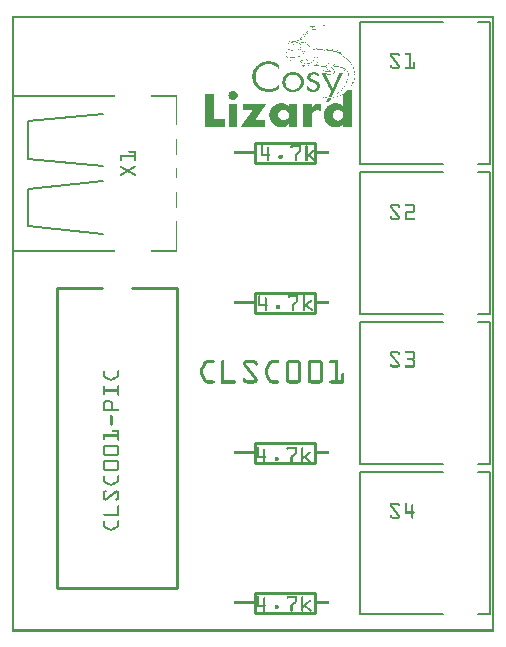
<source format=gto>
G04 MADE WITH FRITZING*
G04 WWW.FRITZING.ORG*
G04 DOUBLE SIDED*
G04 HOLES PLATED*
G04 CONTOUR ON CENTER OF CONTOUR VECTOR*
%ASAXBY*%
%FSLAX23Y23*%
%MOIN*%
%OFA0B0*%
%SFA1.0B1.0*%
%ADD10C,0.010000*%
%ADD11C,0.005000*%
%ADD12C,0.008000*%
%ADD13R,0.001000X0.001000*%
%LNSILK1*%
G90*
G70*
G54D10*
X148Y1146D02*
X148Y146D01*
D02*
X148Y146D02*
X548Y146D01*
D02*
X548Y146D02*
X548Y1146D01*
D02*
X148Y1146D02*
X298Y1146D01*
D02*
X398Y1146D02*
X548Y1146D01*
G54D11*
D02*
X303Y1327D02*
X53Y1352D01*
D02*
X53Y1352D02*
X53Y1477D01*
D02*
X53Y1477D02*
X303Y1502D01*
D02*
X303Y1727D02*
X53Y1702D01*
D02*
X53Y1702D02*
X53Y1577D01*
D02*
X53Y1577D02*
X303Y1552D01*
G54D12*
D02*
X1593Y2032D02*
X1593Y1560D01*
D02*
X1160Y2032D02*
X1436Y2032D01*
D02*
X1593Y2032D02*
X1554Y2032D01*
D02*
X1160Y2032D02*
X1160Y1560D01*
D02*
X1160Y1560D02*
X1436Y1560D01*
D02*
X1593Y1560D02*
X1554Y1560D01*
D02*
X1593Y1532D02*
X1593Y1060D01*
D02*
X1160Y1532D02*
X1436Y1532D01*
D02*
X1593Y1532D02*
X1554Y1532D01*
D02*
X1160Y1532D02*
X1160Y1060D01*
D02*
X1160Y1060D02*
X1436Y1060D01*
D02*
X1593Y1060D02*
X1554Y1060D01*
D02*
X1593Y1032D02*
X1593Y560D01*
D02*
X1160Y1032D02*
X1436Y1032D01*
D02*
X1593Y1032D02*
X1554Y1032D01*
D02*
X1160Y1032D02*
X1160Y560D01*
D02*
X1160Y560D02*
X1436Y560D01*
D02*
X1593Y560D02*
X1554Y560D01*
D02*
X1593Y532D02*
X1593Y60D01*
D02*
X1160Y532D02*
X1436Y532D01*
D02*
X1593Y532D02*
X1554Y532D01*
D02*
X1160Y532D02*
X1160Y60D01*
D02*
X1160Y60D02*
X1436Y60D01*
D02*
X1593Y60D02*
X1554Y60D01*
G54D10*
D02*
X808Y1629D02*
X1008Y1629D01*
D02*
X1008Y1629D02*
X1008Y1563D01*
D02*
X1008Y1563D02*
X808Y1563D01*
D02*
X808Y1563D02*
X808Y1629D01*
D02*
X808Y1129D02*
X1008Y1129D01*
D02*
X1008Y1129D02*
X1008Y1063D01*
D02*
X1008Y1063D02*
X808Y1063D01*
D02*
X808Y1063D02*
X808Y1129D01*
D02*
X808Y629D02*
X1008Y629D01*
D02*
X1008Y629D02*
X1008Y563D01*
D02*
X1008Y563D02*
X808Y563D01*
D02*
X808Y563D02*
X808Y629D01*
D02*
X808Y129D02*
X1008Y129D01*
D02*
X1008Y129D02*
X1008Y63D01*
D02*
X1008Y63D02*
X808Y63D01*
D02*
X808Y63D02*
X808Y129D01*
G36*
X1030Y2022D02*
X1030Y2021D01*
X1034Y2021D01*
X1034Y2021D01*
X1036Y2021D01*
X1036Y2020D01*
X1040Y2020D01*
X1040Y2020D01*
X1041Y2020D01*
X1041Y2019D01*
X1043Y2019D01*
X1043Y2020D01*
X1041Y2020D01*
X1041Y2021D01*
X1040Y2021D01*
X1040Y2021D01*
X1037Y2021D01*
X1037Y2022D01*
X1030Y2022D01*
G37*
D02*
G36*
X1002Y2019D02*
X1002Y2018D01*
X995Y2018D01*
X995Y2018D01*
X992Y2018D01*
X992Y2017D01*
X1006Y2017D01*
X1006Y2017D01*
X1005Y2017D01*
X1005Y2016D01*
X1003Y2016D01*
X1003Y2016D01*
X1002Y2016D01*
X1002Y2015D01*
X1000Y2015D01*
X1000Y2015D01*
X999Y2015D01*
X999Y2014D01*
X997Y2014D01*
X997Y2014D01*
X997Y2014D01*
X997Y2013D01*
X996Y2013D01*
X996Y2013D01*
X996Y2013D01*
X996Y2010D01*
X996Y2010D01*
X996Y2010D01*
X997Y2010D01*
X997Y2009D01*
X997Y2009D01*
X997Y2009D01*
X998Y2009D01*
X998Y2008D01*
X1000Y2008D01*
X1000Y2008D01*
X1000Y2008D01*
X1000Y2007D01*
X1005Y2007D01*
X1005Y2007D01*
X1012Y2007D01*
X1012Y2008D01*
X1006Y2008D01*
X1006Y2008D01*
X1001Y2008D01*
X1001Y2009D01*
X1001Y2009D01*
X1001Y2009D01*
X999Y2009D01*
X999Y2010D01*
X998Y2010D01*
X998Y2010D01*
X997Y2010D01*
X997Y2011D01*
X997Y2011D01*
X997Y2012D01*
X998Y2012D01*
X998Y2013D01*
X999Y2013D01*
X999Y2014D01*
X1000Y2014D01*
X1000Y2014D01*
X1002Y2014D01*
X1002Y2015D01*
X1003Y2015D01*
X1003Y2015D01*
X1004Y2015D01*
X1004Y2016D01*
X1006Y2016D01*
X1006Y2016D01*
X1008Y2016D01*
X1008Y2017D01*
X1009Y2017D01*
X1009Y2017D01*
X1009Y2017D01*
X1009Y2018D01*
X1007Y2018D01*
X1007Y2019D01*
X1002Y2019D01*
G37*
D02*
G36*
X990Y2017D02*
X990Y2016D01*
X994Y2016D01*
X994Y2017D01*
X995Y2017D01*
X995Y2017D01*
X990Y2017D01*
G37*
D02*
G36*
X981Y2004D02*
X981Y2003D01*
X988Y2003D01*
X988Y2002D01*
X986Y2002D01*
X986Y2001D01*
X985Y2001D01*
X985Y2001D01*
X983Y2001D01*
X983Y2000D01*
X983Y2000D01*
X983Y2000D01*
X982Y2000D01*
X982Y1999D01*
X981Y1999D01*
X981Y1999D01*
X980Y1999D01*
X980Y1998D01*
X980Y1998D01*
X980Y1998D01*
X979Y1998D01*
X979Y1996D01*
X980Y1996D01*
X980Y1995D01*
X981Y1995D01*
X981Y1995D01*
X982Y1995D01*
X982Y1994D01*
X982Y1994D01*
X982Y1994D01*
X984Y1994D01*
X984Y1993D01*
X986Y1993D01*
X986Y1993D01*
X993Y1993D01*
X993Y1993D01*
X992Y1993D01*
X992Y1994D01*
X987Y1994D01*
X987Y1994D01*
X985Y1994D01*
X985Y1995D01*
X983Y1995D01*
X983Y1995D01*
X982Y1995D01*
X982Y1996D01*
X982Y1996D01*
X982Y1996D01*
X981Y1996D01*
X981Y1997D01*
X980Y1997D01*
X980Y1997D01*
X981Y1997D01*
X981Y1998D01*
X981Y1998D01*
X981Y1998D01*
X982Y1998D01*
X982Y1999D01*
X983Y1999D01*
X983Y1999D01*
X984Y1999D01*
X984Y2000D01*
X985Y2000D01*
X985Y2000D01*
X986Y2000D01*
X986Y2001D01*
X988Y2001D01*
X988Y2001D01*
X989Y2001D01*
X989Y2002D01*
X990Y2002D01*
X990Y2002D01*
X991Y2002D01*
X991Y2004D01*
X981Y2004D01*
G37*
D02*
G36*
X968Y1992D02*
X968Y1991D01*
X975Y1991D01*
X975Y1990D01*
X974Y1990D01*
X974Y1989D01*
X974Y1989D01*
X974Y1989D01*
X972Y1989D01*
X972Y1988D01*
X971Y1988D01*
X971Y1985D01*
X972Y1985D01*
X972Y1985D01*
X973Y1985D01*
X973Y1984D01*
X973Y1984D01*
X973Y1984D01*
X975Y1984D01*
X975Y1983D01*
X977Y1983D01*
X977Y1983D01*
X980Y1983D01*
X980Y1984D01*
X977Y1984D01*
X977Y1984D01*
X976Y1984D01*
X976Y1985D01*
X974Y1985D01*
X974Y1985D01*
X973Y1985D01*
X973Y1986D01*
X972Y1986D01*
X972Y1987D01*
X973Y1987D01*
X973Y1988D01*
X974Y1988D01*
X974Y1988D01*
X975Y1988D01*
X975Y1989D01*
X976Y1989D01*
X976Y1989D01*
X977Y1989D01*
X977Y1990D01*
X978Y1990D01*
X978Y1991D01*
X977Y1991D01*
X977Y1991D01*
X977Y1991D01*
X977Y1992D01*
X968Y1992D01*
G37*
D02*
G36*
X969Y1991D02*
X969Y1990D01*
X971Y1990D01*
X971Y1991D01*
X969Y1991D01*
G37*
D02*
G36*
X958Y1982D02*
X958Y1981D01*
X962Y1981D01*
X962Y1980D01*
X964Y1980D01*
X964Y1980D01*
X963Y1980D01*
X963Y1979D01*
X961Y1979D01*
X961Y1978D01*
X961Y1978D01*
X961Y1978D01*
X959Y1978D01*
X959Y1977D01*
X959Y1977D01*
X959Y1976D01*
X959Y1976D01*
X959Y1975D01*
X960Y1975D01*
X960Y1974D01*
X962Y1974D01*
X962Y1974D01*
X965Y1974D01*
X965Y1974D01*
X967Y1974D01*
X967Y1975D01*
X963Y1975D01*
X963Y1975D01*
X961Y1975D01*
X961Y1976D01*
X960Y1976D01*
X960Y1977D01*
X961Y1977D01*
X961Y1977D01*
X962Y1977D01*
X962Y1978D01*
X963Y1978D01*
X963Y1978D01*
X964Y1978D01*
X964Y1979D01*
X965Y1979D01*
X965Y1979D01*
X966Y1979D01*
X966Y1981D01*
X965Y1981D01*
X965Y1981D01*
X964Y1981D01*
X964Y1982D01*
X963Y1982D01*
X963Y1982D01*
X958Y1982D01*
G37*
D02*
G36*
X961Y1981D02*
X961Y1980D01*
X962Y1980D01*
X962Y1981D01*
X961Y1981D01*
G37*
D02*
G36*
X946Y1965D02*
X946Y1965D01*
X945Y1965D01*
X945Y1964D01*
X951Y1964D01*
X951Y1964D01*
X952Y1964D01*
X952Y1963D01*
X952Y1963D01*
X952Y1963D01*
X953Y1963D01*
X953Y1962D01*
X953Y1962D01*
X953Y1962D01*
X955Y1962D01*
X955Y1961D01*
X956Y1961D01*
X956Y1961D01*
X957Y1961D01*
X957Y1960D01*
X958Y1960D01*
X958Y1961D01*
X957Y1961D01*
X957Y1962D01*
X956Y1962D01*
X956Y1962D01*
X955Y1962D01*
X955Y1963D01*
X954Y1963D01*
X954Y1964D01*
X954Y1964D01*
X954Y1964D01*
X952Y1964D01*
X952Y1965D01*
X951Y1965D01*
X951Y1965D01*
X946Y1965D01*
G37*
D02*
G36*
X943Y1964D02*
X943Y1964D01*
X942Y1964D01*
X942Y1963D01*
X941Y1963D01*
X941Y1962D01*
X942Y1962D01*
X942Y1963D01*
X943Y1963D01*
X943Y1963D01*
X945Y1963D01*
X945Y1964D01*
X946Y1964D01*
X946Y1964D01*
X943Y1964D01*
G37*
D02*
G36*
X953Y1962D02*
X953Y1961D01*
X954Y1961D01*
X954Y1962D01*
X953Y1962D01*
G37*
D02*
G36*
X956Y1961D02*
X956Y1960D01*
X957Y1960D01*
X957Y1961D01*
X956Y1961D01*
G37*
D02*
G36*
X938Y1960D02*
X938Y1959D01*
X937Y1959D01*
X937Y1958D01*
X937Y1958D01*
X937Y1957D01*
X936Y1957D01*
X936Y1956D01*
X936Y1956D01*
X936Y1955D01*
X935Y1955D01*
X935Y1954D01*
X935Y1954D01*
X935Y1949D01*
X935Y1949D01*
X935Y1949D01*
X936Y1949D01*
X936Y1947D01*
X936Y1947D01*
X936Y1946D01*
X937Y1946D01*
X937Y1945D01*
X937Y1945D01*
X937Y1945D01*
X938Y1945D01*
X938Y1944D01*
X938Y1944D01*
X938Y1943D01*
X939Y1943D01*
X939Y1942D01*
X940Y1942D01*
X940Y1941D01*
X942Y1941D01*
X942Y1940D01*
X942Y1940D01*
X942Y1940D01*
X943Y1940D01*
X943Y1939D01*
X944Y1939D01*
X944Y1939D01*
X948Y1939D01*
X948Y1939D01*
X946Y1939D01*
X946Y1940D01*
X944Y1940D01*
X944Y1940D01*
X944Y1940D01*
X944Y1941D01*
X942Y1941D01*
X942Y1941D01*
X942Y1941D01*
X942Y1941D01*
X941Y1941D01*
X941Y1942D01*
X940Y1942D01*
X940Y1943D01*
X940Y1943D01*
X940Y1943D01*
X939Y1943D01*
X939Y1944D01*
X939Y1944D01*
X939Y1945D01*
X938Y1945D01*
X938Y1945D01*
X938Y1945D01*
X938Y1946D01*
X937Y1946D01*
X937Y1947D01*
X937Y1947D01*
X937Y1948D01*
X936Y1948D01*
X936Y1949D01*
X936Y1949D01*
X936Y1954D01*
X936Y1954D01*
X936Y1955D01*
X937Y1955D01*
X937Y1956D01*
X937Y1956D01*
X937Y1957D01*
X938Y1957D01*
X938Y1958D01*
X938Y1958D01*
X938Y1959D01*
X939Y1959D01*
X939Y1960D01*
X938Y1960D01*
G37*
D02*
G36*
X957Y1943D02*
X957Y1942D01*
X956Y1942D01*
X956Y1941D01*
X955Y1941D01*
X955Y1941D01*
X957Y1941D01*
X957Y1941D01*
X958Y1941D01*
X958Y1940D01*
X958Y1940D01*
X958Y1940D01*
X963Y1940D01*
X963Y1940D01*
X962Y1940D01*
X962Y1941D01*
X959Y1941D01*
X959Y1941D01*
X958Y1941D01*
X958Y1941D01*
X958Y1941D01*
X958Y1942D01*
X958Y1942D01*
X958Y1943D01*
X957Y1943D01*
G37*
D02*
G36*
X955Y1941D02*
X955Y1941D01*
X954Y1941D01*
X954Y1940D01*
X953Y1940D01*
X953Y1940D01*
X952Y1940D01*
X952Y1939D01*
X951Y1939D01*
X951Y1939D01*
X954Y1939D01*
X954Y1938D01*
X954Y1938D01*
X954Y1938D01*
X956Y1938D01*
X956Y1937D01*
X957Y1937D01*
X957Y1938D01*
X955Y1938D01*
X955Y1939D01*
X954Y1939D01*
X954Y1940D01*
X955Y1940D01*
X955Y1941D01*
X956Y1941D01*
X956Y1941D01*
X955Y1941D01*
G37*
D02*
G36*
X946Y1939D02*
X946Y1938D01*
X952Y1938D01*
X952Y1939D01*
X946Y1939D01*
G37*
D02*
G36*
X946Y1939D02*
X946Y1938D01*
X952Y1938D01*
X952Y1939D01*
X946Y1939D01*
G37*
D02*
G36*
X948Y1938D02*
X948Y1938D01*
X949Y1938D01*
X949Y1937D01*
X949Y1937D01*
X949Y1937D01*
X950Y1937D01*
X950Y1936D01*
X950Y1936D01*
X950Y1936D01*
X951Y1936D01*
X951Y1935D01*
X952Y1935D01*
X952Y1935D01*
X953Y1935D01*
X953Y1935D01*
X952Y1935D01*
X952Y1936D01*
X952Y1936D01*
X952Y1936D01*
X951Y1936D01*
X951Y1937D01*
X950Y1937D01*
X950Y1937D01*
X950Y1937D01*
X950Y1938D01*
X948Y1938D01*
G37*
D02*
G36*
X958Y1960D02*
X958Y1959D01*
X959Y1959D01*
X959Y1958D01*
X960Y1958D01*
X960Y1958D01*
X960Y1958D01*
X960Y1956D01*
X961Y1956D01*
X961Y1955D01*
X961Y1955D01*
X961Y1950D01*
X961Y1950D01*
X961Y1948D01*
X960Y1948D01*
X960Y1946D01*
X960Y1946D01*
X960Y1946D01*
X959Y1946D01*
X959Y1945D01*
X959Y1945D01*
X959Y1944D01*
X958Y1944D01*
X958Y1943D01*
X959Y1943D01*
X959Y1944D01*
X960Y1944D01*
X960Y1945D01*
X960Y1945D01*
X960Y1946D01*
X961Y1946D01*
X961Y1947D01*
X961Y1947D01*
X961Y1948D01*
X962Y1948D01*
X962Y1950D01*
X962Y1950D01*
X962Y1954D01*
X962Y1954D01*
X962Y1956D01*
X961Y1956D01*
X961Y1958D01*
X961Y1958D01*
X961Y1958D01*
X960Y1958D01*
X960Y1959D01*
X960Y1959D01*
X960Y1960D01*
X959Y1960D01*
X959Y1960D01*
X958Y1960D01*
G37*
D02*
G36*
X1078Y1945D02*
X1078Y1944D01*
X1078Y1944D01*
X1078Y1943D01*
X1079Y1943D01*
X1079Y1942D01*
X1080Y1942D01*
X1080Y1941D01*
X1080Y1941D01*
X1080Y1941D01*
X1080Y1941D01*
X1080Y1941D01*
X1082Y1941D01*
X1082Y1942D01*
X1081Y1942D01*
X1081Y1943D01*
X1081Y1943D01*
X1081Y1943D01*
X1080Y1943D01*
X1080Y1944D01*
X1080Y1944D01*
X1080Y1944D01*
X1080Y1944D01*
X1080Y1945D01*
X1078Y1945D01*
G37*
D02*
G36*
X1053Y1944D02*
X1053Y1943D01*
X1053Y1943D01*
X1053Y1944D01*
X1053Y1944D01*
G37*
D02*
G36*
X1071Y1941D02*
X1071Y1941D01*
X1070Y1941D01*
X1070Y1941D01*
X1071Y1941D01*
X1071Y1941D01*
X1071Y1941D01*
G37*
D02*
G36*
X938Y1941D02*
X938Y1940D01*
X937Y1940D01*
X937Y1940D01*
X936Y1940D01*
X936Y1939D01*
X936Y1939D01*
X936Y1939D01*
X934Y1939D01*
X934Y1938D01*
X936Y1938D01*
X936Y1938D01*
X937Y1938D01*
X937Y1939D01*
X938Y1939D01*
X938Y1939D01*
X938Y1939D01*
X938Y1940D01*
X939Y1940D01*
X939Y1940D01*
X940Y1940D01*
X940Y1941D01*
X938Y1941D01*
G37*
D02*
G36*
X925Y1940D02*
X925Y1939D01*
X926Y1939D01*
X926Y1938D01*
X927Y1938D01*
X927Y1938D01*
X930Y1938D01*
X930Y1938D01*
X928Y1938D01*
X928Y1939D01*
X927Y1939D01*
X927Y1939D01*
X926Y1939D01*
X926Y1940D01*
X925Y1940D01*
G37*
D02*
G36*
X924Y1939D02*
X924Y1938D01*
X924Y1938D01*
X924Y1938D01*
X923Y1938D01*
X923Y1937D01*
X923Y1937D01*
X923Y1937D01*
X922Y1937D01*
X922Y1936D01*
X923Y1936D01*
X923Y1936D01*
X923Y1936D01*
X923Y1937D01*
X924Y1937D01*
X924Y1937D01*
X924Y1937D01*
X924Y1938D01*
X925Y1938D01*
X925Y1938D01*
X925Y1938D01*
X925Y1939D01*
X924Y1939D01*
G37*
D02*
G36*
X929Y1938D02*
X929Y1937D01*
X935Y1937D01*
X935Y1938D01*
X929Y1938D01*
G37*
D02*
G36*
X929Y1938D02*
X929Y1937D01*
X935Y1937D01*
X935Y1938D01*
X929Y1938D01*
G37*
D02*
G36*
X929Y1937D02*
X929Y1936D01*
X928Y1936D01*
X928Y1936D01*
X927Y1936D01*
X927Y1935D01*
X927Y1935D01*
X927Y1935D01*
X926Y1935D01*
X926Y1934D01*
X927Y1934D01*
X927Y1935D01*
X928Y1935D01*
X928Y1935D01*
X929Y1935D01*
X929Y1936D01*
X930Y1936D01*
X930Y1937D01*
X933Y1937D01*
X933Y1937D01*
X929Y1937D01*
G37*
D02*
G36*
X1010Y1940D02*
X1010Y1939D01*
X1013Y1939D01*
X1013Y1940D01*
X1010Y1940D01*
G37*
D02*
G36*
X1030Y1938D02*
X1030Y1938D01*
X1030Y1938D01*
X1030Y1938D01*
X1030Y1938D01*
G37*
D02*
G36*
X968Y1936D02*
X968Y1935D01*
X968Y1935D01*
X968Y1935D01*
X973Y1935D01*
X973Y1934D01*
X974Y1934D01*
X974Y1934D01*
X974Y1934D01*
X974Y1933D01*
X975Y1933D01*
X975Y1933D01*
X976Y1933D01*
X976Y1932D01*
X976Y1932D01*
X976Y1932D01*
X977Y1932D01*
X977Y1931D01*
X977Y1931D01*
X977Y1931D01*
X978Y1931D01*
X978Y1932D01*
X977Y1932D01*
X977Y1933D01*
X976Y1933D01*
X976Y1934D01*
X975Y1934D01*
X975Y1935D01*
X974Y1935D01*
X974Y1935D01*
X974Y1935D01*
X974Y1936D01*
X968Y1936D01*
G37*
D02*
G36*
X966Y1935D02*
X966Y1934D01*
X966Y1934D01*
X966Y1933D01*
X966Y1933D01*
X966Y1932D01*
X967Y1932D01*
X967Y1933D01*
X968Y1933D01*
X968Y1933D01*
X967Y1933D01*
X967Y1934D01*
X968Y1934D01*
X968Y1934D01*
X968Y1934D01*
X968Y1935D01*
X966Y1935D01*
G37*
D02*
G36*
X1047Y1936D02*
X1047Y1935D01*
X1048Y1935D01*
X1048Y1935D01*
X1050Y1935D01*
X1050Y1935D01*
X1049Y1935D01*
X1049Y1936D01*
X1047Y1936D01*
G37*
D02*
G36*
X1051Y1935D02*
X1051Y1934D01*
X1052Y1934D01*
X1052Y1935D01*
X1051Y1935D01*
G37*
D02*
G36*
X922Y1929D02*
X922Y1928D01*
X921Y1928D01*
X921Y1926D01*
X924Y1926D01*
X924Y1927D01*
X924Y1927D01*
X924Y1928D01*
X924Y1928D01*
X924Y1929D01*
X922Y1929D01*
G37*
D02*
G36*
X917Y1927D02*
X917Y1927D01*
X916Y1927D01*
X916Y1925D01*
X917Y1925D01*
X917Y1926D01*
X917Y1926D01*
X917Y1927D01*
X917Y1927D01*
G37*
D02*
G36*
X916Y1925D02*
X916Y1923D01*
X916Y1923D01*
X916Y1925D01*
X916Y1925D01*
G37*
D02*
G36*
X915Y1922D02*
X915Y1922D01*
X916Y1922D01*
X916Y1922D01*
X915Y1922D01*
G37*
D02*
G36*
X989Y1903D02*
X989Y1903D01*
X990Y1903D01*
X990Y1902D01*
X992Y1902D01*
X992Y1903D01*
X991Y1903D01*
X991Y1903D01*
X989Y1903D01*
G37*
D02*
G36*
X959Y1902D02*
X959Y1901D01*
X960Y1901D01*
X960Y1900D01*
X960Y1900D01*
X960Y1900D01*
X961Y1900D01*
X961Y1899D01*
X962Y1899D01*
X962Y1899D01*
X962Y1899D01*
X962Y1898D01*
X963Y1898D01*
X963Y1899D01*
X962Y1899D01*
X962Y1900D01*
X962Y1900D01*
X962Y1900D01*
X961Y1900D01*
X961Y1901D01*
X961Y1901D01*
X961Y1901D01*
X961Y1901D01*
X961Y1902D01*
X961Y1902D01*
X961Y1902D01*
X959Y1902D01*
G37*
D02*
G36*
X992Y1902D02*
X992Y1902D01*
X993Y1902D01*
X993Y1901D01*
X994Y1901D01*
X994Y1902D01*
X993Y1902D01*
X993Y1902D01*
X992Y1902D01*
G37*
D02*
G36*
X850Y1901D02*
X850Y1901D01*
X847Y1901D01*
X847Y1900D01*
X843Y1900D01*
X843Y1900D01*
X841Y1900D01*
X841Y1899D01*
X839Y1899D01*
X839Y1899D01*
X837Y1899D01*
X837Y1898D01*
X835Y1898D01*
X835Y1898D01*
X834Y1898D01*
X834Y1897D01*
X833Y1897D01*
X833Y1897D01*
X832Y1897D01*
X832Y1896D01*
X830Y1896D01*
X830Y1896D01*
X829Y1896D01*
X829Y1895D01*
X828Y1895D01*
X828Y1895D01*
X827Y1895D01*
X827Y1894D01*
X826Y1894D01*
X826Y1894D01*
X826Y1894D01*
X826Y1893D01*
X824Y1893D01*
X824Y1892D01*
X823Y1892D01*
X823Y1892D01*
X858Y1892D01*
X858Y1891D01*
X863Y1891D01*
X863Y1891D01*
X865Y1891D01*
X865Y1890D01*
X867Y1890D01*
X867Y1890D01*
X868Y1890D01*
X868Y1889D01*
X870Y1889D01*
X870Y1889D01*
X871Y1889D01*
X871Y1888D01*
X873Y1888D01*
X873Y1888D01*
X874Y1888D01*
X874Y1887D01*
X875Y1887D01*
X875Y1887D01*
X876Y1887D01*
X876Y1886D01*
X877Y1886D01*
X877Y1886D01*
X878Y1886D01*
X878Y1885D01*
X879Y1885D01*
X879Y1885D01*
X879Y1885D01*
X879Y1884D01*
X881Y1884D01*
X881Y1883D01*
X882Y1883D01*
X882Y1883D01*
X882Y1883D01*
X882Y1882D01*
X883Y1882D01*
X883Y1882D01*
X884Y1882D01*
X884Y1881D01*
X885Y1881D01*
X885Y1880D01*
X885Y1880D01*
X885Y1879D01*
X886Y1879D01*
X886Y1879D01*
X887Y1879D01*
X887Y1878D01*
X887Y1878D01*
X887Y1877D01*
X888Y1877D01*
X888Y1890D01*
X887Y1890D01*
X887Y1891D01*
X887Y1891D01*
X887Y1891D01*
X886Y1891D01*
X886Y1892D01*
X885Y1892D01*
X885Y1892D01*
X885Y1892D01*
X885Y1893D01*
X884Y1893D01*
X884Y1893D01*
X883Y1893D01*
X883Y1894D01*
X883Y1894D01*
X883Y1894D01*
X882Y1894D01*
X882Y1895D01*
X881Y1895D01*
X881Y1895D01*
X880Y1895D01*
X880Y1896D01*
X879Y1896D01*
X879Y1896D01*
X877Y1896D01*
X877Y1897D01*
X877Y1897D01*
X877Y1897D01*
X875Y1897D01*
X875Y1898D01*
X874Y1898D01*
X874Y1898D01*
X872Y1898D01*
X872Y1899D01*
X871Y1899D01*
X871Y1899D01*
X868Y1899D01*
X868Y1900D01*
X867Y1900D01*
X867Y1900D01*
X863Y1900D01*
X863Y1901D01*
X860Y1901D01*
X860Y1901D01*
X850Y1901D01*
G37*
D02*
G36*
X822Y1892D02*
X822Y1891D01*
X821Y1891D01*
X821Y1891D01*
X821Y1891D01*
X821Y1890D01*
X820Y1890D01*
X820Y1890D01*
X820Y1890D01*
X820Y1889D01*
X819Y1889D01*
X819Y1889D01*
X819Y1889D01*
X819Y1888D01*
X818Y1888D01*
X818Y1887D01*
X817Y1887D01*
X817Y1887D01*
X816Y1887D01*
X816Y1886D01*
X816Y1886D01*
X816Y1886D01*
X815Y1886D01*
X815Y1885D01*
X815Y1885D01*
X815Y1885D01*
X814Y1885D01*
X814Y1884D01*
X814Y1884D01*
X814Y1884D01*
X813Y1884D01*
X813Y1883D01*
X813Y1883D01*
X813Y1883D01*
X812Y1883D01*
X812Y1882D01*
X812Y1882D01*
X812Y1881D01*
X811Y1881D01*
X811Y1880D01*
X810Y1880D01*
X810Y1880D01*
X810Y1880D01*
X810Y1879D01*
X809Y1879D01*
X809Y1878D01*
X809Y1878D01*
X809Y1877D01*
X808Y1877D01*
X808Y1876D01*
X807Y1876D01*
X807Y1876D01*
X807Y1876D01*
X807Y1875D01*
X806Y1875D01*
X806Y1874D01*
X806Y1874D01*
X806Y1873D01*
X805Y1873D01*
X805Y1872D01*
X805Y1872D01*
X805Y1871D01*
X804Y1871D01*
X804Y1870D01*
X804Y1870D01*
X804Y1869D01*
X803Y1869D01*
X803Y1867D01*
X803Y1867D01*
X803Y1866D01*
X802Y1866D01*
X802Y1864D01*
X802Y1864D01*
X802Y1863D01*
X801Y1863D01*
X801Y1860D01*
X801Y1860D01*
X801Y1858D01*
X800Y1858D01*
X800Y1842D01*
X801Y1842D01*
X801Y1840D01*
X801Y1840D01*
X801Y1837D01*
X802Y1837D01*
X802Y1836D01*
X802Y1836D01*
X802Y1834D01*
X803Y1834D01*
X803Y1833D01*
X803Y1833D01*
X803Y1831D01*
X804Y1831D01*
X804Y1830D01*
X804Y1830D01*
X804Y1829D01*
X805Y1829D01*
X805Y1828D01*
X805Y1828D01*
X805Y1827D01*
X806Y1827D01*
X806Y1826D01*
X806Y1826D01*
X806Y1825D01*
X807Y1825D01*
X807Y1824D01*
X807Y1824D01*
X807Y1823D01*
X808Y1823D01*
X808Y1822D01*
X808Y1822D01*
X808Y1822D01*
X809Y1822D01*
X809Y1821D01*
X809Y1821D01*
X809Y1820D01*
X810Y1820D01*
X810Y1819D01*
X811Y1819D01*
X811Y1818D01*
X811Y1818D01*
X811Y1818D01*
X812Y1818D01*
X812Y1817D01*
X812Y1817D01*
X812Y1817D01*
X813Y1817D01*
X813Y1816D01*
X813Y1816D01*
X813Y1816D01*
X814Y1816D01*
X814Y1815D01*
X815Y1815D01*
X815Y1814D01*
X815Y1814D01*
X815Y1814D01*
X816Y1814D01*
X816Y1813D01*
X816Y1813D01*
X816Y1813D01*
X817Y1813D01*
X817Y1812D01*
X817Y1812D01*
X817Y1812D01*
X818Y1812D01*
X818Y1811D01*
X819Y1811D01*
X819Y1811D01*
X820Y1811D01*
X820Y1810D01*
X820Y1810D01*
X820Y1810D01*
X821Y1810D01*
X821Y1809D01*
X821Y1809D01*
X821Y1809D01*
X822Y1809D01*
X822Y1808D01*
X852Y1808D01*
X852Y1809D01*
X847Y1809D01*
X847Y1809D01*
X845Y1809D01*
X845Y1810D01*
X843Y1810D01*
X843Y1810D01*
X841Y1810D01*
X841Y1811D01*
X839Y1811D01*
X839Y1811D01*
X838Y1811D01*
X838Y1811D01*
X837Y1811D01*
X837Y1812D01*
X836Y1812D01*
X836Y1812D01*
X835Y1812D01*
X835Y1813D01*
X834Y1813D01*
X834Y1813D01*
X833Y1813D01*
X833Y1814D01*
X832Y1814D01*
X832Y1814D01*
X831Y1814D01*
X831Y1815D01*
X830Y1815D01*
X830Y1815D01*
X829Y1815D01*
X829Y1816D01*
X828Y1816D01*
X828Y1817D01*
X828Y1817D01*
X828Y1817D01*
X827Y1817D01*
X827Y1818D01*
X826Y1818D01*
X826Y1818D01*
X825Y1818D01*
X825Y1819D01*
X824Y1819D01*
X824Y1820D01*
X823Y1820D01*
X823Y1821D01*
X823Y1821D01*
X823Y1821D01*
X822Y1821D01*
X822Y1822D01*
X822Y1822D01*
X822Y1822D01*
X821Y1822D01*
X821Y1823D01*
X820Y1823D01*
X820Y1824D01*
X820Y1824D01*
X820Y1825D01*
X819Y1825D01*
X819Y1826D01*
X819Y1826D01*
X819Y1827D01*
X818Y1827D01*
X818Y1827D01*
X818Y1827D01*
X818Y1828D01*
X817Y1828D01*
X817Y1829D01*
X817Y1829D01*
X817Y1830D01*
X816Y1830D01*
X816Y1830D01*
X816Y1830D01*
X816Y1832D01*
X815Y1832D01*
X815Y1832D01*
X815Y1832D01*
X815Y1834D01*
X814Y1834D01*
X814Y1835D01*
X814Y1835D01*
X814Y1836D01*
X813Y1836D01*
X813Y1837D01*
X813Y1837D01*
X813Y1839D01*
X812Y1839D01*
X812Y1840D01*
X812Y1840D01*
X812Y1844D01*
X811Y1844D01*
X811Y1846D01*
X811Y1846D01*
X811Y1854D01*
X811Y1854D01*
X811Y1857D01*
X812Y1857D01*
X812Y1860D01*
X812Y1860D01*
X812Y1861D01*
X813Y1861D01*
X813Y1864D01*
X813Y1864D01*
X813Y1865D01*
X814Y1865D01*
X814Y1866D01*
X814Y1866D01*
X814Y1867D01*
X815Y1867D01*
X815Y1868D01*
X815Y1868D01*
X815Y1869D01*
X816Y1869D01*
X816Y1870D01*
X816Y1870D01*
X816Y1871D01*
X817Y1871D01*
X817Y1872D01*
X817Y1872D01*
X817Y1873D01*
X818Y1873D01*
X818Y1874D01*
X819Y1874D01*
X819Y1875D01*
X819Y1875D01*
X819Y1875D01*
X820Y1875D01*
X820Y1876D01*
X820Y1876D01*
X820Y1876D01*
X820Y1876D01*
X820Y1877D01*
X821Y1877D01*
X821Y1877D01*
X821Y1877D01*
X821Y1878D01*
X822Y1878D01*
X822Y1878D01*
X822Y1878D01*
X822Y1879D01*
X823Y1879D01*
X823Y1880D01*
X824Y1880D01*
X824Y1880D01*
X824Y1880D01*
X824Y1881D01*
X825Y1881D01*
X825Y1881D01*
X825Y1881D01*
X825Y1882D01*
X826Y1882D01*
X826Y1882D01*
X827Y1882D01*
X827Y1883D01*
X827Y1883D01*
X827Y1883D01*
X828Y1883D01*
X828Y1884D01*
X829Y1884D01*
X829Y1884D01*
X830Y1884D01*
X830Y1885D01*
X830Y1885D01*
X830Y1885D01*
X831Y1885D01*
X831Y1886D01*
X832Y1886D01*
X832Y1886D01*
X833Y1886D01*
X833Y1887D01*
X834Y1887D01*
X834Y1887D01*
X835Y1887D01*
X835Y1888D01*
X836Y1888D01*
X836Y1888D01*
X838Y1888D01*
X838Y1889D01*
X839Y1889D01*
X839Y1889D01*
X841Y1889D01*
X841Y1890D01*
X842Y1890D01*
X842Y1890D01*
X844Y1890D01*
X844Y1891D01*
X846Y1891D01*
X846Y1891D01*
X852Y1891D01*
X852Y1892D01*
X822Y1892D01*
G37*
D02*
G36*
X888Y1822D02*
X888Y1821D01*
X887Y1821D01*
X887Y1821D01*
X887Y1821D01*
X887Y1820D01*
X886Y1820D01*
X886Y1820D01*
X886Y1820D01*
X886Y1819D01*
X885Y1819D01*
X885Y1819D01*
X885Y1819D01*
X885Y1818D01*
X884Y1818D01*
X884Y1818D01*
X884Y1818D01*
X884Y1817D01*
X883Y1817D01*
X883Y1816D01*
X882Y1816D01*
X882Y1816D01*
X881Y1816D01*
X881Y1815D01*
X880Y1815D01*
X880Y1815D01*
X879Y1815D01*
X879Y1814D01*
X878Y1814D01*
X878Y1814D01*
X878Y1814D01*
X878Y1813D01*
X876Y1813D01*
X876Y1813D01*
X876Y1813D01*
X876Y1812D01*
X874Y1812D01*
X874Y1812D01*
X873Y1812D01*
X873Y1811D01*
X872Y1811D01*
X872Y1811D01*
X871Y1811D01*
X871Y1811D01*
X869Y1811D01*
X869Y1810D01*
X867Y1810D01*
X867Y1810D01*
X865Y1810D01*
X865Y1809D01*
X863Y1809D01*
X863Y1809D01*
X858Y1809D01*
X858Y1808D01*
X886Y1808D01*
X886Y1809D01*
X887Y1809D01*
X887Y1810D01*
X888Y1810D01*
X888Y1822D01*
X888Y1822D01*
G37*
D02*
G36*
X823Y1808D02*
X823Y1808D01*
X885Y1808D01*
X885Y1808D01*
X823Y1808D01*
G37*
D02*
G36*
X823Y1808D02*
X823Y1808D01*
X885Y1808D01*
X885Y1808D01*
X823Y1808D01*
G37*
D02*
G36*
X824Y1808D02*
X824Y1807D01*
X824Y1807D01*
X824Y1807D01*
X825Y1807D01*
X825Y1806D01*
X826Y1806D01*
X826Y1806D01*
X827Y1806D01*
X827Y1805D01*
X828Y1805D01*
X828Y1805D01*
X829Y1805D01*
X829Y1804D01*
X830Y1804D01*
X830Y1804D01*
X832Y1804D01*
X832Y1803D01*
X832Y1803D01*
X832Y1803D01*
X834Y1803D01*
X834Y1802D01*
X835Y1802D01*
X835Y1802D01*
X837Y1802D01*
X837Y1801D01*
X838Y1801D01*
X838Y1801D01*
X841Y1801D01*
X841Y1800D01*
X843Y1800D01*
X843Y1800D01*
X847Y1800D01*
X847Y1799D01*
X850Y1799D01*
X850Y1799D01*
X860Y1799D01*
X860Y1799D01*
X863Y1799D01*
X863Y1800D01*
X867Y1800D01*
X867Y1800D01*
X868Y1800D01*
X868Y1801D01*
X871Y1801D01*
X871Y1801D01*
X872Y1801D01*
X872Y1802D01*
X874Y1802D01*
X874Y1802D01*
X875Y1802D01*
X875Y1803D01*
X876Y1803D01*
X876Y1803D01*
X877Y1803D01*
X877Y1804D01*
X879Y1804D01*
X879Y1804D01*
X879Y1804D01*
X879Y1805D01*
X881Y1805D01*
X881Y1805D01*
X881Y1805D01*
X881Y1806D01*
X883Y1806D01*
X883Y1807D01*
X884Y1807D01*
X884Y1807D01*
X885Y1807D01*
X885Y1808D01*
X824Y1808D01*
G37*
D02*
G36*
X950Y1971D02*
X950Y1971D01*
X950Y1971D01*
X950Y1970D01*
X953Y1970D01*
X953Y1970D01*
X954Y1970D01*
X954Y1969D01*
X956Y1969D01*
X956Y1969D01*
X956Y1969D01*
X956Y1968D01*
X958Y1968D01*
X958Y1968D01*
X958Y1968D01*
X958Y1967D01*
X959Y1967D01*
X959Y1967D01*
X960Y1967D01*
X960Y1966D01*
X961Y1966D01*
X961Y1966D01*
X961Y1966D01*
X961Y1965D01*
X963Y1965D01*
X963Y1964D01*
X965Y1964D01*
X965Y1965D01*
X964Y1965D01*
X964Y1966D01*
X963Y1966D01*
X963Y1966D01*
X962Y1966D01*
X962Y1967D01*
X961Y1967D01*
X961Y1967D01*
X960Y1967D01*
X960Y1968D01*
X959Y1968D01*
X959Y1969D01*
X958Y1969D01*
X958Y1969D01*
X957Y1969D01*
X957Y1970D01*
X957Y1970D01*
X957Y1970D01*
X955Y1970D01*
X955Y1971D01*
X953Y1971D01*
X953Y1971D01*
X950Y1971D01*
G37*
D02*
G36*
X929Y1971D02*
X929Y1970D01*
X927Y1970D01*
X927Y1970D01*
X926Y1970D01*
X926Y1969D01*
X932Y1969D01*
X932Y1969D01*
X933Y1969D01*
X933Y1968D01*
X934Y1968D01*
X934Y1968D01*
X937Y1968D01*
X937Y1968D01*
X935Y1968D01*
X935Y1969D01*
X934Y1969D01*
X934Y1970D01*
X933Y1970D01*
X933Y1970D01*
X930Y1970D01*
X930Y1971D01*
X929Y1971D01*
G37*
D02*
G36*
X949Y1970D02*
X949Y1970D01*
X948Y1970D01*
X948Y1969D01*
X946Y1969D01*
X946Y1969D01*
X944Y1969D01*
X944Y1968D01*
X939Y1968D01*
X939Y1968D01*
X946Y1968D01*
X946Y1968D01*
X949Y1968D01*
X949Y1969D01*
X950Y1969D01*
X950Y1970D01*
X950Y1970D01*
X950Y1970D01*
X949Y1970D01*
G37*
D02*
G36*
X925Y1969D02*
X925Y1969D01*
X927Y1969D01*
X927Y1968D01*
X927Y1968D01*
X927Y1969D01*
X928Y1969D01*
X928Y1969D01*
X925Y1969D01*
G37*
D02*
G36*
X924Y1969D02*
X924Y1968D01*
X924Y1968D01*
X924Y1968D01*
X923Y1968D01*
X923Y1967D01*
X923Y1967D01*
X923Y1967D01*
X922Y1967D01*
X922Y1966D01*
X922Y1966D01*
X922Y1965D01*
X921Y1965D01*
X921Y1965D01*
X921Y1965D01*
X921Y1964D01*
X920Y1964D01*
X920Y1963D01*
X920Y1963D01*
X920Y1960D01*
X921Y1960D01*
X921Y1963D01*
X921Y1963D01*
X921Y1963D01*
X922Y1963D01*
X922Y1965D01*
X922Y1965D01*
X922Y1965D01*
X923Y1965D01*
X923Y1966D01*
X924Y1966D01*
X924Y1967D01*
X925Y1967D01*
X925Y1968D01*
X925Y1968D01*
X925Y1968D01*
X926Y1968D01*
X926Y1969D01*
X924Y1969D01*
G37*
D02*
G36*
X934Y1968D02*
X934Y1967D01*
X945Y1967D01*
X945Y1968D01*
X934Y1968D01*
G37*
D02*
G36*
X934Y1968D02*
X934Y1967D01*
X945Y1967D01*
X945Y1968D01*
X934Y1968D01*
G37*
D02*
G36*
X936Y1967D02*
X936Y1967D01*
X937Y1967D01*
X937Y1966D01*
X939Y1966D01*
X939Y1967D01*
X940Y1967D01*
X940Y1967D01*
X936Y1967D01*
G37*
D02*
G36*
X971Y1966D02*
X971Y1965D01*
X968Y1965D01*
X968Y1965D01*
X976Y1965D01*
X976Y1964D01*
X978Y1964D01*
X978Y1964D01*
X978Y1964D01*
X978Y1963D01*
X977Y1963D01*
X977Y1963D01*
X979Y1963D01*
X979Y1962D01*
X980Y1962D01*
X980Y1961D01*
X981Y1961D01*
X981Y1960D01*
X982Y1960D01*
X982Y1959D01*
X983Y1959D01*
X983Y1958D01*
X984Y1958D01*
X984Y1957D01*
X985Y1957D01*
X985Y1957D01*
X985Y1957D01*
X985Y1956D01*
X986Y1956D01*
X986Y1956D01*
X987Y1956D01*
X987Y1955D01*
X987Y1955D01*
X987Y1954D01*
X988Y1954D01*
X988Y1953D01*
X988Y1953D01*
X988Y1953D01*
X989Y1953D01*
X989Y1952D01*
X989Y1952D01*
X989Y1952D01*
X990Y1952D01*
X990Y1951D01*
X990Y1951D01*
X990Y1950D01*
X991Y1950D01*
X991Y1950D01*
X991Y1950D01*
X991Y1949D01*
X992Y1949D01*
X992Y1948D01*
X993Y1948D01*
X993Y1947D01*
X993Y1947D01*
X993Y1947D01*
X994Y1947D01*
X994Y1945D01*
X994Y1945D01*
X994Y1945D01*
X995Y1945D01*
X995Y1943D01*
X995Y1943D01*
X995Y1943D01*
X996Y1943D01*
X996Y1941D01*
X999Y1941D01*
X999Y1942D01*
X999Y1942D01*
X999Y1942D01*
X998Y1942D01*
X998Y1943D01*
X998Y1943D01*
X998Y1943D01*
X996Y1943D01*
X996Y1944D01*
X996Y1944D01*
X996Y1945D01*
X995Y1945D01*
X995Y1946D01*
X995Y1946D01*
X995Y1947D01*
X994Y1947D01*
X994Y1947D01*
X994Y1947D01*
X994Y1948D01*
X993Y1948D01*
X993Y1949D01*
X993Y1949D01*
X993Y1950D01*
X992Y1950D01*
X992Y1950D01*
X992Y1950D01*
X992Y1951D01*
X991Y1951D01*
X991Y1952D01*
X990Y1952D01*
X990Y1953D01*
X990Y1953D01*
X990Y1953D01*
X989Y1953D01*
X989Y1954D01*
X989Y1954D01*
X989Y1955D01*
X988Y1955D01*
X988Y1956D01*
X988Y1956D01*
X988Y1957D01*
X987Y1957D01*
X987Y1957D01*
X987Y1957D01*
X987Y1958D01*
X986Y1958D01*
X986Y1959D01*
X985Y1959D01*
X985Y1960D01*
X984Y1960D01*
X984Y1960D01*
X984Y1960D01*
X984Y1961D01*
X983Y1961D01*
X983Y1961D01*
X982Y1961D01*
X982Y1962D01*
X982Y1962D01*
X982Y1962D01*
X981Y1962D01*
X981Y1963D01*
X980Y1963D01*
X980Y1964D01*
X980Y1964D01*
X980Y1964D01*
X979Y1964D01*
X979Y1965D01*
X978Y1965D01*
X978Y1965D01*
X976Y1965D01*
X976Y1966D01*
X971Y1966D01*
G37*
D02*
G36*
X930Y1965D02*
X930Y1965D01*
X928Y1965D01*
X928Y1964D01*
X931Y1964D01*
X931Y1964D01*
X935Y1964D01*
X935Y1963D01*
X936Y1963D01*
X936Y1963D01*
X936Y1963D01*
X936Y1962D01*
X937Y1962D01*
X937Y1962D01*
X938Y1962D01*
X938Y1961D01*
X939Y1961D01*
X939Y1960D01*
X940Y1960D01*
X940Y1961D01*
X941Y1961D01*
X941Y1962D01*
X938Y1962D01*
X938Y1963D01*
X937Y1963D01*
X937Y1963D01*
X937Y1963D01*
X937Y1964D01*
X936Y1964D01*
X936Y1964D01*
X935Y1964D01*
X935Y1965D01*
X931Y1965D01*
X931Y1965D01*
X930Y1965D01*
G37*
D02*
G36*
X966Y1965D02*
X966Y1964D01*
X971Y1964D01*
X971Y1965D01*
X966Y1965D01*
G37*
D02*
G36*
X927Y1964D02*
X927Y1964D01*
X926Y1964D01*
X926Y1963D01*
X925Y1963D01*
X925Y1963D01*
X924Y1963D01*
X924Y1962D01*
X924Y1962D01*
X924Y1962D01*
X923Y1962D01*
X923Y1961D01*
X922Y1961D01*
X922Y1961D01*
X922Y1961D01*
X922Y1960D01*
X923Y1960D01*
X923Y1961D01*
X924Y1961D01*
X924Y1961D01*
X925Y1961D01*
X925Y1962D01*
X926Y1962D01*
X926Y1963D01*
X927Y1963D01*
X927Y1963D01*
X928Y1963D01*
X928Y1964D01*
X930Y1964D01*
X930Y1964D01*
X927Y1964D01*
G37*
D02*
G36*
X963Y1964D02*
X963Y1964D01*
X968Y1964D01*
X968Y1964D01*
X963Y1964D01*
G37*
D02*
G36*
X963Y1964D02*
X963Y1964D01*
X968Y1964D01*
X968Y1964D01*
X963Y1964D01*
G37*
D02*
G36*
X931Y1964D02*
X931Y1963D01*
X934Y1963D01*
X934Y1964D01*
X931Y1964D01*
G37*
D02*
G36*
X964Y1964D02*
X964Y1963D01*
X966Y1963D01*
X966Y1964D01*
X964Y1964D01*
G37*
D02*
G36*
X977Y1963D02*
X977Y1962D01*
X978Y1962D01*
X978Y1963D01*
X977Y1963D01*
G37*
D02*
G36*
X920Y1960D02*
X920Y1960D01*
X923Y1960D01*
X923Y1960D01*
X920Y1960D01*
G37*
D02*
G36*
X920Y1960D02*
X920Y1960D01*
X923Y1960D01*
X923Y1960D01*
X920Y1960D01*
G37*
D02*
G36*
X920Y1960D02*
X920Y1958D01*
X919Y1958D01*
X919Y1957D01*
X919Y1957D01*
X919Y1956D01*
X918Y1956D01*
X918Y1954D01*
X918Y1954D01*
X918Y1947D01*
X918Y1947D01*
X918Y1946D01*
X919Y1946D01*
X919Y1945D01*
X919Y1945D01*
X919Y1944D01*
X920Y1944D01*
X920Y1943D01*
X920Y1943D01*
X920Y1943D01*
X921Y1943D01*
X921Y1942D01*
X921Y1942D01*
X921Y1941D01*
X922Y1941D01*
X922Y1941D01*
X922Y1941D01*
X922Y1941D01*
X924Y1941D01*
X924Y1941D01*
X923Y1941D01*
X923Y1942D01*
X922Y1942D01*
X922Y1942D01*
X922Y1942D01*
X922Y1943D01*
X921Y1943D01*
X921Y1944D01*
X920Y1944D01*
X920Y1945D01*
X920Y1945D01*
X920Y1947D01*
X919Y1947D01*
X919Y1948D01*
X919Y1948D01*
X919Y1954D01*
X919Y1954D01*
X919Y1955D01*
X920Y1955D01*
X920Y1957D01*
X920Y1957D01*
X920Y1958D01*
X921Y1958D01*
X921Y1959D01*
X921Y1959D01*
X921Y1959D01*
X922Y1959D01*
X922Y1960D01*
X920Y1960D01*
G37*
D02*
G36*
X1018Y1947D02*
X1018Y1947D01*
X1017Y1947D01*
X1017Y1946D01*
X1016Y1946D01*
X1016Y1946D01*
X1015Y1946D01*
X1015Y1945D01*
X1015Y1945D01*
X1015Y1945D01*
X1014Y1945D01*
X1014Y1944D01*
X1013Y1944D01*
X1013Y1944D01*
X1012Y1944D01*
X1012Y1943D01*
X1011Y1943D01*
X1011Y1943D01*
X1010Y1943D01*
X1010Y1942D01*
X1009Y1942D01*
X1009Y1942D01*
X1008Y1942D01*
X1008Y1941D01*
X1016Y1941D01*
X1016Y1942D01*
X1016Y1942D01*
X1016Y1943D01*
X1015Y1943D01*
X1015Y1944D01*
X1016Y1944D01*
X1016Y1945D01*
X1016Y1945D01*
X1016Y1945D01*
X1017Y1945D01*
X1017Y1946D01*
X1018Y1946D01*
X1018Y1946D01*
X1019Y1946D01*
X1019Y1947D01*
X1019Y1947D01*
X1019Y1947D01*
X1018Y1947D01*
G37*
D02*
G36*
X1035Y1945D02*
X1035Y1945D01*
X1035Y1945D01*
X1035Y1944D01*
X1034Y1944D01*
X1034Y1944D01*
X1033Y1944D01*
X1033Y1943D01*
X1031Y1943D01*
X1031Y1943D01*
X1030Y1943D01*
X1030Y1942D01*
X1028Y1942D01*
X1028Y1942D01*
X1028Y1942D01*
X1028Y1941D01*
X1024Y1941D01*
X1024Y1941D01*
X1024Y1941D01*
X1024Y1941D01*
X1032Y1941D01*
X1032Y1941D01*
X1033Y1941D01*
X1033Y1941D01*
X1033Y1941D01*
X1033Y1942D01*
X1034Y1942D01*
X1034Y1943D01*
X1035Y1943D01*
X1035Y1943D01*
X1035Y1943D01*
X1035Y1944D01*
X1036Y1944D01*
X1036Y1944D01*
X1037Y1944D01*
X1037Y1945D01*
X1035Y1945D01*
G37*
D02*
G36*
X1052Y1945D02*
X1052Y1944D01*
X1051Y1944D01*
X1051Y1944D01*
X1051Y1944D01*
X1051Y1942D01*
X1050Y1942D01*
X1050Y1942D01*
X1049Y1942D01*
X1049Y1941D01*
X1048Y1941D01*
X1048Y1941D01*
X1047Y1941D01*
X1047Y1941D01*
X1046Y1941D01*
X1046Y1940D01*
X1051Y1940D01*
X1051Y1941D01*
X1051Y1941D01*
X1051Y1942D01*
X1052Y1942D01*
X1052Y1942D01*
X1052Y1942D01*
X1052Y1943D01*
X1053Y1943D01*
X1053Y1943D01*
X1052Y1943D01*
X1052Y1944D01*
X1053Y1944D01*
X1053Y1945D01*
X1053Y1945D01*
X1053Y1945D01*
X1052Y1945D01*
G37*
D02*
G36*
X1003Y1942D02*
X1003Y1942D01*
X1002Y1942D01*
X1002Y1941D01*
X1006Y1941D01*
X1006Y1942D01*
X1006Y1942D01*
X1006Y1942D01*
X1003Y1942D01*
G37*
D02*
G36*
X921Y1941D02*
X921Y1941D01*
X921Y1941D01*
X921Y1941D01*
X921Y1941D01*
G37*
D02*
G36*
X997Y1941D02*
X997Y1941D01*
X1017Y1941D01*
X1017Y1941D01*
X997Y1941D01*
G37*
D02*
G36*
X997Y1941D02*
X997Y1941D01*
X1017Y1941D01*
X1017Y1941D01*
X997Y1941D01*
G37*
D02*
G36*
X997Y1941D02*
X997Y1941D01*
X1017Y1941D01*
X1017Y1941D01*
X997Y1941D01*
G37*
D02*
G36*
X1018Y1941D02*
X1018Y1941D01*
X1019Y1941D01*
X1019Y1941D01*
X1018Y1941D01*
G37*
D02*
G36*
X1067Y1941D02*
X1067Y1941D01*
X1067Y1941D01*
X1067Y1940D01*
X1068Y1940D01*
X1068Y1941D01*
X1068Y1941D01*
X1068Y1941D01*
X1067Y1941D01*
G37*
D02*
G36*
X920Y1941D02*
X920Y1941D01*
X922Y1941D01*
X922Y1941D01*
X920Y1941D01*
G37*
D02*
G36*
X998Y1941D02*
X998Y1941D01*
X1019Y1941D01*
X1019Y1941D01*
X998Y1941D01*
G37*
D02*
G36*
X998Y1941D02*
X998Y1941D01*
X1019Y1941D01*
X1019Y1941D01*
X998Y1941D01*
G37*
D02*
G36*
X1034Y1941D02*
X1034Y1941D01*
X1034Y1941D01*
X1034Y1940D01*
X1035Y1940D01*
X1035Y1941D01*
X1034Y1941D01*
G37*
D02*
G36*
X920Y1941D02*
X920Y1940D01*
X925Y1940D01*
X925Y1941D01*
X920Y1941D01*
G37*
D02*
G36*
X920Y1941D02*
X920Y1940D01*
X925Y1940D01*
X925Y1941D01*
X920Y1941D01*
G37*
D02*
G36*
X1002Y1941D02*
X1002Y1940D01*
X1003Y1940D01*
X1003Y1940D01*
X1010Y1940D01*
X1010Y1940D01*
X1008Y1940D01*
X1008Y1941D01*
X1002Y1941D01*
G37*
D02*
G36*
X1015Y1941D02*
X1015Y1940D01*
X1032Y1940D01*
X1032Y1941D01*
X1015Y1941D01*
G37*
D02*
G36*
X1015Y1941D02*
X1015Y1940D01*
X1032Y1940D01*
X1032Y1941D01*
X1015Y1941D01*
G37*
D02*
G36*
X1069Y1941D02*
X1069Y1940D01*
X1070Y1940D01*
X1070Y1941D01*
X1069Y1941D01*
G37*
D02*
G36*
X919Y1940D02*
X919Y1940D01*
X919Y1940D01*
X919Y1939D01*
X922Y1939D01*
X922Y1939D01*
X922Y1939D01*
X922Y1939D01*
X923Y1939D01*
X923Y1940D01*
X925Y1940D01*
X925Y1940D01*
X919Y1940D01*
G37*
D02*
G36*
X1015Y1940D02*
X1015Y1940D01*
X1051Y1940D01*
X1051Y1940D01*
X1015Y1940D01*
G37*
D02*
G36*
X1015Y1940D02*
X1015Y1940D01*
X1051Y1940D01*
X1051Y1940D01*
X1015Y1940D01*
G37*
D02*
G36*
X1015Y1940D02*
X1015Y1940D01*
X1051Y1940D01*
X1051Y1940D01*
X1015Y1940D01*
G37*
D02*
G36*
X1067Y1940D02*
X1067Y1940D01*
X1070Y1940D01*
X1070Y1940D01*
X1067Y1940D01*
G37*
D02*
G36*
X1067Y1940D02*
X1067Y1940D01*
X1070Y1940D01*
X1070Y1940D01*
X1067Y1940D01*
G37*
D02*
G36*
X1016Y1940D02*
X1016Y1939D01*
X1020Y1939D01*
X1020Y1939D01*
X1028Y1939D01*
X1028Y1938D01*
X1029Y1938D01*
X1029Y1939D01*
X1052Y1939D01*
X1052Y1939D01*
X1051Y1939D01*
X1051Y1940D01*
X1016Y1940D01*
G37*
D02*
G36*
X1055Y1940D02*
X1055Y1939D01*
X1054Y1939D01*
X1054Y1939D01*
X1056Y1939D01*
X1056Y1939D01*
X1056Y1939D01*
X1056Y1940D01*
X1055Y1940D01*
G37*
D02*
G36*
X1066Y1940D02*
X1066Y1939D01*
X1065Y1939D01*
X1065Y1939D01*
X1063Y1939D01*
X1063Y1938D01*
X1061Y1938D01*
X1061Y1938D01*
X1068Y1938D01*
X1068Y1939D01*
X1068Y1939D01*
X1068Y1940D01*
X1066Y1940D01*
G37*
D02*
G36*
X918Y1939D02*
X918Y1939D01*
X917Y1939D01*
X917Y1938D01*
X917Y1938D01*
X917Y1938D01*
X918Y1938D01*
X918Y1937D01*
X917Y1937D01*
X917Y1936D01*
X917Y1936D01*
X917Y1935D01*
X916Y1935D01*
X916Y1935D01*
X916Y1935D01*
X916Y1934D01*
X915Y1934D01*
X915Y1933D01*
X915Y1933D01*
X915Y1932D01*
X914Y1932D01*
X914Y1930D01*
X914Y1930D01*
X914Y1929D01*
X913Y1929D01*
X913Y1928D01*
X913Y1928D01*
X913Y1927D01*
X912Y1927D01*
X912Y1925D01*
X912Y1925D01*
X912Y1924D01*
X911Y1924D01*
X911Y1919D01*
X911Y1919D01*
X911Y1919D01*
X911Y1919D01*
X911Y1918D01*
X914Y1918D01*
X914Y1917D01*
X915Y1917D01*
X915Y1917D01*
X916Y1917D01*
X916Y1916D01*
X917Y1916D01*
X917Y1916D01*
X920Y1916D01*
X920Y1915D01*
X923Y1915D01*
X923Y1915D01*
X928Y1915D01*
X928Y1915D01*
X927Y1915D01*
X927Y1916D01*
X923Y1916D01*
X923Y1916D01*
X920Y1916D01*
X920Y1917D01*
X918Y1917D01*
X918Y1917D01*
X916Y1917D01*
X916Y1918D01*
X915Y1918D01*
X915Y1918D01*
X914Y1918D01*
X914Y1919D01*
X912Y1919D01*
X912Y1923D01*
X913Y1923D01*
X913Y1925D01*
X913Y1925D01*
X913Y1927D01*
X914Y1927D01*
X914Y1928D01*
X914Y1928D01*
X914Y1929D01*
X915Y1929D01*
X915Y1930D01*
X915Y1930D01*
X915Y1931D01*
X916Y1931D01*
X916Y1932D01*
X916Y1932D01*
X916Y1934D01*
X917Y1934D01*
X917Y1935D01*
X917Y1935D01*
X917Y1936D01*
X918Y1936D01*
X918Y1936D01*
X918Y1936D01*
X918Y1937D01*
X919Y1937D01*
X919Y1937D01*
X919Y1937D01*
X919Y1938D01*
X920Y1938D01*
X920Y1938D01*
X921Y1938D01*
X921Y1939D01*
X921Y1939D01*
X921Y1939D01*
X918Y1939D01*
G37*
D02*
G36*
X1023Y1939D02*
X1023Y1938D01*
X1025Y1938D01*
X1025Y1939D01*
X1023Y1939D01*
G37*
D02*
G36*
X1032Y1939D02*
X1032Y1938D01*
X1055Y1938D01*
X1055Y1939D01*
X1032Y1939D01*
G37*
D02*
G36*
X1032Y1939D02*
X1032Y1938D01*
X1055Y1938D01*
X1055Y1939D01*
X1032Y1939D01*
G37*
D02*
G36*
X1084Y1939D02*
X1084Y1938D01*
X1083Y1938D01*
X1083Y1938D01*
X1084Y1938D01*
X1084Y1938D01*
X1085Y1938D01*
X1085Y1939D01*
X1084Y1939D01*
G37*
D02*
G36*
X1086Y1939D02*
X1086Y1938D01*
X1085Y1938D01*
X1085Y1938D01*
X1087Y1938D01*
X1087Y1939D01*
X1086Y1939D01*
G37*
D02*
G36*
X1033Y1938D02*
X1033Y1938D01*
X1033Y1938D01*
X1033Y1938D01*
X1033Y1938D01*
G37*
D02*
G36*
X1036Y1938D02*
X1036Y1938D01*
X1038Y1938D01*
X1038Y1937D01*
X1040Y1937D01*
X1040Y1937D01*
X1042Y1937D01*
X1042Y1936D01*
X1044Y1936D01*
X1044Y1936D01*
X1047Y1936D01*
X1047Y1936D01*
X1046Y1936D01*
X1046Y1937D01*
X1043Y1937D01*
X1043Y1937D01*
X1042Y1937D01*
X1042Y1938D01*
X1039Y1938D01*
X1039Y1938D01*
X1036Y1938D01*
G37*
D02*
G36*
X1045Y1938D02*
X1045Y1938D01*
X1057Y1938D01*
X1057Y1938D01*
X1045Y1938D01*
G37*
D02*
G36*
X1048Y1938D02*
X1048Y1937D01*
X1068Y1937D01*
X1068Y1938D01*
X1048Y1938D01*
G37*
D02*
G36*
X1048Y1938D02*
X1048Y1937D01*
X1068Y1937D01*
X1068Y1938D01*
X1048Y1938D01*
G37*
D02*
G36*
X1083Y1938D02*
X1083Y1937D01*
X1086Y1937D01*
X1086Y1938D01*
X1083Y1938D01*
G37*
D02*
G36*
X1083Y1938D02*
X1083Y1937D01*
X1086Y1937D01*
X1086Y1938D01*
X1083Y1938D01*
G37*
D02*
G36*
X1051Y1937D02*
X1051Y1937D01*
X1061Y1937D01*
X1061Y1936D01*
X1062Y1936D01*
X1062Y1936D01*
X1064Y1936D01*
X1064Y1935D01*
X1072Y1935D01*
X1072Y1936D01*
X1069Y1936D01*
X1069Y1936D01*
X1068Y1936D01*
X1068Y1937D01*
X1068Y1937D01*
X1068Y1937D01*
X1051Y1937D01*
G37*
D02*
G36*
X1082Y1937D02*
X1082Y1937D01*
X1080Y1937D01*
X1080Y1936D01*
X1080Y1936D01*
X1080Y1936D01*
X1075Y1936D01*
X1075Y1935D01*
X1083Y1935D01*
X1083Y1936D01*
X1084Y1936D01*
X1084Y1937D01*
X1085Y1937D01*
X1085Y1937D01*
X1082Y1937D01*
G37*
D02*
G36*
X1054Y1937D02*
X1054Y1936D01*
X1056Y1936D01*
X1056Y1936D01*
X1058Y1936D01*
X1058Y1937D01*
X1054Y1937D01*
G37*
D02*
G36*
X1061Y1936D02*
X1061Y1935D01*
X1063Y1935D01*
X1063Y1936D01*
X1061Y1936D01*
G37*
D02*
G36*
X1066Y1935D02*
X1066Y1935D01*
X1083Y1935D01*
X1083Y1935D01*
X1066Y1935D01*
G37*
D02*
G36*
X1066Y1935D02*
X1066Y1935D01*
X1083Y1935D01*
X1083Y1935D01*
X1066Y1935D01*
G37*
D02*
G36*
X1069Y1935D02*
X1069Y1934D01*
X1070Y1934D01*
X1070Y1934D01*
X1073Y1934D01*
X1073Y1933D01*
X1075Y1933D01*
X1075Y1933D01*
X1076Y1933D01*
X1076Y1932D01*
X1078Y1932D01*
X1078Y1932D01*
X1080Y1932D01*
X1080Y1931D01*
X1080Y1931D01*
X1080Y1931D01*
X1088Y1931D01*
X1088Y1931D01*
X1088Y1931D01*
X1088Y1932D01*
X1087Y1932D01*
X1087Y1932D01*
X1085Y1932D01*
X1085Y1933D01*
X1084Y1933D01*
X1084Y1933D01*
X1083Y1933D01*
X1083Y1935D01*
X1069Y1935D01*
G37*
D02*
G36*
X1098Y1935D02*
X1098Y1934D01*
X1097Y1934D01*
X1097Y1934D01*
X1097Y1934D01*
X1097Y1933D01*
X1095Y1933D01*
X1095Y1933D01*
X1095Y1933D01*
X1095Y1932D01*
X1094Y1932D01*
X1094Y1932D01*
X1092Y1932D01*
X1092Y1931D01*
X1095Y1931D01*
X1095Y1932D01*
X1096Y1932D01*
X1096Y1932D01*
X1097Y1932D01*
X1097Y1933D01*
X1097Y1933D01*
X1097Y1933D01*
X1098Y1933D01*
X1098Y1934D01*
X1098Y1934D01*
X1098Y1935D01*
X1098Y1935D01*
G37*
D02*
G36*
X971Y1931D02*
X971Y1930D01*
X971Y1930D01*
X971Y1929D01*
X971Y1929D01*
X971Y1928D01*
X970Y1928D01*
X970Y1927D01*
X970Y1927D01*
X970Y1926D01*
X969Y1926D01*
X969Y1926D01*
X969Y1926D01*
X969Y1925D01*
X968Y1925D01*
X968Y1924D01*
X968Y1924D01*
X968Y1924D01*
X967Y1924D01*
X967Y1923D01*
X967Y1923D01*
X967Y1923D01*
X966Y1923D01*
X966Y1922D01*
X965Y1922D01*
X965Y1922D01*
X964Y1922D01*
X964Y1921D01*
X964Y1921D01*
X964Y1921D01*
X963Y1921D01*
X963Y1920D01*
X962Y1920D01*
X962Y1920D01*
X961Y1920D01*
X961Y1919D01*
X960Y1919D01*
X960Y1919D01*
X958Y1919D01*
X958Y1918D01*
X957Y1918D01*
X957Y1918D01*
X954Y1918D01*
X954Y1917D01*
X951Y1917D01*
X951Y1917D01*
X949Y1917D01*
X949Y1916D01*
X947Y1916D01*
X947Y1916D01*
X943Y1916D01*
X943Y1915D01*
X940Y1915D01*
X940Y1915D01*
X947Y1915D01*
X947Y1915D01*
X949Y1915D01*
X949Y1916D01*
X951Y1916D01*
X951Y1916D01*
X954Y1916D01*
X954Y1917D01*
X956Y1917D01*
X956Y1917D01*
X958Y1917D01*
X958Y1918D01*
X960Y1918D01*
X960Y1918D01*
X961Y1918D01*
X961Y1919D01*
X962Y1919D01*
X962Y1919D01*
X963Y1919D01*
X963Y1920D01*
X964Y1920D01*
X964Y1920D01*
X964Y1920D01*
X964Y1921D01*
X965Y1921D01*
X965Y1921D01*
X966Y1921D01*
X966Y1922D01*
X967Y1922D01*
X967Y1922D01*
X967Y1922D01*
X967Y1923D01*
X968Y1923D01*
X968Y1923D01*
X968Y1923D01*
X968Y1924D01*
X969Y1924D01*
X969Y1924D01*
X969Y1924D01*
X969Y1925D01*
X970Y1925D01*
X970Y1925D01*
X970Y1925D01*
X970Y1926D01*
X971Y1926D01*
X971Y1927D01*
X971Y1927D01*
X971Y1928D01*
X972Y1928D01*
X972Y1931D01*
X971Y1931D01*
G37*
D02*
G36*
X1082Y1931D02*
X1082Y1930D01*
X1095Y1930D01*
X1095Y1931D01*
X1082Y1931D01*
G37*
D02*
G36*
X1082Y1931D02*
X1082Y1930D01*
X1095Y1930D01*
X1095Y1931D01*
X1082Y1931D01*
G37*
D02*
G36*
X1083Y1930D02*
X1083Y1930D01*
X1084Y1930D01*
X1084Y1929D01*
X1085Y1929D01*
X1085Y1929D01*
X1087Y1929D01*
X1087Y1928D01*
X1087Y1928D01*
X1087Y1928D01*
X1089Y1928D01*
X1089Y1927D01*
X1089Y1927D01*
X1089Y1927D01*
X1091Y1927D01*
X1091Y1926D01*
X1091Y1926D01*
X1091Y1926D01*
X1094Y1926D01*
X1094Y1925D01*
X1096Y1925D01*
X1096Y1924D01*
X1098Y1924D01*
X1098Y1923D01*
X1098Y1923D01*
X1098Y1923D01*
X1099Y1923D01*
X1099Y1924D01*
X1099Y1924D01*
X1099Y1924D01*
X1098Y1924D01*
X1098Y1925D01*
X1097Y1925D01*
X1097Y1926D01*
X1096Y1926D01*
X1096Y1926D01*
X1096Y1926D01*
X1096Y1927D01*
X1095Y1927D01*
X1095Y1928D01*
X1095Y1928D01*
X1095Y1930D01*
X1083Y1930D01*
G37*
D02*
G36*
X1092Y1926D02*
X1092Y1925D01*
X1093Y1925D01*
X1093Y1925D01*
X1093Y1925D01*
X1093Y1926D01*
X1092Y1926D01*
G37*
D02*
G36*
X911Y1918D02*
X911Y1917D01*
X912Y1917D01*
X912Y1917D01*
X912Y1917D01*
X912Y1918D01*
X911Y1918D01*
G37*
D02*
G36*
X917Y1916D02*
X917Y1914D01*
X917Y1914D01*
X917Y1913D01*
X917Y1913D01*
X917Y1912D01*
X918Y1912D01*
X918Y1911D01*
X919Y1911D01*
X919Y1910D01*
X919Y1910D01*
X919Y1909D01*
X920Y1909D01*
X920Y1909D01*
X920Y1909D01*
X920Y1909D01*
X921Y1909D01*
X921Y1908D01*
X921Y1908D01*
X921Y1908D01*
X922Y1908D01*
X922Y1907D01*
X923Y1907D01*
X923Y1906D01*
X924Y1906D01*
X924Y1906D01*
X925Y1906D01*
X925Y1905D01*
X926Y1905D01*
X926Y1905D01*
X927Y1905D01*
X927Y1904D01*
X929Y1904D01*
X929Y1904D01*
X930Y1904D01*
X930Y1903D01*
X933Y1903D01*
X933Y1903D01*
X934Y1903D01*
X934Y1902D01*
X940Y1902D01*
X940Y1903D01*
X937Y1903D01*
X937Y1903D01*
X934Y1903D01*
X934Y1904D01*
X933Y1904D01*
X933Y1904D01*
X930Y1904D01*
X930Y1905D01*
X929Y1905D01*
X929Y1905D01*
X927Y1905D01*
X927Y1906D01*
X926Y1906D01*
X926Y1906D01*
X925Y1906D01*
X925Y1907D01*
X924Y1907D01*
X924Y1907D01*
X924Y1907D01*
X924Y1908D01*
X923Y1908D01*
X923Y1908D01*
X922Y1908D01*
X922Y1909D01*
X922Y1909D01*
X922Y1909D01*
X921Y1909D01*
X921Y1910D01*
X920Y1910D01*
X920Y1910D01*
X920Y1910D01*
X920Y1911D01*
X919Y1911D01*
X919Y1912D01*
X919Y1912D01*
X919Y1913D01*
X918Y1913D01*
X918Y1913D01*
X918Y1913D01*
X918Y1916D01*
X917Y1916D01*
G37*
D02*
G36*
X1007Y1916D02*
X1007Y1912D01*
X1006Y1912D01*
X1006Y1910D01*
X1006Y1910D01*
X1006Y1908D01*
X1005Y1908D01*
X1005Y1907D01*
X1005Y1907D01*
X1005Y1906D01*
X1004Y1906D01*
X1004Y1905D01*
X1004Y1905D01*
X1004Y1904D01*
X1003Y1904D01*
X1003Y1903D01*
X1003Y1903D01*
X1003Y1902D01*
X1002Y1902D01*
X1002Y1901D01*
X1002Y1901D01*
X1002Y1901D01*
X1001Y1901D01*
X1001Y1900D01*
X1001Y1900D01*
X1001Y1900D01*
X1000Y1900D01*
X1000Y1899D01*
X1000Y1899D01*
X1000Y1899D01*
X999Y1899D01*
X999Y1898D01*
X998Y1898D01*
X998Y1898D01*
X997Y1898D01*
X997Y1897D01*
X996Y1897D01*
X996Y1897D01*
X995Y1897D01*
X995Y1896D01*
X997Y1896D01*
X997Y1897D01*
X998Y1897D01*
X998Y1897D01*
X999Y1897D01*
X999Y1898D01*
X1000Y1898D01*
X1000Y1898D01*
X1001Y1898D01*
X1001Y1899D01*
X1002Y1899D01*
X1002Y1900D01*
X1002Y1900D01*
X1002Y1901D01*
X1003Y1901D01*
X1003Y1901D01*
X1003Y1901D01*
X1003Y1902D01*
X1004Y1902D01*
X1004Y1903D01*
X1005Y1903D01*
X1005Y1905D01*
X1005Y1905D01*
X1005Y1906D01*
X1006Y1906D01*
X1006Y1907D01*
X1006Y1907D01*
X1006Y1908D01*
X1007Y1908D01*
X1007Y1910D01*
X1007Y1910D01*
X1007Y1912D01*
X1008Y1912D01*
X1008Y1916D01*
X1007Y1916D01*
G37*
D02*
G36*
X927Y1915D02*
X927Y1914D01*
X943Y1914D01*
X943Y1915D01*
X927Y1915D01*
G37*
D02*
G36*
X927Y1915D02*
X927Y1914D01*
X943Y1914D01*
X943Y1915D01*
X927Y1915D01*
G37*
D02*
G36*
X928Y1914D02*
X928Y1914D01*
X939Y1914D01*
X939Y1914D01*
X928Y1914D01*
G37*
D02*
G36*
X982Y1909D02*
X982Y1908D01*
X981Y1908D01*
X981Y1908D01*
X979Y1908D01*
X979Y1907D01*
X982Y1907D01*
X982Y1906D01*
X982Y1906D01*
X982Y1905D01*
X982Y1905D01*
X982Y1905D01*
X983Y1905D01*
X983Y1904D01*
X984Y1904D01*
X984Y1904D01*
X987Y1904D01*
X987Y1903D01*
X989Y1903D01*
X989Y1904D01*
X988Y1904D01*
X988Y1904D01*
X987Y1904D01*
X987Y1905D01*
X986Y1905D01*
X986Y1905D01*
X985Y1905D01*
X985Y1906D01*
X984Y1906D01*
X984Y1906D01*
X984Y1906D01*
X984Y1907D01*
X983Y1907D01*
X983Y1907D01*
X983Y1907D01*
X983Y1909D01*
X982Y1909D01*
G37*
D02*
G36*
X977Y1907D02*
X977Y1907D01*
X975Y1907D01*
X975Y1906D01*
X972Y1906D01*
X972Y1906D01*
X970Y1906D01*
X970Y1905D01*
X966Y1905D01*
X966Y1905D01*
X964Y1905D01*
X964Y1904D01*
X959Y1904D01*
X959Y1904D01*
X956Y1904D01*
X956Y1903D01*
X950Y1903D01*
X950Y1903D01*
X947Y1903D01*
X947Y1902D01*
X956Y1902D01*
X956Y1903D01*
X959Y1903D01*
X959Y1903D01*
X965Y1903D01*
X965Y1904D01*
X966Y1904D01*
X966Y1904D01*
X970Y1904D01*
X970Y1905D01*
X972Y1905D01*
X972Y1905D01*
X975Y1905D01*
X975Y1906D01*
X977Y1906D01*
X977Y1906D01*
X979Y1906D01*
X979Y1907D01*
X980Y1907D01*
X980Y1907D01*
X977Y1907D01*
G37*
D02*
G36*
X984Y1904D02*
X984Y1903D01*
X986Y1903D01*
X986Y1904D01*
X984Y1904D01*
G37*
D02*
G36*
X985Y1903D02*
X985Y1903D01*
X985Y1903D01*
X985Y1902D01*
X986Y1902D01*
X986Y1902D01*
X987Y1902D01*
X987Y1901D01*
X987Y1901D01*
X987Y1901D01*
X988Y1901D01*
X988Y1900D01*
X989Y1900D01*
X989Y1899D01*
X990Y1899D01*
X990Y1899D01*
X990Y1899D01*
X990Y1898D01*
X991Y1898D01*
X991Y1898D01*
X992Y1898D01*
X992Y1897D01*
X992Y1897D01*
X992Y1897D01*
X993Y1897D01*
X993Y1896D01*
X994Y1896D01*
X994Y1897D01*
X993Y1897D01*
X993Y1898D01*
X992Y1898D01*
X992Y1899D01*
X991Y1899D01*
X991Y1900D01*
X990Y1900D01*
X990Y1900D01*
X990Y1900D01*
X990Y1901D01*
X989Y1901D01*
X989Y1901D01*
X988Y1901D01*
X988Y1902D01*
X987Y1902D01*
X987Y1903D01*
X985Y1903D01*
G37*
D02*
G36*
X937Y1902D02*
X937Y1902D01*
X949Y1902D01*
X949Y1902D01*
X937Y1902D01*
G37*
D02*
G36*
X937Y1902D02*
X937Y1902D01*
X949Y1902D01*
X949Y1902D01*
X937Y1902D01*
G37*
D02*
G36*
X939Y1902D02*
X939Y1901D01*
X945Y1901D01*
X945Y1902D01*
X939Y1902D01*
G37*
D02*
G36*
X971Y1900D02*
X971Y1900D01*
X970Y1900D01*
X970Y1899D01*
X975Y1899D01*
X975Y1899D01*
X976Y1899D01*
X976Y1898D01*
X977Y1898D01*
X977Y1898D01*
X978Y1898D01*
X978Y1897D01*
X979Y1897D01*
X979Y1897D01*
X979Y1897D01*
X979Y1896D01*
X980Y1896D01*
X980Y1896D01*
X981Y1896D01*
X981Y1895D01*
X984Y1895D01*
X984Y1896D01*
X982Y1896D01*
X982Y1896D01*
X981Y1896D01*
X981Y1897D01*
X980Y1897D01*
X980Y1897D01*
X979Y1897D01*
X979Y1898D01*
X978Y1898D01*
X978Y1899D01*
X978Y1899D01*
X978Y1899D01*
X976Y1899D01*
X976Y1900D01*
X975Y1900D01*
X975Y1900D01*
X971Y1900D01*
G37*
D02*
G36*
X968Y1899D02*
X968Y1899D01*
X968Y1899D01*
X968Y1898D01*
X967Y1898D01*
X967Y1898D01*
X968Y1898D01*
X968Y1897D01*
X968Y1897D01*
X968Y1897D01*
X969Y1897D01*
X969Y1896D01*
X969Y1896D01*
X969Y1896D01*
X970Y1896D01*
X970Y1895D01*
X971Y1895D01*
X971Y1895D01*
X972Y1895D01*
X972Y1894D01*
X974Y1894D01*
X974Y1894D01*
X975Y1894D01*
X975Y1893D01*
X969Y1893D01*
X969Y1893D01*
X968Y1893D01*
X968Y1892D01*
X977Y1892D01*
X977Y1892D01*
X979Y1892D01*
X979Y1891D01*
X980Y1891D01*
X980Y1891D01*
X981Y1891D01*
X981Y1892D01*
X981Y1892D01*
X981Y1892D01*
X980Y1892D01*
X980Y1893D01*
X979Y1893D01*
X979Y1893D01*
X978Y1893D01*
X978Y1894D01*
X977Y1894D01*
X977Y1894D01*
X975Y1894D01*
X975Y1895D01*
X974Y1895D01*
X974Y1895D01*
X973Y1895D01*
X973Y1896D01*
X972Y1896D01*
X972Y1896D01*
X970Y1896D01*
X970Y1897D01*
X970Y1897D01*
X970Y1897D01*
X969Y1897D01*
X969Y1898D01*
X968Y1898D01*
X968Y1898D01*
X969Y1898D01*
X969Y1899D01*
X970Y1899D01*
X970Y1899D01*
X968Y1899D01*
G37*
D02*
G36*
X993Y1896D02*
X993Y1896D01*
X996Y1896D01*
X996Y1896D01*
X993Y1896D01*
G37*
D02*
G36*
X993Y1896D02*
X993Y1896D01*
X996Y1896D01*
X996Y1896D01*
X993Y1896D01*
G37*
D02*
G36*
X992Y1896D02*
X992Y1895D01*
X995Y1895D01*
X995Y1895D01*
X997Y1895D01*
X997Y1895D01*
X996Y1895D01*
X996Y1896D01*
X992Y1896D01*
G37*
D02*
G36*
X982Y1895D02*
X982Y1895D01*
X993Y1895D01*
X993Y1895D01*
X982Y1895D01*
G37*
D02*
G36*
X982Y1895D02*
X982Y1895D01*
X993Y1895D01*
X993Y1895D01*
X982Y1895D01*
G37*
D02*
G36*
X983Y1895D02*
X983Y1894D01*
X992Y1894D01*
X992Y1895D01*
X983Y1895D01*
G37*
D02*
G36*
X967Y1892D02*
X967Y1892D01*
X966Y1892D01*
X966Y1891D01*
X965Y1891D01*
X965Y1890D01*
X966Y1890D01*
X966Y1891D01*
X967Y1891D01*
X967Y1891D01*
X968Y1891D01*
X968Y1892D01*
X969Y1892D01*
X969Y1892D01*
X967Y1892D01*
G37*
D02*
G36*
X963Y1898D02*
X963Y1898D01*
X964Y1898D01*
X964Y1897D01*
X966Y1897D01*
X966Y1898D01*
X965Y1898D01*
X965Y1898D01*
X963Y1898D01*
G37*
D02*
G36*
X966Y1897D02*
X966Y1897D01*
X967Y1897D01*
X967Y1897D01*
X966Y1897D01*
G37*
D02*
G36*
X1079Y1897D02*
X1079Y1896D01*
X1078Y1896D01*
X1078Y1895D01*
X1078Y1895D01*
X1078Y1894D01*
X1077Y1894D01*
X1077Y1894D01*
X1077Y1894D01*
X1077Y1893D01*
X1076Y1893D01*
X1076Y1893D01*
X1076Y1893D01*
X1076Y1892D01*
X1075Y1892D01*
X1075Y1892D01*
X1075Y1892D01*
X1075Y1891D01*
X1074Y1891D01*
X1074Y1891D01*
X1074Y1891D01*
X1074Y1890D01*
X1073Y1890D01*
X1073Y1890D01*
X1073Y1890D01*
X1073Y1889D01*
X1072Y1889D01*
X1072Y1888D01*
X1073Y1888D01*
X1073Y1889D01*
X1073Y1889D01*
X1073Y1889D01*
X1074Y1889D01*
X1074Y1890D01*
X1074Y1890D01*
X1074Y1890D01*
X1075Y1890D01*
X1075Y1891D01*
X1076Y1891D01*
X1076Y1891D01*
X1076Y1891D01*
X1076Y1892D01*
X1077Y1892D01*
X1077Y1892D01*
X1077Y1892D01*
X1077Y1893D01*
X1078Y1893D01*
X1078Y1894D01*
X1078Y1894D01*
X1078Y1894D01*
X1079Y1894D01*
X1079Y1895D01*
X1079Y1895D01*
X1079Y1896D01*
X1080Y1896D01*
X1080Y1897D01*
X1079Y1897D01*
X1079Y1897D01*
X1079Y1897D01*
G37*
D02*
G36*
X1017Y1915D02*
X1017Y1914D01*
X1016Y1914D01*
X1016Y1913D01*
X1018Y1913D01*
X1018Y1912D01*
X1018Y1912D01*
X1018Y1910D01*
X1019Y1910D01*
X1019Y1902D01*
X1018Y1902D01*
X1018Y1900D01*
X1018Y1900D01*
X1018Y1898D01*
X1017Y1898D01*
X1017Y1897D01*
X1017Y1897D01*
X1017Y1895D01*
X1016Y1895D01*
X1016Y1894D01*
X1016Y1894D01*
X1016Y1894D01*
X1015Y1894D01*
X1015Y1893D01*
X1015Y1893D01*
X1015Y1892D01*
X1015Y1892D01*
X1015Y1892D01*
X1014Y1892D01*
X1014Y1891D01*
X1012Y1891D01*
X1012Y1891D01*
X1011Y1891D01*
X1011Y1890D01*
X1011Y1890D01*
X1011Y1890D01*
X1010Y1890D01*
X1010Y1889D01*
X1011Y1889D01*
X1011Y1889D01*
X1018Y1889D01*
X1018Y1889D01*
X1016Y1889D01*
X1016Y1890D01*
X1015Y1890D01*
X1015Y1890D01*
X1015Y1890D01*
X1015Y1891D01*
X1015Y1891D01*
X1015Y1892D01*
X1016Y1892D01*
X1016Y1893D01*
X1017Y1893D01*
X1017Y1894D01*
X1017Y1894D01*
X1017Y1895D01*
X1018Y1895D01*
X1018Y1896D01*
X1018Y1896D01*
X1018Y1898D01*
X1019Y1898D01*
X1019Y1900D01*
X1019Y1900D01*
X1019Y1902D01*
X1020Y1902D01*
X1020Y1911D01*
X1019Y1911D01*
X1019Y1912D01*
X1019Y1912D01*
X1019Y1914D01*
X1018Y1914D01*
X1018Y1915D01*
X1017Y1915D01*
G37*
D02*
G36*
X1065Y1901D02*
X1065Y1901D01*
X1065Y1901D01*
X1065Y1900D01*
X1063Y1900D01*
X1063Y1900D01*
X1062Y1900D01*
X1062Y1899D01*
X1061Y1899D01*
X1061Y1899D01*
X1060Y1899D01*
X1060Y1898D01*
X1058Y1898D01*
X1058Y1898D01*
X1058Y1898D01*
X1058Y1897D01*
X1057Y1897D01*
X1057Y1897D01*
X1056Y1897D01*
X1056Y1896D01*
X1055Y1896D01*
X1055Y1896D01*
X1054Y1896D01*
X1054Y1895D01*
X1053Y1895D01*
X1053Y1895D01*
X1053Y1895D01*
X1053Y1894D01*
X1052Y1894D01*
X1052Y1894D01*
X1052Y1894D01*
X1052Y1893D01*
X1051Y1893D01*
X1051Y1892D01*
X1051Y1892D01*
X1051Y1892D01*
X1050Y1892D01*
X1050Y1891D01*
X1050Y1891D01*
X1050Y1891D01*
X1049Y1891D01*
X1049Y1890D01*
X1049Y1890D01*
X1049Y1890D01*
X1048Y1890D01*
X1048Y1889D01*
X1048Y1889D01*
X1048Y1888D01*
X1047Y1888D01*
X1047Y1887D01*
X1047Y1887D01*
X1047Y1886D01*
X1047Y1886D01*
X1047Y1885D01*
X1044Y1885D01*
X1044Y1885D01*
X1049Y1885D01*
X1049Y1885D01*
X1048Y1885D01*
X1048Y1887D01*
X1048Y1887D01*
X1048Y1888D01*
X1049Y1888D01*
X1049Y1889D01*
X1050Y1889D01*
X1050Y1890D01*
X1050Y1890D01*
X1050Y1891D01*
X1051Y1891D01*
X1051Y1891D01*
X1051Y1891D01*
X1051Y1892D01*
X1052Y1892D01*
X1052Y1892D01*
X1052Y1892D01*
X1052Y1893D01*
X1053Y1893D01*
X1053Y1893D01*
X1054Y1893D01*
X1054Y1894D01*
X1055Y1894D01*
X1055Y1895D01*
X1055Y1895D01*
X1055Y1895D01*
X1056Y1895D01*
X1056Y1896D01*
X1057Y1896D01*
X1057Y1896D01*
X1058Y1896D01*
X1058Y1897D01*
X1059Y1897D01*
X1059Y1897D01*
X1060Y1897D01*
X1060Y1898D01*
X1061Y1898D01*
X1061Y1898D01*
X1063Y1898D01*
X1063Y1899D01*
X1065Y1899D01*
X1065Y1900D01*
X1066Y1900D01*
X1066Y1900D01*
X1067Y1900D01*
X1067Y1901D01*
X1065Y1901D01*
G37*
D02*
G36*
X964Y1890D02*
X964Y1888D01*
X967Y1888D01*
X967Y1889D01*
X966Y1889D01*
X966Y1889D01*
X965Y1889D01*
X965Y1890D01*
X964Y1890D01*
G37*
D02*
G36*
X1009Y1889D02*
X1009Y1888D01*
X1007Y1888D01*
X1007Y1888D01*
X1007Y1888D01*
X1007Y1887D01*
X1005Y1887D01*
X1005Y1887D01*
X1003Y1887D01*
X1003Y1886D01*
X1000Y1886D01*
X1000Y1886D01*
X996Y1886D01*
X996Y1885D01*
X1003Y1885D01*
X1003Y1886D01*
X1005Y1886D01*
X1005Y1886D01*
X1006Y1886D01*
X1006Y1887D01*
X1007Y1887D01*
X1007Y1887D01*
X1009Y1887D01*
X1009Y1888D01*
X1009Y1888D01*
X1009Y1888D01*
X1010Y1888D01*
X1010Y1889D01*
X1011Y1889D01*
X1011Y1889D01*
X1009Y1889D01*
G37*
D02*
G36*
X975Y1889D02*
X975Y1888D01*
X976Y1888D01*
X976Y1889D01*
X975Y1889D01*
G37*
D02*
G36*
X1011Y1889D02*
X1011Y1888D01*
X1019Y1888D01*
X1019Y1889D01*
X1011Y1889D01*
G37*
D02*
G36*
X966Y1888D02*
X966Y1888D01*
X977Y1888D01*
X977Y1888D01*
X966Y1888D01*
G37*
D02*
G36*
X966Y1888D02*
X966Y1888D01*
X977Y1888D01*
X977Y1888D01*
X966Y1888D01*
G37*
D02*
G36*
X1010Y1888D02*
X1010Y1888D01*
X1022Y1888D01*
X1022Y1888D01*
X1010Y1888D01*
G37*
D02*
G36*
X1010Y1888D02*
X1010Y1888D01*
X1022Y1888D01*
X1022Y1888D01*
X1010Y1888D01*
G37*
D02*
G36*
X967Y1888D02*
X967Y1887D01*
X972Y1887D01*
X972Y1887D01*
X971Y1887D01*
X971Y1886D01*
X970Y1886D01*
X970Y1885D01*
X970Y1885D01*
X970Y1884D01*
X970Y1884D01*
X970Y1883D01*
X972Y1883D01*
X972Y1884D01*
X972Y1884D01*
X972Y1884D01*
X971Y1884D01*
X971Y1885D01*
X972Y1885D01*
X972Y1886D01*
X973Y1886D01*
X973Y1887D01*
X973Y1887D01*
X973Y1887D01*
X977Y1887D01*
X977Y1888D01*
X967Y1888D01*
G37*
D02*
G36*
X987Y1888D02*
X987Y1887D01*
X986Y1887D01*
X986Y1887D01*
X989Y1887D01*
X989Y1886D01*
X990Y1886D01*
X990Y1886D01*
X990Y1886D01*
X990Y1885D01*
X994Y1885D01*
X994Y1886D01*
X992Y1886D01*
X992Y1886D01*
X991Y1886D01*
X991Y1887D01*
X988Y1887D01*
X988Y1888D01*
X987Y1888D01*
G37*
D02*
G36*
X1010Y1888D02*
X1010Y1887D01*
X1011Y1887D01*
X1011Y1888D01*
X1010Y1888D01*
G37*
D02*
G36*
X1014Y1888D02*
X1014Y1887D01*
X1017Y1887D01*
X1017Y1887D01*
X1019Y1887D01*
X1019Y1886D01*
X1021Y1886D01*
X1021Y1886D01*
X1023Y1886D01*
X1023Y1885D01*
X1028Y1885D01*
X1028Y1885D01*
X1038Y1885D01*
X1038Y1885D01*
X1032Y1885D01*
X1032Y1886D01*
X1029Y1886D01*
X1029Y1886D01*
X1026Y1886D01*
X1026Y1887D01*
X1025Y1887D01*
X1025Y1887D01*
X1023Y1887D01*
X1023Y1888D01*
X1014Y1888D01*
G37*
D02*
G36*
X985Y1887D02*
X985Y1886D01*
X984Y1886D01*
X984Y1886D01*
X983Y1886D01*
X983Y1885D01*
X982Y1885D01*
X982Y1885D01*
X981Y1885D01*
X981Y1884D01*
X979Y1884D01*
X979Y1884D01*
X977Y1884D01*
X977Y1883D01*
X981Y1883D01*
X981Y1884D01*
X982Y1884D01*
X982Y1884D01*
X983Y1884D01*
X983Y1885D01*
X984Y1885D01*
X984Y1885D01*
X986Y1885D01*
X986Y1886D01*
X988Y1886D01*
X988Y1887D01*
X985Y1887D01*
G37*
D02*
G36*
X992Y1885D02*
X992Y1885D01*
X1000Y1885D01*
X1000Y1885D01*
X992Y1885D01*
G37*
D02*
G36*
X992Y1885D02*
X992Y1885D01*
X1000Y1885D01*
X1000Y1885D01*
X992Y1885D01*
G37*
D02*
G36*
X995Y1885D02*
X995Y1884D01*
X997Y1884D01*
X997Y1885D01*
X995Y1885D01*
G37*
D02*
G36*
X1030Y1885D02*
X1030Y1884D01*
X1047Y1884D01*
X1047Y1885D01*
X1030Y1885D01*
G37*
D02*
G36*
X1030Y1885D02*
X1030Y1884D01*
X1047Y1884D01*
X1047Y1885D01*
X1030Y1885D01*
G37*
D02*
G36*
X1035Y1884D02*
X1035Y1884D01*
X1037Y1884D01*
X1037Y1883D01*
X1039Y1883D01*
X1039Y1884D01*
X1042Y1884D01*
X1042Y1884D01*
X1035Y1884D01*
G37*
D02*
G36*
X1046Y1884D02*
X1046Y1883D01*
X1047Y1883D01*
X1047Y1881D01*
X1046Y1881D01*
X1046Y1878D01*
X1047Y1878D01*
X1047Y1877D01*
X1047Y1877D01*
X1047Y1876D01*
X1047Y1876D01*
X1047Y1876D01*
X1048Y1876D01*
X1048Y1875D01*
X1048Y1875D01*
X1048Y1875D01*
X1049Y1875D01*
X1049Y1874D01*
X1049Y1874D01*
X1049Y1874D01*
X1050Y1874D01*
X1050Y1873D01*
X1051Y1873D01*
X1051Y1873D01*
X1052Y1873D01*
X1052Y1873D01*
X1052Y1873D01*
X1052Y1874D01*
X1051Y1874D01*
X1051Y1875D01*
X1050Y1875D01*
X1050Y1875D01*
X1049Y1875D01*
X1049Y1876D01*
X1049Y1876D01*
X1049Y1876D01*
X1048Y1876D01*
X1048Y1876D01*
X1048Y1876D01*
X1048Y1877D01*
X1047Y1877D01*
X1047Y1880D01*
X1048Y1880D01*
X1048Y1881D01*
X1047Y1881D01*
X1047Y1882D01*
X1048Y1882D01*
X1048Y1883D01*
X1049Y1883D01*
X1049Y1883D01*
X1047Y1883D01*
X1047Y1884D01*
X1046Y1884D01*
G37*
D02*
G36*
X971Y1883D02*
X971Y1883D01*
X978Y1883D01*
X978Y1883D01*
X971Y1883D01*
G37*
D02*
G36*
X971Y1883D02*
X971Y1883D01*
X978Y1883D01*
X978Y1883D01*
X971Y1883D01*
G37*
D02*
G36*
X972Y1883D02*
X972Y1882D01*
X976Y1882D01*
X976Y1883D01*
X972Y1883D01*
G37*
D02*
G36*
X1041Y1873D02*
X1041Y1873D01*
X1047Y1873D01*
X1047Y1873D01*
X1041Y1873D01*
G37*
D02*
G36*
X1038Y1873D02*
X1038Y1872D01*
X1054Y1872D01*
X1054Y1873D01*
X1038Y1873D01*
G37*
D02*
G36*
X1038Y1873D02*
X1038Y1872D01*
X1054Y1872D01*
X1054Y1873D01*
X1038Y1873D01*
G37*
D02*
G36*
X1037Y1872D02*
X1037Y1869D01*
X1038Y1869D01*
X1038Y1869D01*
X1038Y1869D01*
X1038Y1868D01*
X1039Y1868D01*
X1039Y1868D01*
X1041Y1868D01*
X1041Y1868D01*
X1040Y1868D01*
X1040Y1869D01*
X1039Y1869D01*
X1039Y1869D01*
X1039Y1869D01*
X1039Y1870D01*
X1038Y1870D01*
X1038Y1872D01*
X1040Y1872D01*
X1040Y1872D01*
X1037Y1872D01*
G37*
D02*
G36*
X1046Y1872D02*
X1046Y1872D01*
X1053Y1872D01*
X1053Y1871D01*
X1054Y1871D01*
X1054Y1871D01*
X1056Y1871D01*
X1056Y1870D01*
X1059Y1870D01*
X1059Y1871D01*
X1057Y1871D01*
X1057Y1872D01*
X1055Y1872D01*
X1055Y1872D01*
X1046Y1872D01*
G37*
D02*
G36*
X1050Y1872D02*
X1050Y1871D01*
X1051Y1871D01*
X1051Y1871D01*
X1051Y1871D01*
X1051Y1872D01*
X1050Y1872D01*
G37*
D02*
G36*
X1044Y1869D02*
X1044Y1868D01*
X1044Y1868D01*
X1044Y1868D01*
X1041Y1868D01*
X1041Y1867D01*
X1049Y1867D01*
X1049Y1867D01*
X1061Y1867D01*
X1061Y1868D01*
X1051Y1868D01*
X1051Y1868D01*
X1051Y1868D01*
X1051Y1869D01*
X1044Y1869D01*
G37*
D02*
G36*
X1042Y1867D02*
X1042Y1867D01*
X1041Y1867D01*
X1041Y1866D01*
X1040Y1866D01*
X1040Y1866D01*
X1039Y1866D01*
X1039Y1865D01*
X1039Y1865D01*
X1039Y1864D01*
X1040Y1864D01*
X1040Y1865D01*
X1041Y1865D01*
X1041Y1865D01*
X1041Y1865D01*
X1041Y1866D01*
X1042Y1866D01*
X1042Y1866D01*
X1044Y1866D01*
X1044Y1867D01*
X1048Y1867D01*
X1048Y1867D01*
X1042Y1867D01*
G37*
D02*
G36*
X1042Y1865D02*
X1042Y1864D01*
X1043Y1864D01*
X1043Y1865D01*
X1042Y1865D01*
G37*
D02*
G36*
X1031Y1864D02*
X1031Y1863D01*
X1044Y1863D01*
X1044Y1864D01*
X1031Y1864D01*
G37*
D02*
G36*
X1031Y1864D02*
X1031Y1863D01*
X1044Y1863D01*
X1044Y1864D01*
X1031Y1864D01*
G37*
D02*
G36*
X1091Y1864D02*
X1091Y1862D01*
X1091Y1862D01*
X1091Y1861D01*
X1090Y1861D01*
X1090Y1860D01*
X1090Y1860D01*
X1090Y1859D01*
X1089Y1859D01*
X1089Y1858D01*
X1089Y1858D01*
X1089Y1857D01*
X1088Y1857D01*
X1088Y1856D01*
X1088Y1856D01*
X1088Y1855D01*
X1087Y1855D01*
X1087Y1853D01*
X1087Y1853D01*
X1087Y1853D01*
X1086Y1853D01*
X1086Y1851D01*
X1086Y1851D01*
X1086Y1850D01*
X1085Y1850D01*
X1085Y1849D01*
X1085Y1849D01*
X1085Y1848D01*
X1084Y1848D01*
X1084Y1847D01*
X1084Y1847D01*
X1084Y1846D01*
X1083Y1846D01*
X1083Y1845D01*
X1083Y1845D01*
X1083Y1844D01*
X1082Y1844D01*
X1082Y1843D01*
X1082Y1843D01*
X1082Y1842D01*
X1081Y1842D01*
X1081Y1840D01*
X1081Y1840D01*
X1081Y1840D01*
X1080Y1840D01*
X1080Y1838D01*
X1080Y1838D01*
X1080Y1838D01*
X1080Y1838D01*
X1080Y1836D01*
X1079Y1836D01*
X1079Y1835D01*
X1079Y1835D01*
X1079Y1834D01*
X1078Y1834D01*
X1078Y1833D01*
X1078Y1833D01*
X1078Y1832D01*
X1077Y1832D01*
X1077Y1831D01*
X1077Y1831D01*
X1077Y1829D01*
X1076Y1829D01*
X1076Y1829D01*
X1076Y1829D01*
X1076Y1827D01*
X1075Y1827D01*
X1075Y1827D01*
X1075Y1827D01*
X1075Y1825D01*
X1074Y1825D01*
X1074Y1824D01*
X1074Y1824D01*
X1074Y1823D01*
X1073Y1823D01*
X1073Y1822D01*
X1073Y1822D01*
X1073Y1821D01*
X1072Y1821D01*
X1072Y1820D01*
X1072Y1820D01*
X1072Y1818D01*
X1071Y1818D01*
X1071Y1818D01*
X1071Y1818D01*
X1071Y1816D01*
X1070Y1816D01*
X1070Y1816D01*
X1070Y1816D01*
X1070Y1814D01*
X1069Y1814D01*
X1069Y1813D01*
X1069Y1813D01*
X1069Y1812D01*
X1068Y1812D01*
X1068Y1811D01*
X1079Y1811D01*
X1079Y1813D01*
X1079Y1813D01*
X1079Y1814D01*
X1080Y1814D01*
X1080Y1815D01*
X1080Y1815D01*
X1080Y1816D01*
X1080Y1816D01*
X1080Y1817D01*
X1081Y1817D01*
X1081Y1818D01*
X1081Y1818D01*
X1081Y1819D01*
X1082Y1819D01*
X1082Y1820D01*
X1082Y1820D01*
X1082Y1821D01*
X1083Y1821D01*
X1083Y1822D01*
X1083Y1822D01*
X1083Y1823D01*
X1084Y1823D01*
X1084Y1824D01*
X1084Y1824D01*
X1084Y1825D01*
X1085Y1825D01*
X1085Y1826D01*
X1085Y1826D01*
X1085Y1828D01*
X1086Y1828D01*
X1086Y1828D01*
X1086Y1828D01*
X1086Y1830D01*
X1087Y1830D01*
X1087Y1830D01*
X1087Y1830D01*
X1087Y1832D01*
X1088Y1832D01*
X1088Y1833D01*
X1088Y1833D01*
X1088Y1834D01*
X1089Y1834D01*
X1089Y1835D01*
X1089Y1835D01*
X1089Y1836D01*
X1090Y1836D01*
X1090Y1837D01*
X1090Y1837D01*
X1090Y1838D01*
X1091Y1838D01*
X1091Y1839D01*
X1091Y1839D01*
X1091Y1840D01*
X1092Y1840D01*
X1092Y1841D01*
X1092Y1841D01*
X1092Y1842D01*
X1093Y1842D01*
X1093Y1843D01*
X1093Y1843D01*
X1093Y1844D01*
X1094Y1844D01*
X1094Y1845D01*
X1094Y1845D01*
X1094Y1846D01*
X1095Y1846D01*
X1095Y1847D01*
X1095Y1847D01*
X1095Y1848D01*
X1096Y1848D01*
X1096Y1849D01*
X1096Y1849D01*
X1096Y1851D01*
X1097Y1851D01*
X1097Y1851D01*
X1097Y1851D01*
X1097Y1853D01*
X1098Y1853D01*
X1098Y1854D01*
X1098Y1854D01*
X1098Y1855D01*
X1099Y1855D01*
X1099Y1856D01*
X1099Y1856D01*
X1099Y1857D01*
X1100Y1857D01*
X1100Y1858D01*
X1100Y1858D01*
X1100Y1859D01*
X1101Y1859D01*
X1101Y1860D01*
X1101Y1860D01*
X1101Y1861D01*
X1102Y1861D01*
X1102Y1862D01*
X1102Y1862D01*
X1102Y1863D01*
X1103Y1863D01*
X1103Y1864D01*
X1091Y1864D01*
G37*
D02*
G36*
X1031Y1863D02*
X1031Y1863D01*
X1031Y1863D01*
X1031Y1862D01*
X1032Y1862D01*
X1032Y1861D01*
X1044Y1861D01*
X1044Y1861D01*
X1043Y1861D01*
X1043Y1862D01*
X1042Y1862D01*
X1042Y1863D01*
X1044Y1863D01*
X1044Y1863D01*
X1031Y1863D01*
G37*
D02*
G36*
X1051Y1863D02*
X1051Y1862D01*
X1050Y1862D01*
X1050Y1862D01*
X1052Y1862D01*
X1052Y1862D01*
X1051Y1862D01*
X1051Y1863D01*
X1051Y1863D01*
G37*
D02*
G36*
X1060Y1863D02*
X1060Y1862D01*
X1059Y1862D01*
X1059Y1862D01*
X1062Y1862D01*
X1062Y1862D01*
X1062Y1862D01*
X1062Y1863D01*
X1060Y1863D01*
G37*
D02*
G36*
X1048Y1862D02*
X1048Y1861D01*
X1060Y1861D01*
X1060Y1862D01*
X1048Y1862D01*
G37*
D02*
G36*
X1048Y1862D02*
X1048Y1861D01*
X1060Y1861D01*
X1060Y1862D01*
X1048Y1862D01*
G37*
D02*
G36*
X1047Y1861D02*
X1047Y1861D01*
X1057Y1861D01*
X1057Y1861D01*
X1047Y1861D01*
G37*
D02*
G36*
X1032Y1861D02*
X1032Y1860D01*
X1050Y1860D01*
X1050Y1861D01*
X1032Y1861D01*
G37*
D02*
G36*
X1032Y1861D02*
X1032Y1860D01*
X1050Y1860D01*
X1050Y1861D01*
X1032Y1861D01*
G37*
D02*
G36*
X1032Y1860D02*
X1032Y1860D01*
X1033Y1860D01*
X1033Y1859D01*
X1033Y1859D01*
X1033Y1858D01*
X1045Y1858D01*
X1045Y1859D01*
X1044Y1859D01*
X1044Y1860D01*
X1032Y1860D01*
G37*
D02*
G36*
X1046Y1860D02*
X1046Y1859D01*
X1045Y1859D01*
X1045Y1858D01*
X1046Y1858D01*
X1046Y1857D01*
X1046Y1857D01*
X1046Y1857D01*
X1047Y1857D01*
X1047Y1858D01*
X1047Y1858D01*
X1047Y1860D01*
X1047Y1860D01*
X1047Y1860D01*
X1046Y1860D01*
G37*
D02*
G36*
X1034Y1858D02*
X1034Y1857D01*
X1034Y1857D01*
X1034Y1856D01*
X1035Y1856D01*
X1035Y1855D01*
X1035Y1855D01*
X1035Y1854D01*
X1036Y1854D01*
X1036Y1853D01*
X1036Y1853D01*
X1036Y1852D01*
X1037Y1852D01*
X1037Y1851D01*
X1037Y1851D01*
X1037Y1850D01*
X1038Y1850D01*
X1038Y1848D01*
X1039Y1848D01*
X1039Y1847D01*
X1039Y1847D01*
X1039Y1846D01*
X1040Y1846D01*
X1040Y1846D01*
X1040Y1846D01*
X1040Y1844D01*
X1041Y1844D01*
X1041Y1844D01*
X1041Y1844D01*
X1041Y1843D01*
X1042Y1843D01*
X1042Y1842D01*
X1042Y1842D01*
X1042Y1841D01*
X1043Y1841D01*
X1043Y1840D01*
X1043Y1840D01*
X1043Y1839D01*
X1044Y1839D01*
X1044Y1838D01*
X1044Y1838D01*
X1044Y1837D01*
X1045Y1837D01*
X1045Y1836D01*
X1045Y1836D01*
X1045Y1835D01*
X1046Y1835D01*
X1046Y1834D01*
X1046Y1834D01*
X1046Y1833D01*
X1047Y1833D01*
X1047Y1833D01*
X1047Y1833D01*
X1047Y1831D01*
X1047Y1831D01*
X1047Y1831D01*
X1048Y1831D01*
X1048Y1829D01*
X1048Y1829D01*
X1048Y1829D01*
X1049Y1829D01*
X1049Y1827D01*
X1049Y1827D01*
X1049Y1827D01*
X1050Y1827D01*
X1050Y1825D01*
X1050Y1825D01*
X1050Y1825D01*
X1051Y1825D01*
X1051Y1823D01*
X1052Y1823D01*
X1052Y1822D01*
X1052Y1822D01*
X1052Y1821D01*
X1053Y1821D01*
X1053Y1820D01*
X1053Y1820D01*
X1053Y1819D01*
X1054Y1819D01*
X1054Y1818D01*
X1054Y1818D01*
X1054Y1817D01*
X1055Y1817D01*
X1055Y1816D01*
X1055Y1816D01*
X1055Y1815D01*
X1056Y1815D01*
X1056Y1814D01*
X1056Y1814D01*
X1056Y1813D01*
X1057Y1813D01*
X1057Y1812D01*
X1057Y1812D01*
X1057Y1811D01*
X1068Y1811D01*
X1068Y1813D01*
X1067Y1813D01*
X1067Y1813D01*
X1067Y1813D01*
X1067Y1815D01*
X1066Y1815D01*
X1066Y1815D01*
X1066Y1815D01*
X1066Y1817D01*
X1065Y1817D01*
X1065Y1817D01*
X1065Y1817D01*
X1065Y1819D01*
X1064Y1819D01*
X1064Y1819D01*
X1064Y1819D01*
X1064Y1821D01*
X1063Y1821D01*
X1063Y1821D01*
X1063Y1821D01*
X1063Y1823D01*
X1062Y1823D01*
X1062Y1823D01*
X1062Y1823D01*
X1062Y1825D01*
X1061Y1825D01*
X1061Y1825D01*
X1061Y1825D01*
X1061Y1827D01*
X1060Y1827D01*
X1060Y1827D01*
X1060Y1827D01*
X1060Y1828D01*
X1059Y1828D01*
X1059Y1829D01*
X1059Y1829D01*
X1059Y1830D01*
X1058Y1830D01*
X1058Y1831D01*
X1058Y1831D01*
X1058Y1833D01*
X1057Y1833D01*
X1057Y1833D01*
X1057Y1833D01*
X1057Y1835D01*
X1056Y1835D01*
X1056Y1835D01*
X1056Y1835D01*
X1056Y1837D01*
X1055Y1837D01*
X1055Y1837D01*
X1055Y1837D01*
X1055Y1838D01*
X1054Y1838D01*
X1054Y1839D01*
X1054Y1839D01*
X1054Y1840D01*
X1053Y1840D01*
X1053Y1841D01*
X1053Y1841D01*
X1053Y1843D01*
X1052Y1843D01*
X1052Y1843D01*
X1052Y1843D01*
X1052Y1844D01*
X1051Y1844D01*
X1051Y1845D01*
X1051Y1845D01*
X1051Y1846D01*
X1050Y1846D01*
X1050Y1847D01*
X1050Y1847D01*
X1050Y1848D01*
X1049Y1848D01*
X1049Y1849D01*
X1049Y1849D01*
X1049Y1850D01*
X1048Y1850D01*
X1048Y1851D01*
X1048Y1851D01*
X1048Y1852D01*
X1047Y1852D01*
X1047Y1853D01*
X1047Y1853D01*
X1047Y1854D01*
X1047Y1854D01*
X1047Y1855D01*
X1046Y1855D01*
X1046Y1856D01*
X1046Y1856D01*
X1046Y1857D01*
X1045Y1857D01*
X1045Y1858D01*
X1034Y1858D01*
G37*
D02*
G36*
X1058Y1811D02*
X1058Y1811D01*
X1078Y1811D01*
X1078Y1811D01*
X1058Y1811D01*
G37*
D02*
G36*
X1058Y1811D02*
X1058Y1811D01*
X1078Y1811D01*
X1078Y1811D01*
X1058Y1811D01*
G37*
D02*
G36*
X1058Y1811D02*
X1058Y1811D01*
X1058Y1811D01*
X1058Y1810D01*
X1059Y1810D01*
X1059Y1809D01*
X1059Y1809D01*
X1059Y1808D01*
X1060Y1808D01*
X1060Y1807D01*
X1060Y1807D01*
X1060Y1806D01*
X1061Y1806D01*
X1061Y1805D01*
X1061Y1805D01*
X1061Y1804D01*
X1062Y1804D01*
X1062Y1803D01*
X1062Y1803D01*
X1062Y1802D01*
X1063Y1802D01*
X1063Y1801D01*
X1062Y1801D01*
X1062Y1800D01*
X1062Y1800D01*
X1062Y1799D01*
X1061Y1799D01*
X1061Y1798D01*
X1061Y1798D01*
X1061Y1797D01*
X1060Y1797D01*
X1060Y1796D01*
X1060Y1796D01*
X1060Y1795D01*
X1059Y1795D01*
X1059Y1794D01*
X1059Y1794D01*
X1059Y1793D01*
X1058Y1793D01*
X1058Y1792D01*
X1058Y1792D01*
X1058Y1790D01*
X1057Y1790D01*
X1057Y1790D01*
X1057Y1790D01*
X1057Y1788D01*
X1056Y1788D01*
X1056Y1787D01*
X1056Y1787D01*
X1056Y1786D01*
X1055Y1786D01*
X1055Y1785D01*
X1055Y1785D01*
X1055Y1784D01*
X1054Y1784D01*
X1054Y1783D01*
X1054Y1783D01*
X1054Y1782D01*
X1052Y1782D01*
X1052Y1781D01*
X1048Y1781D01*
X1048Y1781D01*
X1043Y1781D01*
X1043Y1780D01*
X1042Y1780D01*
X1042Y1780D01*
X1040Y1780D01*
X1040Y1779D01*
X1041Y1779D01*
X1041Y1779D01*
X1045Y1779D01*
X1045Y1779D01*
X1044Y1779D01*
X1044Y1780D01*
X1046Y1780D01*
X1046Y1780D01*
X1048Y1780D01*
X1048Y1781D01*
X1055Y1781D01*
X1055Y1781D01*
X1058Y1781D01*
X1058Y1782D01*
X1060Y1782D01*
X1060Y1782D01*
X1061Y1782D01*
X1061Y1783D01*
X1063Y1783D01*
X1063Y1783D01*
X1064Y1783D01*
X1064Y1784D01*
X1065Y1784D01*
X1065Y1784D01*
X1067Y1784D01*
X1067Y1785D01*
X1068Y1785D01*
X1068Y1786D01*
X1066Y1786D01*
X1066Y1787D01*
X1067Y1787D01*
X1067Y1788D01*
X1067Y1788D01*
X1067Y1789D01*
X1068Y1789D01*
X1068Y1790D01*
X1068Y1790D01*
X1068Y1791D01*
X1069Y1791D01*
X1069Y1792D01*
X1069Y1792D01*
X1069Y1793D01*
X1070Y1793D01*
X1070Y1794D01*
X1070Y1794D01*
X1070Y1795D01*
X1071Y1795D01*
X1071Y1796D01*
X1071Y1796D01*
X1071Y1797D01*
X1072Y1797D01*
X1072Y1799D01*
X1072Y1799D01*
X1072Y1799D01*
X1073Y1799D01*
X1073Y1801D01*
X1073Y1801D01*
X1073Y1802D01*
X1074Y1802D01*
X1074Y1803D01*
X1074Y1803D01*
X1074Y1804D01*
X1075Y1804D01*
X1075Y1805D01*
X1075Y1805D01*
X1075Y1806D01*
X1076Y1806D01*
X1076Y1807D01*
X1076Y1807D01*
X1076Y1808D01*
X1077Y1808D01*
X1077Y1809D01*
X1077Y1809D01*
X1077Y1810D01*
X1078Y1810D01*
X1078Y1811D01*
X1058Y1811D01*
G37*
D02*
G36*
X932Y1865D02*
X932Y1865D01*
X927Y1865D01*
X927Y1864D01*
X926Y1864D01*
X926Y1864D01*
X924Y1864D01*
X924Y1863D01*
X923Y1863D01*
X923Y1863D01*
X921Y1863D01*
X921Y1862D01*
X920Y1862D01*
X920Y1862D01*
X918Y1862D01*
X918Y1861D01*
X918Y1861D01*
X918Y1861D01*
X917Y1861D01*
X917Y1860D01*
X916Y1860D01*
X916Y1860D01*
X915Y1860D01*
X915Y1859D01*
X915Y1859D01*
X915Y1859D01*
X914Y1859D01*
X914Y1858D01*
X913Y1858D01*
X913Y1858D01*
X912Y1858D01*
X912Y1857D01*
X939Y1857D01*
X939Y1857D01*
X943Y1857D01*
X943Y1856D01*
X944Y1856D01*
X944Y1856D01*
X946Y1856D01*
X946Y1855D01*
X947Y1855D01*
X947Y1855D01*
X948Y1855D01*
X948Y1854D01*
X949Y1854D01*
X949Y1854D01*
X950Y1854D01*
X950Y1853D01*
X950Y1853D01*
X950Y1853D01*
X951Y1853D01*
X951Y1852D01*
X952Y1852D01*
X952Y1852D01*
X952Y1852D01*
X952Y1851D01*
X953Y1851D01*
X953Y1851D01*
X953Y1851D01*
X953Y1850D01*
X954Y1850D01*
X954Y1850D01*
X954Y1850D01*
X954Y1849D01*
X955Y1849D01*
X955Y1849D01*
X955Y1849D01*
X955Y1848D01*
X956Y1848D01*
X956Y1848D01*
X956Y1848D01*
X956Y1847D01*
X957Y1847D01*
X957Y1845D01*
X958Y1845D01*
X958Y1845D01*
X958Y1845D01*
X958Y1844D01*
X959Y1844D01*
X959Y1843D01*
X959Y1843D01*
X959Y1842D01*
X960Y1842D01*
X960Y1841D01*
X960Y1841D01*
X960Y1838D01*
X961Y1838D01*
X961Y1837D01*
X961Y1837D01*
X961Y1827D01*
X961Y1827D01*
X961Y1825D01*
X960Y1825D01*
X960Y1823D01*
X960Y1823D01*
X960Y1822D01*
X959Y1822D01*
X959Y1821D01*
X959Y1821D01*
X959Y1820D01*
X958Y1820D01*
X958Y1819D01*
X958Y1819D01*
X958Y1818D01*
X957Y1818D01*
X957Y1817D01*
X957Y1817D01*
X957Y1817D01*
X956Y1817D01*
X956Y1816D01*
X956Y1816D01*
X956Y1815D01*
X955Y1815D01*
X955Y1815D01*
X955Y1815D01*
X955Y1814D01*
X954Y1814D01*
X954Y1814D01*
X954Y1814D01*
X954Y1813D01*
X953Y1813D01*
X953Y1813D01*
X953Y1813D01*
X953Y1812D01*
X952Y1812D01*
X952Y1812D01*
X951Y1812D01*
X951Y1811D01*
X951Y1811D01*
X951Y1811D01*
X950Y1811D01*
X950Y1811D01*
X950Y1811D01*
X950Y1810D01*
X949Y1810D01*
X949Y1810D01*
X948Y1810D01*
X948Y1809D01*
X947Y1809D01*
X947Y1809D01*
X945Y1809D01*
X945Y1808D01*
X944Y1808D01*
X944Y1808D01*
X941Y1808D01*
X941Y1807D01*
X939Y1807D01*
X939Y1807D01*
X960Y1807D01*
X960Y1807D01*
X960Y1807D01*
X960Y1808D01*
X961Y1808D01*
X961Y1809D01*
X962Y1809D01*
X962Y1810D01*
X963Y1810D01*
X963Y1811D01*
X964Y1811D01*
X964Y1811D01*
X965Y1811D01*
X965Y1812D01*
X965Y1812D01*
X965Y1813D01*
X966Y1813D01*
X966Y1813D01*
X966Y1813D01*
X966Y1814D01*
X967Y1814D01*
X967Y1815D01*
X967Y1815D01*
X967Y1816D01*
X968Y1816D01*
X968Y1816D01*
X968Y1816D01*
X968Y1818D01*
X969Y1818D01*
X969Y1818D01*
X969Y1818D01*
X969Y1820D01*
X970Y1820D01*
X970Y1821D01*
X970Y1821D01*
X970Y1823D01*
X971Y1823D01*
X971Y1824D01*
X971Y1824D01*
X971Y1829D01*
X972Y1829D01*
X972Y1836D01*
X971Y1836D01*
X971Y1840D01*
X971Y1840D01*
X971Y1841D01*
X970Y1841D01*
X970Y1843D01*
X970Y1843D01*
X970Y1844D01*
X969Y1844D01*
X969Y1845D01*
X969Y1845D01*
X969Y1846D01*
X968Y1846D01*
X968Y1848D01*
X968Y1848D01*
X968Y1848D01*
X967Y1848D01*
X967Y1849D01*
X967Y1849D01*
X967Y1850D01*
X966Y1850D01*
X966Y1851D01*
X966Y1851D01*
X966Y1851D01*
X965Y1851D01*
X965Y1852D01*
X965Y1852D01*
X965Y1853D01*
X964Y1853D01*
X964Y1853D01*
X964Y1853D01*
X964Y1854D01*
X963Y1854D01*
X963Y1855D01*
X962Y1855D01*
X962Y1856D01*
X961Y1856D01*
X961Y1857D01*
X960Y1857D01*
X960Y1857D01*
X960Y1857D01*
X960Y1858D01*
X959Y1858D01*
X959Y1858D01*
X958Y1858D01*
X958Y1859D01*
X957Y1859D01*
X957Y1860D01*
X956Y1860D01*
X956Y1860D01*
X955Y1860D01*
X955Y1861D01*
X954Y1861D01*
X954Y1861D01*
X953Y1861D01*
X953Y1862D01*
X952Y1862D01*
X952Y1862D01*
X951Y1862D01*
X951Y1863D01*
X950Y1863D01*
X950Y1863D01*
X949Y1863D01*
X949Y1864D01*
X947Y1864D01*
X947Y1864D01*
X945Y1864D01*
X945Y1865D01*
X941Y1865D01*
X941Y1865D01*
X932Y1865D01*
G37*
D02*
G36*
X912Y1857D02*
X912Y1857D01*
X911Y1857D01*
X911Y1856D01*
X911Y1856D01*
X911Y1856D01*
X910Y1856D01*
X910Y1855D01*
X910Y1855D01*
X910Y1855D01*
X909Y1855D01*
X909Y1854D01*
X909Y1854D01*
X909Y1854D01*
X908Y1854D01*
X908Y1853D01*
X907Y1853D01*
X907Y1852D01*
X907Y1852D01*
X907Y1851D01*
X906Y1851D01*
X906Y1850D01*
X906Y1850D01*
X906Y1850D01*
X905Y1850D01*
X905Y1849D01*
X905Y1849D01*
X905Y1848D01*
X904Y1848D01*
X904Y1847D01*
X903Y1847D01*
X903Y1845D01*
X903Y1845D01*
X903Y1844D01*
X902Y1844D01*
X902Y1843D01*
X902Y1843D01*
X902Y1842D01*
X901Y1842D01*
X901Y1839D01*
X901Y1839D01*
X901Y1837D01*
X900Y1837D01*
X900Y1827D01*
X901Y1827D01*
X901Y1825D01*
X901Y1825D01*
X901Y1822D01*
X902Y1822D01*
X902Y1821D01*
X902Y1821D01*
X902Y1819D01*
X903Y1819D01*
X903Y1818D01*
X903Y1818D01*
X903Y1817D01*
X904Y1817D01*
X904Y1816D01*
X904Y1816D01*
X904Y1815D01*
X905Y1815D01*
X905Y1815D01*
X905Y1815D01*
X905Y1813D01*
X906Y1813D01*
X906Y1812D01*
X907Y1812D01*
X907Y1812D01*
X907Y1812D01*
X907Y1811D01*
X908Y1811D01*
X908Y1811D01*
X908Y1811D01*
X908Y1810D01*
X909Y1810D01*
X909Y1810D01*
X909Y1810D01*
X909Y1809D01*
X910Y1809D01*
X910Y1809D01*
X910Y1809D01*
X910Y1808D01*
X911Y1808D01*
X911Y1808D01*
X911Y1808D01*
X911Y1807D01*
X912Y1807D01*
X912Y1807D01*
X933Y1807D01*
X933Y1807D01*
X930Y1807D01*
X930Y1808D01*
X927Y1808D01*
X927Y1808D01*
X926Y1808D01*
X926Y1809D01*
X925Y1809D01*
X925Y1809D01*
X924Y1809D01*
X924Y1810D01*
X923Y1810D01*
X923Y1810D01*
X922Y1810D01*
X922Y1811D01*
X921Y1811D01*
X921Y1811D01*
X920Y1811D01*
X920Y1812D01*
X919Y1812D01*
X919Y1812D01*
X918Y1812D01*
X918Y1813D01*
X918Y1813D01*
X918Y1813D01*
X917Y1813D01*
X917Y1814D01*
X917Y1814D01*
X917Y1814D01*
X917Y1814D01*
X917Y1815D01*
X916Y1815D01*
X916Y1815D01*
X916Y1815D01*
X916Y1816D01*
X915Y1816D01*
X915Y1817D01*
X915Y1817D01*
X915Y1817D01*
X914Y1817D01*
X914Y1818D01*
X914Y1818D01*
X914Y1819D01*
X913Y1819D01*
X913Y1820D01*
X913Y1820D01*
X913Y1821D01*
X912Y1821D01*
X912Y1823D01*
X912Y1823D01*
X912Y1824D01*
X911Y1824D01*
X911Y1826D01*
X911Y1826D01*
X911Y1828D01*
X910Y1828D01*
X910Y1835D01*
X911Y1835D01*
X911Y1837D01*
X911Y1837D01*
X911Y1840D01*
X912Y1840D01*
X912Y1841D01*
X912Y1841D01*
X912Y1843D01*
X913Y1843D01*
X913Y1844D01*
X913Y1844D01*
X913Y1844D01*
X914Y1844D01*
X914Y1845D01*
X914Y1845D01*
X914Y1846D01*
X915Y1846D01*
X915Y1847D01*
X915Y1847D01*
X915Y1847D01*
X916Y1847D01*
X916Y1848D01*
X916Y1848D01*
X916Y1849D01*
X917Y1849D01*
X917Y1850D01*
X918Y1850D01*
X918Y1851D01*
X919Y1851D01*
X919Y1852D01*
X920Y1852D01*
X920Y1852D01*
X920Y1852D01*
X920Y1853D01*
X921Y1853D01*
X921Y1853D01*
X922Y1853D01*
X922Y1854D01*
X923Y1854D01*
X923Y1854D01*
X924Y1854D01*
X924Y1855D01*
X925Y1855D01*
X925Y1855D01*
X926Y1855D01*
X926Y1856D01*
X928Y1856D01*
X928Y1856D01*
X929Y1856D01*
X929Y1857D01*
X933Y1857D01*
X933Y1857D01*
X912Y1857D01*
G37*
D02*
G36*
X913Y1807D02*
X913Y1806D01*
X959Y1806D01*
X959Y1807D01*
X913Y1807D01*
G37*
D02*
G36*
X913Y1807D02*
X913Y1806D01*
X959Y1806D01*
X959Y1807D01*
X913Y1807D01*
G37*
D02*
G36*
X913Y1806D02*
X913Y1806D01*
X914Y1806D01*
X914Y1805D01*
X915Y1805D01*
X915Y1804D01*
X916Y1804D01*
X916Y1804D01*
X917Y1804D01*
X917Y1803D01*
X917Y1803D01*
X917Y1803D01*
X919Y1803D01*
X919Y1802D01*
X920Y1802D01*
X920Y1802D01*
X921Y1802D01*
X921Y1801D01*
X922Y1801D01*
X922Y1801D01*
X924Y1801D01*
X924Y1800D01*
X926Y1800D01*
X926Y1800D01*
X929Y1800D01*
X929Y1799D01*
X932Y1799D01*
X932Y1799D01*
X940Y1799D01*
X940Y1799D01*
X943Y1799D01*
X943Y1800D01*
X946Y1800D01*
X946Y1800D01*
X947Y1800D01*
X947Y1801D01*
X950Y1801D01*
X950Y1801D01*
X950Y1801D01*
X950Y1802D01*
X951Y1802D01*
X951Y1802D01*
X952Y1802D01*
X952Y1803D01*
X954Y1803D01*
X954Y1803D01*
X954Y1803D01*
X954Y1804D01*
X955Y1804D01*
X955Y1804D01*
X956Y1804D01*
X956Y1805D01*
X957Y1805D01*
X957Y1805D01*
X958Y1805D01*
X958Y1806D01*
X958Y1806D01*
X958Y1806D01*
X913Y1806D01*
G37*
D02*
G36*
X1121Y1865D02*
X1121Y1864D01*
X1121Y1864D01*
X1121Y1863D01*
X1122Y1863D01*
X1122Y1864D01*
X1121Y1864D01*
X1121Y1865D01*
X1121Y1865D01*
G37*
D02*
G36*
X1065Y1864D02*
X1065Y1864D01*
X1063Y1864D01*
X1063Y1863D01*
X1063Y1863D01*
X1063Y1863D01*
X1065Y1863D01*
X1065Y1863D01*
X1065Y1863D01*
X1065Y1864D01*
X1065Y1864D01*
G37*
D02*
G36*
X1068Y1862D02*
X1068Y1861D01*
X1068Y1861D01*
X1068Y1862D01*
X1068Y1862D01*
G37*
D02*
G36*
X1117Y1862D02*
X1117Y1861D01*
X1118Y1861D01*
X1118Y1861D01*
X1117Y1861D01*
X1117Y1862D01*
X1117Y1862D01*
G37*
D02*
G36*
X1071Y1888D02*
X1071Y1888D01*
X1070Y1888D01*
X1070Y1887D01*
X1069Y1887D01*
X1069Y1887D01*
X1068Y1887D01*
X1068Y1886D01*
X1066Y1886D01*
X1066Y1886D01*
X1064Y1886D01*
X1064Y1885D01*
X1062Y1885D01*
X1062Y1885D01*
X1061Y1885D01*
X1061Y1884D01*
X1060Y1884D01*
X1060Y1884D01*
X1062Y1884D01*
X1062Y1884D01*
X1064Y1884D01*
X1064Y1885D01*
X1066Y1885D01*
X1066Y1885D01*
X1068Y1885D01*
X1068Y1886D01*
X1069Y1886D01*
X1069Y1886D01*
X1070Y1886D01*
X1070Y1887D01*
X1071Y1887D01*
X1071Y1887D01*
X1072Y1887D01*
X1072Y1888D01*
X1071Y1888D01*
G37*
D02*
G36*
X1076Y1885D02*
X1076Y1885D01*
X1074Y1885D01*
X1074Y1884D01*
X1085Y1884D01*
X1085Y1883D01*
X1090Y1883D01*
X1090Y1883D01*
X1091Y1883D01*
X1091Y1882D01*
X1097Y1882D01*
X1097Y1883D01*
X1096Y1883D01*
X1096Y1883D01*
X1092Y1883D01*
X1092Y1884D01*
X1091Y1884D01*
X1091Y1884D01*
X1088Y1884D01*
X1088Y1885D01*
X1086Y1885D01*
X1086Y1885D01*
X1076Y1885D01*
G37*
D02*
G36*
X1071Y1884D02*
X1071Y1884D01*
X1079Y1884D01*
X1079Y1884D01*
X1071Y1884D01*
G37*
D02*
G36*
X1060Y1884D02*
X1060Y1883D01*
X1077Y1883D01*
X1077Y1884D01*
X1060Y1884D01*
G37*
D02*
G36*
X1060Y1884D02*
X1060Y1883D01*
X1077Y1883D01*
X1077Y1884D01*
X1060Y1884D01*
G37*
D02*
G36*
X1059Y1883D02*
X1059Y1883D01*
X1068Y1883D01*
X1068Y1882D01*
X1070Y1882D01*
X1070Y1883D01*
X1059Y1883D01*
G37*
D02*
G36*
X1084Y1883D02*
X1084Y1882D01*
X1089Y1882D01*
X1089Y1883D01*
X1084Y1883D01*
G37*
D02*
G36*
X1098Y1883D02*
X1098Y1882D01*
X1100Y1882D01*
X1100Y1883D01*
X1099Y1883D01*
X1099Y1883D01*
X1098Y1883D01*
G37*
D02*
G36*
X1060Y1883D02*
X1060Y1882D01*
X1060Y1882D01*
X1060Y1881D01*
X1061Y1881D01*
X1061Y1881D01*
X1063Y1881D01*
X1063Y1881D01*
X1062Y1881D01*
X1062Y1882D01*
X1062Y1882D01*
X1062Y1882D01*
X1061Y1882D01*
X1061Y1883D01*
X1060Y1883D01*
G37*
D02*
G36*
X1092Y1882D02*
X1092Y1882D01*
X1102Y1882D01*
X1102Y1882D01*
X1092Y1882D01*
G37*
D02*
G36*
X1092Y1882D02*
X1092Y1882D01*
X1102Y1882D01*
X1102Y1882D01*
X1092Y1882D01*
G37*
D02*
G36*
X1093Y1882D02*
X1093Y1881D01*
X1099Y1881D01*
X1099Y1881D01*
X1100Y1881D01*
X1100Y1880D01*
X1104Y1880D01*
X1104Y1881D01*
X1103Y1881D01*
X1103Y1881D01*
X1102Y1881D01*
X1102Y1882D01*
X1093Y1882D01*
G37*
D02*
G36*
X1064Y1881D02*
X1064Y1881D01*
X1065Y1881D01*
X1065Y1881D01*
X1064Y1881D01*
G37*
D02*
G36*
X1094Y1881D02*
X1094Y1881D01*
X1094Y1881D01*
X1094Y1880D01*
X1095Y1880D01*
X1095Y1881D01*
X1095Y1881D01*
X1095Y1881D01*
X1094Y1881D01*
G37*
D02*
G36*
X1096Y1881D02*
X1096Y1881D01*
X1098Y1881D01*
X1098Y1881D01*
X1096Y1881D01*
G37*
D02*
G36*
X1062Y1881D02*
X1062Y1880D01*
X1065Y1880D01*
X1065Y1881D01*
X1062Y1881D01*
G37*
D02*
G36*
X1062Y1881D02*
X1062Y1880D01*
X1065Y1880D01*
X1065Y1881D01*
X1062Y1881D01*
G37*
D02*
G36*
X1096Y1881D02*
X1096Y1880D01*
X1099Y1880D01*
X1099Y1881D01*
X1096Y1881D01*
G37*
D02*
G36*
X1063Y1880D02*
X1063Y1880D01*
X1064Y1880D01*
X1064Y1879D01*
X1065Y1879D01*
X1065Y1878D01*
X1066Y1878D01*
X1066Y1878D01*
X1066Y1878D01*
X1066Y1877D01*
X1067Y1877D01*
X1067Y1876D01*
X1068Y1876D01*
X1068Y1876D01*
X1069Y1876D01*
X1069Y1875D01*
X1069Y1875D01*
X1069Y1874D01*
X1070Y1874D01*
X1070Y1874D01*
X1070Y1874D01*
X1070Y1873D01*
X1071Y1873D01*
X1071Y1872D01*
X1071Y1872D01*
X1071Y1872D01*
X1072Y1872D01*
X1072Y1871D01*
X1072Y1871D01*
X1072Y1870D01*
X1073Y1870D01*
X1073Y1869D01*
X1073Y1869D01*
X1073Y1869D01*
X1074Y1869D01*
X1074Y1868D01*
X1074Y1868D01*
X1074Y1867D01*
X1074Y1867D01*
X1074Y1866D01*
X1076Y1866D01*
X1076Y1865D01*
X1077Y1865D01*
X1077Y1866D01*
X1076Y1866D01*
X1076Y1867D01*
X1076Y1867D01*
X1076Y1868D01*
X1075Y1868D01*
X1075Y1868D01*
X1075Y1868D01*
X1075Y1869D01*
X1074Y1869D01*
X1074Y1870D01*
X1074Y1870D01*
X1074Y1871D01*
X1073Y1871D01*
X1073Y1871D01*
X1073Y1871D01*
X1073Y1872D01*
X1072Y1872D01*
X1072Y1873D01*
X1072Y1873D01*
X1072Y1874D01*
X1071Y1874D01*
X1071Y1874D01*
X1071Y1874D01*
X1071Y1875D01*
X1070Y1875D01*
X1070Y1876D01*
X1070Y1876D01*
X1070Y1876D01*
X1069Y1876D01*
X1069Y1876D01*
X1069Y1876D01*
X1069Y1877D01*
X1068Y1877D01*
X1068Y1877D01*
X1068Y1877D01*
X1068Y1878D01*
X1067Y1878D01*
X1067Y1878D01*
X1067Y1878D01*
X1067Y1879D01*
X1066Y1879D01*
X1066Y1880D01*
X1066Y1880D01*
X1066Y1880D01*
X1063Y1880D01*
G37*
D02*
G36*
X1097Y1880D02*
X1097Y1880D01*
X1105Y1880D01*
X1105Y1880D01*
X1097Y1880D01*
G37*
D02*
G36*
X1097Y1880D02*
X1097Y1880D01*
X1105Y1880D01*
X1105Y1880D01*
X1097Y1880D01*
G37*
D02*
G36*
X1097Y1880D02*
X1097Y1879D01*
X1099Y1879D01*
X1099Y1879D01*
X1100Y1879D01*
X1100Y1878D01*
X1103Y1878D01*
X1103Y1878D01*
X1108Y1878D01*
X1108Y1878D01*
X1107Y1878D01*
X1107Y1879D01*
X1107Y1879D01*
X1107Y1879D01*
X1106Y1879D01*
X1106Y1880D01*
X1097Y1880D01*
G37*
D02*
G36*
X1101Y1878D02*
X1101Y1878D01*
X1102Y1878D01*
X1102Y1878D01*
X1101Y1878D01*
G37*
D02*
G36*
X1101Y1878D02*
X1101Y1877D01*
X1109Y1877D01*
X1109Y1878D01*
X1101Y1878D01*
G37*
D02*
G36*
X1101Y1878D02*
X1101Y1877D01*
X1109Y1877D01*
X1109Y1878D01*
X1101Y1878D01*
G37*
D02*
G36*
X1102Y1877D02*
X1102Y1877D01*
X1106Y1877D01*
X1106Y1877D01*
X1102Y1877D01*
G37*
D02*
G36*
X1107Y1877D02*
X1107Y1877D01*
X1107Y1877D01*
X1107Y1876D01*
X1108Y1876D01*
X1108Y1876D01*
X1109Y1876D01*
X1109Y1876D01*
X1110Y1876D01*
X1110Y1875D01*
X1110Y1875D01*
X1110Y1875D01*
X1112Y1875D01*
X1112Y1876D01*
X1111Y1876D01*
X1111Y1876D01*
X1111Y1876D01*
X1111Y1876D01*
X1110Y1876D01*
X1110Y1877D01*
X1110Y1877D01*
X1110Y1877D01*
X1107Y1877D01*
G37*
D02*
G36*
X1102Y1877D02*
X1102Y1876D01*
X1103Y1876D01*
X1103Y1876D01*
X1105Y1876D01*
X1105Y1876D01*
X1107Y1876D01*
X1107Y1877D01*
X1102Y1877D01*
G37*
D02*
G36*
X1106Y1876D02*
X1106Y1876D01*
X1106Y1876D01*
X1106Y1876D01*
X1107Y1876D01*
X1107Y1875D01*
X1107Y1875D01*
X1107Y1875D01*
X1108Y1875D01*
X1108Y1876D01*
X1108Y1876D01*
X1108Y1876D01*
X1107Y1876D01*
X1107Y1876D01*
X1106Y1876D01*
G37*
D02*
G36*
X1104Y1876D02*
X1104Y1876D01*
X1106Y1876D01*
X1106Y1876D01*
X1104Y1876D01*
G37*
D02*
G36*
X1104Y1876D02*
X1104Y1875D01*
X1105Y1875D01*
X1105Y1875D01*
X1105Y1875D01*
X1105Y1874D01*
X1106Y1874D01*
X1106Y1874D01*
X1106Y1874D01*
X1106Y1873D01*
X1107Y1873D01*
X1107Y1872D01*
X1107Y1872D01*
X1107Y1870D01*
X1108Y1870D01*
X1108Y1869D01*
X1108Y1869D01*
X1108Y1863D01*
X1109Y1863D01*
X1109Y1859D01*
X1109Y1859D01*
X1109Y1855D01*
X1110Y1855D01*
X1110Y1853D01*
X1110Y1853D01*
X1110Y1857D01*
X1110Y1857D01*
X1110Y1862D01*
X1109Y1862D01*
X1109Y1868D01*
X1109Y1868D01*
X1109Y1870D01*
X1108Y1870D01*
X1108Y1872D01*
X1108Y1872D01*
X1108Y1873D01*
X1107Y1873D01*
X1107Y1874D01*
X1107Y1874D01*
X1107Y1875D01*
X1106Y1875D01*
X1106Y1876D01*
X1104Y1876D01*
G37*
D02*
G36*
X1108Y1875D02*
X1108Y1874D01*
X1113Y1874D01*
X1113Y1875D01*
X1108Y1875D01*
G37*
D02*
G36*
X1108Y1875D02*
X1108Y1874D01*
X1113Y1874D01*
X1113Y1875D01*
X1108Y1875D01*
G37*
D02*
G36*
X1108Y1874D02*
X1108Y1874D01*
X1111Y1874D01*
X1111Y1873D01*
X1112Y1873D01*
X1112Y1873D01*
X1113Y1873D01*
X1113Y1872D01*
X1114Y1872D01*
X1114Y1871D01*
X1114Y1871D01*
X1114Y1871D01*
X1115Y1871D01*
X1115Y1870D01*
X1115Y1870D01*
X1115Y1870D01*
X1116Y1870D01*
X1116Y1869D01*
X1116Y1869D01*
X1116Y1869D01*
X1117Y1869D01*
X1117Y1868D01*
X1117Y1868D01*
X1117Y1867D01*
X1118Y1867D01*
X1118Y1866D01*
X1120Y1866D01*
X1120Y1865D01*
X1120Y1865D01*
X1120Y1865D01*
X1121Y1865D01*
X1121Y1866D01*
X1120Y1866D01*
X1120Y1866D01*
X1120Y1866D01*
X1120Y1867D01*
X1119Y1867D01*
X1119Y1868D01*
X1119Y1868D01*
X1119Y1868D01*
X1118Y1868D01*
X1118Y1869D01*
X1118Y1869D01*
X1118Y1870D01*
X1117Y1870D01*
X1117Y1871D01*
X1116Y1871D01*
X1116Y1871D01*
X1116Y1871D01*
X1116Y1872D01*
X1115Y1872D01*
X1115Y1872D01*
X1115Y1872D01*
X1115Y1873D01*
X1114Y1873D01*
X1114Y1873D01*
X1114Y1873D01*
X1114Y1874D01*
X1113Y1874D01*
X1113Y1874D01*
X1108Y1874D01*
G37*
D02*
G36*
X1109Y1874D02*
X1109Y1873D01*
X1109Y1873D01*
X1109Y1872D01*
X1110Y1872D01*
X1110Y1872D01*
X1110Y1872D01*
X1110Y1871D01*
X1111Y1871D01*
X1111Y1870D01*
X1111Y1870D01*
X1111Y1870D01*
X1112Y1870D01*
X1112Y1869D01*
X1112Y1869D01*
X1112Y1868D01*
X1113Y1868D01*
X1113Y1867D01*
X1113Y1867D01*
X1113Y1866D01*
X1114Y1866D01*
X1114Y1865D01*
X1114Y1865D01*
X1114Y1865D01*
X1115Y1865D01*
X1115Y1864D01*
X1115Y1864D01*
X1115Y1863D01*
X1116Y1863D01*
X1116Y1862D01*
X1116Y1862D01*
X1116Y1862D01*
X1117Y1862D01*
X1117Y1863D01*
X1116Y1863D01*
X1116Y1864D01*
X1116Y1864D01*
X1116Y1865D01*
X1115Y1865D01*
X1115Y1865D01*
X1115Y1865D01*
X1115Y1866D01*
X1114Y1866D01*
X1114Y1867D01*
X1114Y1867D01*
X1114Y1868D01*
X1113Y1868D01*
X1113Y1868D01*
X1113Y1868D01*
X1113Y1869D01*
X1112Y1869D01*
X1112Y1870D01*
X1112Y1870D01*
X1112Y1871D01*
X1112Y1871D01*
X1112Y1871D01*
X1111Y1871D01*
X1111Y1872D01*
X1111Y1872D01*
X1111Y1873D01*
X1110Y1873D01*
X1110Y1874D01*
X1109Y1874D01*
G37*
D02*
G36*
X1074Y1866D02*
X1074Y1865D01*
X1073Y1865D01*
X1073Y1864D01*
X1073Y1864D01*
X1073Y1864D01*
X1071Y1864D01*
X1071Y1863D01*
X1071Y1863D01*
X1071Y1861D01*
X1070Y1861D01*
X1070Y1861D01*
X1070Y1861D01*
X1070Y1860D01*
X1069Y1860D01*
X1069Y1860D01*
X1067Y1860D01*
X1067Y1859D01*
X1067Y1859D01*
X1067Y1859D01*
X1068Y1859D01*
X1068Y1859D01*
X1069Y1859D01*
X1069Y1860D01*
X1070Y1860D01*
X1070Y1860D01*
X1071Y1860D01*
X1071Y1861D01*
X1072Y1861D01*
X1072Y1861D01*
X1072Y1861D01*
X1072Y1862D01*
X1073Y1862D01*
X1073Y1863D01*
X1073Y1863D01*
X1073Y1863D01*
X1074Y1863D01*
X1074Y1864D01*
X1074Y1864D01*
X1074Y1864D01*
X1075Y1864D01*
X1075Y1865D01*
X1075Y1865D01*
X1075Y1866D01*
X1074Y1866D01*
G37*
D02*
G36*
X1118Y1866D02*
X1118Y1864D01*
X1119Y1864D01*
X1119Y1863D01*
X1119Y1863D01*
X1119Y1861D01*
X1120Y1861D01*
X1120Y1855D01*
X1119Y1855D01*
X1119Y1852D01*
X1119Y1852D01*
X1119Y1850D01*
X1119Y1850D01*
X1119Y1850D01*
X1119Y1850D01*
X1119Y1846D01*
X1118Y1846D01*
X1118Y1844D01*
X1118Y1844D01*
X1118Y1843D01*
X1117Y1843D01*
X1117Y1842D01*
X1116Y1842D01*
X1116Y1841D01*
X1117Y1841D01*
X1117Y1840D01*
X1118Y1840D01*
X1118Y1842D01*
X1119Y1842D01*
X1119Y1844D01*
X1119Y1844D01*
X1119Y1846D01*
X1120Y1846D01*
X1120Y1850D01*
X1120Y1850D01*
X1120Y1853D01*
X1121Y1853D01*
X1121Y1862D01*
X1120Y1862D01*
X1120Y1863D01*
X1120Y1863D01*
X1120Y1865D01*
X1119Y1865D01*
X1119Y1866D01*
X1118Y1866D01*
G37*
D02*
G36*
X1067Y1861D02*
X1067Y1861D01*
X1066Y1861D01*
X1066Y1860D01*
X1065Y1860D01*
X1065Y1860D01*
X1062Y1860D01*
X1062Y1859D01*
X1061Y1859D01*
X1061Y1859D01*
X1065Y1859D01*
X1065Y1859D01*
X1066Y1859D01*
X1066Y1860D01*
X1067Y1860D01*
X1067Y1860D01*
X1067Y1860D01*
X1067Y1861D01*
X1068Y1861D01*
X1068Y1861D01*
X1067Y1861D01*
G37*
D02*
G36*
X1058Y1859D02*
X1058Y1858D01*
X1067Y1858D01*
X1067Y1859D01*
X1058Y1859D01*
G37*
D02*
G36*
X1058Y1859D02*
X1058Y1858D01*
X1067Y1858D01*
X1067Y1859D01*
X1058Y1859D01*
G37*
D02*
G36*
X1057Y1858D02*
X1057Y1858D01*
X1054Y1858D01*
X1054Y1857D01*
X1053Y1857D01*
X1053Y1857D01*
X1054Y1857D01*
X1054Y1856D01*
X1057Y1856D01*
X1057Y1856D01*
X1058Y1856D01*
X1058Y1857D01*
X1060Y1857D01*
X1060Y1857D01*
X1061Y1857D01*
X1061Y1858D01*
X1066Y1858D01*
X1066Y1858D01*
X1057Y1858D01*
G37*
D02*
G36*
X1116Y1841D02*
X1116Y1841D01*
X1116Y1841D01*
X1116Y1840D01*
X1117Y1840D01*
X1117Y1841D01*
X1116Y1841D01*
G37*
D02*
G36*
X1116Y1840D02*
X1116Y1840D01*
X1118Y1840D01*
X1118Y1840D01*
X1116Y1840D01*
G37*
D02*
G36*
X1116Y1840D02*
X1116Y1840D01*
X1118Y1840D01*
X1118Y1840D01*
X1116Y1840D01*
G37*
D02*
G36*
X1116Y1840D02*
X1116Y1839D01*
X1115Y1839D01*
X1115Y1837D01*
X1116Y1837D01*
X1116Y1836D01*
X1117Y1836D01*
X1117Y1837D01*
X1117Y1837D01*
X1117Y1838D01*
X1118Y1838D01*
X1118Y1840D01*
X1116Y1840D01*
G37*
D02*
G36*
X1115Y1837D02*
X1115Y1836D01*
X1116Y1836D01*
X1116Y1837D01*
X1115Y1837D01*
G37*
D02*
G36*
X1115Y1836D02*
X1115Y1836D01*
X1117Y1836D01*
X1117Y1836D01*
X1115Y1836D01*
G37*
D02*
G36*
X1115Y1836D02*
X1115Y1836D01*
X1117Y1836D01*
X1117Y1836D01*
X1115Y1836D01*
G37*
D02*
G36*
X1115Y1836D02*
X1115Y1835D01*
X1114Y1835D01*
X1114Y1834D01*
X1114Y1834D01*
X1114Y1832D01*
X1113Y1832D01*
X1113Y1831D01*
X1113Y1831D01*
X1113Y1830D01*
X1112Y1830D01*
X1112Y1829D01*
X1112Y1829D01*
X1112Y1827D01*
X1112Y1827D01*
X1112Y1826D01*
X1111Y1826D01*
X1111Y1825D01*
X1111Y1825D01*
X1111Y1824D01*
X1110Y1824D01*
X1110Y1822D01*
X1110Y1822D01*
X1110Y1822D01*
X1109Y1822D01*
X1109Y1821D01*
X1109Y1821D01*
X1109Y1820D01*
X1108Y1820D01*
X1108Y1819D01*
X1108Y1819D01*
X1108Y1818D01*
X1107Y1818D01*
X1107Y1817D01*
X1107Y1817D01*
X1107Y1817D01*
X1106Y1817D01*
X1106Y1816D01*
X1106Y1816D01*
X1106Y1815D01*
X1105Y1815D01*
X1105Y1815D01*
X1105Y1815D01*
X1105Y1814D01*
X1104Y1814D01*
X1104Y1813D01*
X1104Y1813D01*
X1104Y1812D01*
X1103Y1812D01*
X1103Y1812D01*
X1103Y1812D01*
X1103Y1811D01*
X1102Y1811D01*
X1102Y1811D01*
X1103Y1811D01*
X1103Y1811D01*
X1104Y1811D01*
X1104Y1812D01*
X1104Y1812D01*
X1104Y1812D01*
X1105Y1812D01*
X1105Y1813D01*
X1105Y1813D01*
X1105Y1814D01*
X1106Y1814D01*
X1106Y1815D01*
X1107Y1815D01*
X1107Y1816D01*
X1107Y1816D01*
X1107Y1817D01*
X1108Y1817D01*
X1108Y1817D01*
X1108Y1817D01*
X1108Y1818D01*
X1109Y1818D01*
X1109Y1819D01*
X1109Y1819D01*
X1109Y1820D01*
X1110Y1820D01*
X1110Y1821D01*
X1110Y1821D01*
X1110Y1822D01*
X1111Y1822D01*
X1111Y1822D01*
X1111Y1822D01*
X1111Y1824D01*
X1112Y1824D01*
X1112Y1825D01*
X1112Y1825D01*
X1112Y1826D01*
X1113Y1826D01*
X1113Y1827D01*
X1113Y1827D01*
X1113Y1828D01*
X1114Y1828D01*
X1114Y1829D01*
X1114Y1829D01*
X1114Y1830D01*
X1115Y1830D01*
X1115Y1831D01*
X1115Y1831D01*
X1115Y1832D01*
X1116Y1832D01*
X1116Y1834D01*
X1116Y1834D01*
X1116Y1835D01*
X1117Y1835D01*
X1117Y1836D01*
X1115Y1836D01*
G37*
D02*
G36*
X1050Y1858D02*
X1050Y1857D01*
X1047Y1857D01*
X1047Y1856D01*
X1052Y1856D01*
X1052Y1856D01*
X1052Y1856D01*
X1052Y1857D01*
X1051Y1857D01*
X1051Y1858D01*
X1050Y1858D01*
G37*
D02*
G36*
X1110Y1853D02*
X1110Y1852D01*
X1111Y1852D01*
X1111Y1853D01*
X1110Y1853D01*
G37*
D02*
G36*
X1116Y1844D02*
X1116Y1843D01*
X1117Y1843D01*
X1117Y1844D01*
X1116Y1844D01*
G37*
D02*
G36*
X1002Y1865D02*
X1002Y1865D01*
X998Y1865D01*
X998Y1864D01*
X997Y1864D01*
X997Y1864D01*
X995Y1864D01*
X995Y1863D01*
X994Y1863D01*
X994Y1863D01*
X993Y1863D01*
X993Y1862D01*
X992Y1862D01*
X992Y1862D01*
X991Y1862D01*
X991Y1861D01*
X991Y1861D01*
X991Y1861D01*
X990Y1861D01*
X990Y1860D01*
X989Y1860D01*
X989Y1859D01*
X988Y1859D01*
X988Y1858D01*
X1008Y1858D01*
X1008Y1857D01*
X1010Y1857D01*
X1010Y1857D01*
X1011Y1857D01*
X1011Y1856D01*
X1012Y1856D01*
X1012Y1856D01*
X1013Y1856D01*
X1013Y1855D01*
X1014Y1855D01*
X1014Y1855D01*
X1015Y1855D01*
X1015Y1854D01*
X1015Y1854D01*
X1015Y1854D01*
X1016Y1854D01*
X1016Y1853D01*
X1016Y1853D01*
X1016Y1853D01*
X1017Y1853D01*
X1017Y1852D01*
X1017Y1852D01*
X1017Y1852D01*
X1018Y1852D01*
X1018Y1851D01*
X1018Y1851D01*
X1018Y1851D01*
X1019Y1851D01*
X1019Y1851D01*
X1019Y1851D01*
X1019Y1852D01*
X1020Y1852D01*
X1020Y1852D01*
X1020Y1852D01*
X1020Y1853D01*
X1021Y1853D01*
X1021Y1853D01*
X1021Y1853D01*
X1021Y1854D01*
X1022Y1854D01*
X1022Y1854D01*
X1022Y1854D01*
X1022Y1855D01*
X1023Y1855D01*
X1023Y1855D01*
X1023Y1855D01*
X1023Y1856D01*
X1024Y1856D01*
X1024Y1857D01*
X1023Y1857D01*
X1023Y1858D01*
X1022Y1858D01*
X1022Y1859D01*
X1021Y1859D01*
X1021Y1860D01*
X1020Y1860D01*
X1020Y1860D01*
X1020Y1860D01*
X1020Y1861D01*
X1019Y1861D01*
X1019Y1861D01*
X1018Y1861D01*
X1018Y1862D01*
X1017Y1862D01*
X1017Y1862D01*
X1017Y1862D01*
X1017Y1863D01*
X1016Y1863D01*
X1016Y1863D01*
X1015Y1863D01*
X1015Y1864D01*
X1014Y1864D01*
X1014Y1864D01*
X1013Y1864D01*
X1013Y1865D01*
X1009Y1865D01*
X1009Y1865D01*
X1002Y1865D01*
G37*
D02*
G36*
X987Y1858D02*
X987Y1857D01*
X987Y1857D01*
X987Y1856D01*
X986Y1856D01*
X986Y1856D01*
X986Y1856D01*
X986Y1855D01*
X985Y1855D01*
X985Y1854D01*
X985Y1854D01*
X985Y1852D01*
X984Y1852D01*
X984Y1850D01*
X984Y1850D01*
X984Y1846D01*
X984Y1846D01*
X984Y1844D01*
X985Y1844D01*
X985Y1843D01*
X985Y1843D01*
X985Y1842D01*
X986Y1842D01*
X986Y1841D01*
X986Y1841D01*
X986Y1840D01*
X987Y1840D01*
X987Y1839D01*
X988Y1839D01*
X988Y1838D01*
X989Y1838D01*
X989Y1837D01*
X990Y1837D01*
X990Y1836D01*
X991Y1836D01*
X991Y1836D01*
X992Y1836D01*
X992Y1835D01*
X993Y1835D01*
X993Y1835D01*
X993Y1835D01*
X993Y1834D01*
X995Y1834D01*
X995Y1834D01*
X995Y1834D01*
X995Y1833D01*
X997Y1833D01*
X997Y1833D01*
X998Y1833D01*
X998Y1832D01*
X999Y1832D01*
X999Y1832D01*
X1000Y1832D01*
X1000Y1831D01*
X1002Y1831D01*
X1002Y1831D01*
X1002Y1831D01*
X1002Y1830D01*
X1004Y1830D01*
X1004Y1830D01*
X1005Y1830D01*
X1005Y1829D01*
X1007Y1829D01*
X1007Y1829D01*
X1007Y1829D01*
X1007Y1828D01*
X1009Y1828D01*
X1009Y1828D01*
X1010Y1828D01*
X1010Y1827D01*
X1011Y1827D01*
X1011Y1827D01*
X1011Y1827D01*
X1011Y1826D01*
X1012Y1826D01*
X1012Y1826D01*
X1013Y1826D01*
X1013Y1825D01*
X1014Y1825D01*
X1014Y1824D01*
X1015Y1824D01*
X1015Y1823D01*
X1015Y1823D01*
X1015Y1823D01*
X1015Y1823D01*
X1015Y1822D01*
X1016Y1822D01*
X1016Y1821D01*
X1016Y1821D01*
X1016Y1815D01*
X1016Y1815D01*
X1016Y1814D01*
X1015Y1814D01*
X1015Y1812D01*
X1015Y1812D01*
X1015Y1811D01*
X1014Y1811D01*
X1014Y1811D01*
X1014Y1811D01*
X1014Y1810D01*
X1013Y1810D01*
X1013Y1810D01*
X1012Y1810D01*
X1012Y1809D01*
X1012Y1809D01*
X1012Y1809D01*
X1011Y1809D01*
X1011Y1808D01*
X1010Y1808D01*
X1010Y1808D01*
X1009Y1808D01*
X1009Y1807D01*
X1008Y1807D01*
X1008Y1807D01*
X1022Y1807D01*
X1022Y1808D01*
X1023Y1808D01*
X1023Y1809D01*
X1024Y1809D01*
X1024Y1810D01*
X1024Y1810D01*
X1024Y1811D01*
X1025Y1811D01*
X1025Y1811D01*
X1025Y1811D01*
X1025Y1812D01*
X1026Y1812D01*
X1026Y1813D01*
X1026Y1813D01*
X1026Y1816D01*
X1027Y1816D01*
X1027Y1821D01*
X1026Y1821D01*
X1026Y1824D01*
X1026Y1824D01*
X1026Y1825D01*
X1025Y1825D01*
X1025Y1826D01*
X1025Y1826D01*
X1025Y1827D01*
X1024Y1827D01*
X1024Y1828D01*
X1024Y1828D01*
X1024Y1828D01*
X1023Y1828D01*
X1023Y1829D01*
X1022Y1829D01*
X1022Y1830D01*
X1021Y1830D01*
X1021Y1831D01*
X1020Y1831D01*
X1020Y1832D01*
X1020Y1832D01*
X1020Y1832D01*
X1019Y1832D01*
X1019Y1833D01*
X1018Y1833D01*
X1018Y1833D01*
X1017Y1833D01*
X1017Y1834D01*
X1016Y1834D01*
X1016Y1834D01*
X1015Y1834D01*
X1015Y1835D01*
X1015Y1835D01*
X1015Y1835D01*
X1013Y1835D01*
X1013Y1836D01*
X1013Y1836D01*
X1013Y1836D01*
X1011Y1836D01*
X1011Y1837D01*
X1010Y1837D01*
X1010Y1837D01*
X1008Y1837D01*
X1008Y1838D01*
X1008Y1838D01*
X1008Y1838D01*
X1006Y1838D01*
X1006Y1839D01*
X1005Y1839D01*
X1005Y1839D01*
X1003Y1839D01*
X1003Y1840D01*
X1002Y1840D01*
X1002Y1840D01*
X1001Y1840D01*
X1001Y1841D01*
X1000Y1841D01*
X1000Y1841D01*
X999Y1841D01*
X999Y1842D01*
X998Y1842D01*
X998Y1843D01*
X997Y1843D01*
X997Y1843D01*
X996Y1843D01*
X996Y1844D01*
X996Y1844D01*
X996Y1844D01*
X995Y1844D01*
X995Y1844D01*
X995Y1844D01*
X995Y1846D01*
X994Y1846D01*
X994Y1847D01*
X994Y1847D01*
X994Y1849D01*
X994Y1849D01*
X994Y1850D01*
X995Y1850D01*
X995Y1852D01*
X995Y1852D01*
X995Y1853D01*
X996Y1853D01*
X996Y1854D01*
X997Y1854D01*
X997Y1855D01*
X998Y1855D01*
X998Y1856D01*
X999Y1856D01*
X999Y1856D01*
X1000Y1856D01*
X1000Y1857D01*
X1002Y1857D01*
X1002Y1857D01*
X1003Y1857D01*
X1003Y1858D01*
X987Y1858D01*
G37*
D02*
G36*
X985Y1818D02*
X985Y1818D01*
X984Y1818D01*
X984Y1817D01*
X984Y1817D01*
X984Y1817D01*
X983Y1817D01*
X983Y1816D01*
X982Y1816D01*
X982Y1816D01*
X982Y1816D01*
X982Y1815D01*
X981Y1815D01*
X981Y1814D01*
X980Y1814D01*
X980Y1814D01*
X980Y1814D01*
X980Y1813D01*
X979Y1813D01*
X979Y1813D01*
X980Y1813D01*
X980Y1812D01*
X980Y1812D01*
X980Y1811D01*
X981Y1811D01*
X981Y1811D01*
X981Y1811D01*
X981Y1810D01*
X982Y1810D01*
X982Y1809D01*
X982Y1809D01*
X982Y1808D01*
X983Y1808D01*
X983Y1808D01*
X983Y1808D01*
X983Y1807D01*
X984Y1807D01*
X984Y1807D01*
X999Y1807D01*
X999Y1807D01*
X998Y1807D01*
X998Y1808D01*
X996Y1808D01*
X996Y1808D01*
X996Y1808D01*
X996Y1809D01*
X994Y1809D01*
X994Y1809D01*
X994Y1809D01*
X994Y1810D01*
X993Y1810D01*
X993Y1810D01*
X992Y1810D01*
X992Y1811D01*
X991Y1811D01*
X991Y1811D01*
X991Y1811D01*
X991Y1811D01*
X990Y1811D01*
X990Y1812D01*
X990Y1812D01*
X990Y1812D01*
X989Y1812D01*
X989Y1813D01*
X989Y1813D01*
X989Y1813D01*
X988Y1813D01*
X988Y1814D01*
X988Y1814D01*
X988Y1815D01*
X987Y1815D01*
X987Y1815D01*
X987Y1815D01*
X987Y1816D01*
X986Y1816D01*
X986Y1818D01*
X985Y1818D01*
X985Y1818D01*
X985Y1818D01*
G37*
D02*
G36*
X984Y1807D02*
X984Y1806D01*
X1022Y1806D01*
X1022Y1807D01*
X984Y1807D01*
G37*
D02*
G36*
X984Y1807D02*
X984Y1806D01*
X1022Y1806D01*
X1022Y1807D01*
X984Y1807D01*
G37*
D02*
G36*
X985Y1806D02*
X985Y1806D01*
X985Y1806D01*
X985Y1805D01*
X986Y1805D01*
X986Y1805D01*
X987Y1805D01*
X987Y1804D01*
X988Y1804D01*
X988Y1803D01*
X989Y1803D01*
X989Y1803D01*
X990Y1803D01*
X990Y1802D01*
X990Y1802D01*
X990Y1802D01*
X992Y1802D01*
X992Y1801D01*
X992Y1801D01*
X992Y1801D01*
X994Y1801D01*
X994Y1800D01*
X995Y1800D01*
X995Y1800D01*
X998Y1800D01*
X998Y1799D01*
X1000Y1799D01*
X1000Y1799D01*
X1007Y1799D01*
X1007Y1799D01*
X1009Y1799D01*
X1009Y1800D01*
X1012Y1800D01*
X1012Y1800D01*
X1013Y1800D01*
X1013Y1801D01*
X1015Y1801D01*
X1015Y1801D01*
X1015Y1801D01*
X1015Y1802D01*
X1016Y1802D01*
X1016Y1802D01*
X1017Y1802D01*
X1017Y1803D01*
X1018Y1803D01*
X1018Y1803D01*
X1018Y1803D01*
X1018Y1804D01*
X1019Y1804D01*
X1019Y1804D01*
X1020Y1804D01*
X1020Y1805D01*
X1020Y1805D01*
X1020Y1805D01*
X1021Y1805D01*
X1021Y1806D01*
X1021Y1806D01*
X1021Y1806D01*
X985Y1806D01*
G37*
D02*
G36*
X1102Y1814D02*
X1102Y1813D01*
X1101Y1813D01*
X1101Y1812D01*
X1101Y1812D01*
X1101Y1811D01*
X1100Y1811D01*
X1100Y1810D01*
X1100Y1810D01*
X1100Y1810D01*
X1101Y1810D01*
X1101Y1810D01*
X1101Y1810D01*
X1101Y1811D01*
X1102Y1811D01*
X1102Y1812D01*
X1102Y1812D01*
X1102Y1813D01*
X1103Y1813D01*
X1103Y1814D01*
X1102Y1814D01*
G37*
D02*
G36*
X1102Y1811D02*
X1102Y1810D01*
X1102Y1810D01*
X1102Y1811D01*
X1102Y1811D01*
G37*
D02*
G36*
X1101Y1810D02*
X1101Y1810D01*
X1102Y1810D01*
X1102Y1810D01*
X1101Y1810D01*
G37*
D02*
G36*
X1099Y1810D02*
X1099Y1809D01*
X1102Y1809D01*
X1102Y1810D01*
X1099Y1810D01*
G37*
D02*
G36*
X1099Y1810D02*
X1099Y1809D01*
X1102Y1809D01*
X1102Y1810D01*
X1099Y1810D01*
G37*
D02*
G36*
X1099Y1809D02*
X1099Y1809D01*
X1098Y1809D01*
X1098Y1808D01*
X1098Y1808D01*
X1098Y1807D01*
X1097Y1807D01*
X1097Y1807D01*
X1097Y1807D01*
X1097Y1806D01*
X1096Y1806D01*
X1096Y1806D01*
X1095Y1806D01*
X1095Y1805D01*
X1095Y1805D01*
X1095Y1804D01*
X1094Y1804D01*
X1094Y1804D01*
X1094Y1804D01*
X1094Y1803D01*
X1093Y1803D01*
X1093Y1803D01*
X1093Y1803D01*
X1093Y1802D01*
X1092Y1802D01*
X1092Y1802D01*
X1092Y1802D01*
X1092Y1801D01*
X1091Y1801D01*
X1091Y1801D01*
X1091Y1801D01*
X1091Y1800D01*
X1090Y1800D01*
X1090Y1800D01*
X1090Y1800D01*
X1090Y1799D01*
X1089Y1799D01*
X1089Y1799D01*
X1088Y1799D01*
X1088Y1798D01*
X1087Y1798D01*
X1087Y1797D01*
X1086Y1797D01*
X1086Y1796D01*
X1085Y1796D01*
X1085Y1795D01*
X1085Y1795D01*
X1085Y1795D01*
X1084Y1795D01*
X1084Y1794D01*
X1084Y1794D01*
X1084Y1794D01*
X1083Y1794D01*
X1083Y1793D01*
X1083Y1793D01*
X1083Y1793D01*
X1082Y1793D01*
X1082Y1792D01*
X1081Y1792D01*
X1081Y1792D01*
X1080Y1792D01*
X1080Y1791D01*
X1081Y1791D01*
X1081Y1791D01*
X1082Y1791D01*
X1082Y1792D01*
X1083Y1792D01*
X1083Y1793D01*
X1084Y1793D01*
X1084Y1794D01*
X1086Y1794D01*
X1086Y1794D01*
X1086Y1794D01*
X1086Y1795D01*
X1087Y1795D01*
X1087Y1796D01*
X1087Y1796D01*
X1087Y1796D01*
X1088Y1796D01*
X1088Y1797D01*
X1088Y1797D01*
X1088Y1797D01*
X1089Y1797D01*
X1089Y1798D01*
X1089Y1798D01*
X1089Y1798D01*
X1090Y1798D01*
X1090Y1799D01*
X1091Y1799D01*
X1091Y1799D01*
X1091Y1799D01*
X1091Y1800D01*
X1092Y1800D01*
X1092Y1800D01*
X1092Y1800D01*
X1092Y1801D01*
X1093Y1801D01*
X1093Y1801D01*
X1093Y1801D01*
X1093Y1802D01*
X1095Y1802D01*
X1095Y1802D01*
X1095Y1802D01*
X1095Y1803D01*
X1096Y1803D01*
X1096Y1804D01*
X1097Y1804D01*
X1097Y1804D01*
X1098Y1804D01*
X1098Y1805D01*
X1098Y1805D01*
X1098Y1806D01*
X1099Y1806D01*
X1099Y1807D01*
X1100Y1807D01*
X1100Y1807D01*
X1100Y1807D01*
X1100Y1808D01*
X1101Y1808D01*
X1101Y1809D01*
X1101Y1809D01*
X1101Y1809D01*
X1099Y1809D01*
G37*
D02*
G36*
X733Y1802D02*
X733Y1802D01*
X730Y1802D01*
X730Y1801D01*
X729Y1801D01*
X729Y1801D01*
X728Y1801D01*
X728Y1800D01*
X727Y1800D01*
X727Y1800D01*
X726Y1800D01*
X726Y1799D01*
X726Y1799D01*
X726Y1799D01*
X725Y1799D01*
X725Y1798D01*
X724Y1798D01*
X724Y1798D01*
X724Y1798D01*
X724Y1797D01*
X723Y1797D01*
X723Y1797D01*
X723Y1797D01*
X723Y1796D01*
X722Y1796D01*
X722Y1795D01*
X722Y1795D01*
X722Y1795D01*
X722Y1795D01*
X722Y1794D01*
X721Y1794D01*
X721Y1793D01*
X721Y1793D01*
X721Y1790D01*
X720Y1790D01*
X720Y1785D01*
X721Y1785D01*
X721Y1782D01*
X721Y1782D01*
X721Y1781D01*
X722Y1781D01*
X722Y1780D01*
X722Y1780D01*
X722Y1780D01*
X722Y1780D01*
X722Y1779D01*
X723Y1779D01*
X723Y1779D01*
X723Y1779D01*
X723Y1778D01*
X724Y1778D01*
X724Y1778D01*
X724Y1778D01*
X724Y1777D01*
X725Y1777D01*
X725Y1777D01*
X725Y1777D01*
X725Y1776D01*
X726Y1776D01*
X726Y1775D01*
X728Y1775D01*
X728Y1775D01*
X728Y1775D01*
X728Y1774D01*
X730Y1774D01*
X730Y1774D01*
X731Y1774D01*
X731Y1773D01*
X740Y1773D01*
X740Y1774D01*
X741Y1774D01*
X741Y1774D01*
X743Y1774D01*
X743Y1775D01*
X743Y1775D01*
X743Y1775D01*
X744Y1775D01*
X744Y1776D01*
X745Y1776D01*
X745Y1776D01*
X746Y1776D01*
X746Y1777D01*
X746Y1777D01*
X746Y1777D01*
X747Y1777D01*
X747Y1778D01*
X748Y1778D01*
X748Y1779D01*
X749Y1779D01*
X749Y1779D01*
X749Y1779D01*
X749Y1780D01*
X750Y1780D01*
X750Y1781D01*
X750Y1781D01*
X750Y1783D01*
X751Y1783D01*
X751Y1784D01*
X751Y1784D01*
X751Y1791D01*
X751Y1791D01*
X751Y1792D01*
X750Y1792D01*
X750Y1794D01*
X750Y1794D01*
X750Y1795D01*
X749Y1795D01*
X749Y1796D01*
X748Y1796D01*
X748Y1797D01*
X748Y1797D01*
X748Y1797D01*
X747Y1797D01*
X747Y1798D01*
X747Y1798D01*
X747Y1798D01*
X746Y1798D01*
X746Y1799D01*
X745Y1799D01*
X745Y1800D01*
X744Y1800D01*
X744Y1800D01*
X743Y1800D01*
X743Y1801D01*
X742Y1801D01*
X742Y1801D01*
X741Y1801D01*
X741Y1802D01*
X738Y1802D01*
X738Y1802D01*
X733Y1802D01*
G37*
D02*
G36*
X642Y1794D02*
X642Y1684D01*
X709Y1684D01*
X709Y1708D01*
X672Y1708D01*
X672Y1794D01*
X642Y1794D01*
G37*
D02*
G36*
X1080Y1791D02*
X1080Y1790D01*
X1079Y1790D01*
X1079Y1790D01*
X1078Y1790D01*
X1078Y1789D01*
X1077Y1789D01*
X1077Y1789D01*
X1076Y1789D01*
X1076Y1788D01*
X1076Y1788D01*
X1076Y1788D01*
X1075Y1788D01*
X1075Y1787D01*
X1074Y1787D01*
X1074Y1787D01*
X1073Y1787D01*
X1073Y1786D01*
X1072Y1786D01*
X1072Y1786D01*
X1069Y1786D01*
X1069Y1785D01*
X1068Y1785D01*
X1068Y1785D01*
X1071Y1785D01*
X1071Y1785D01*
X1072Y1785D01*
X1072Y1786D01*
X1074Y1786D01*
X1074Y1786D01*
X1074Y1786D01*
X1074Y1787D01*
X1076Y1787D01*
X1076Y1787D01*
X1076Y1787D01*
X1076Y1788D01*
X1077Y1788D01*
X1077Y1788D01*
X1078Y1788D01*
X1078Y1789D01*
X1079Y1789D01*
X1079Y1789D01*
X1079Y1789D01*
X1079Y1790D01*
X1080Y1790D01*
X1080Y1790D01*
X1080Y1790D01*
X1080Y1791D01*
X1080Y1791D01*
G37*
D02*
G36*
X1068Y1787D02*
X1068Y1787D01*
X1067Y1787D01*
X1067Y1786D01*
X1068Y1786D01*
X1068Y1786D01*
X1069Y1786D01*
X1069Y1787D01*
X1068Y1787D01*
X1068Y1787D01*
X1068Y1787D01*
G37*
D02*
G36*
X1031Y1783D02*
X1031Y1782D01*
X1033Y1782D01*
X1033Y1781D01*
X1034Y1781D01*
X1034Y1781D01*
X1036Y1781D01*
X1036Y1780D01*
X1038Y1780D01*
X1038Y1780D01*
X1040Y1780D01*
X1040Y1780D01*
X1040Y1780D01*
X1040Y1781D01*
X1037Y1781D01*
X1037Y1781D01*
X1036Y1781D01*
X1036Y1782D01*
X1034Y1782D01*
X1034Y1782D01*
X1032Y1782D01*
X1032Y1783D01*
X1031Y1783D01*
G37*
D02*
G36*
X1063Y1780D02*
X1063Y1779D01*
X1061Y1779D01*
X1061Y1779D01*
X1046Y1779D01*
X1046Y1779D01*
X1049Y1779D01*
X1049Y1778D01*
X1050Y1778D01*
X1050Y1778D01*
X1051Y1778D01*
X1051Y1776D01*
X1050Y1776D01*
X1050Y1775D01*
X1050Y1775D01*
X1050Y1774D01*
X1049Y1774D01*
X1049Y1773D01*
X1049Y1773D01*
X1049Y1772D01*
X1048Y1772D01*
X1048Y1771D01*
X1048Y1771D01*
X1048Y1769D01*
X1047Y1769D01*
X1047Y1769D01*
X1047Y1769D01*
X1047Y1767D01*
X1047Y1767D01*
X1047Y1767D01*
X1046Y1767D01*
X1046Y1765D01*
X1046Y1765D01*
X1046Y1765D01*
X1056Y1765D01*
X1056Y1765D01*
X1056Y1765D01*
X1056Y1766D01*
X1057Y1766D01*
X1057Y1767D01*
X1057Y1767D01*
X1057Y1768D01*
X1058Y1768D01*
X1058Y1769D01*
X1058Y1769D01*
X1058Y1770D01*
X1059Y1770D01*
X1059Y1772D01*
X1059Y1772D01*
X1059Y1772D01*
X1060Y1772D01*
X1060Y1774D01*
X1060Y1774D01*
X1060Y1774D01*
X1061Y1774D01*
X1061Y1776D01*
X1061Y1776D01*
X1061Y1776D01*
X1062Y1776D01*
X1062Y1778D01*
X1062Y1778D01*
X1062Y1779D01*
X1063Y1779D01*
X1063Y1779D01*
X1065Y1779D01*
X1065Y1779D01*
X1067Y1779D01*
X1067Y1780D01*
X1063Y1780D01*
G37*
D02*
G36*
X890Y1761D02*
X890Y1761D01*
X888Y1761D01*
X888Y1760D01*
X885Y1760D01*
X885Y1760D01*
X885Y1760D01*
X885Y1759D01*
X883Y1759D01*
X883Y1759D01*
X882Y1759D01*
X882Y1758D01*
X881Y1758D01*
X881Y1758D01*
X880Y1758D01*
X880Y1757D01*
X878Y1757D01*
X878Y1757D01*
X878Y1757D01*
X878Y1756D01*
X877Y1756D01*
X877Y1756D01*
X876Y1756D01*
X876Y1755D01*
X875Y1755D01*
X875Y1754D01*
X874Y1754D01*
X874Y1754D01*
X873Y1754D01*
X873Y1753D01*
X872Y1753D01*
X872Y1753D01*
X872Y1753D01*
X872Y1752D01*
X871Y1752D01*
X871Y1752D01*
X921Y1752D01*
X921Y1752D01*
X921Y1752D01*
X921Y1753D01*
X920Y1753D01*
X920Y1753D01*
X920Y1753D01*
X920Y1754D01*
X919Y1754D01*
X919Y1754D01*
X918Y1754D01*
X918Y1755D01*
X918Y1755D01*
X918Y1755D01*
X917Y1755D01*
X917Y1756D01*
X916Y1756D01*
X916Y1757D01*
X915Y1757D01*
X915Y1757D01*
X914Y1757D01*
X914Y1758D01*
X913Y1758D01*
X913Y1758D01*
X912Y1758D01*
X912Y1759D01*
X911Y1759D01*
X911Y1759D01*
X909Y1759D01*
X909Y1760D01*
X908Y1760D01*
X908Y1760D01*
X905Y1760D01*
X905Y1761D01*
X903Y1761D01*
X903Y1761D01*
X890Y1761D01*
G37*
D02*
G36*
X922Y1759D02*
X922Y1752D01*
X950Y1752D01*
X950Y1759D01*
X922Y1759D01*
G37*
D02*
G36*
X871Y1752D02*
X871Y1751D01*
X950Y1751D01*
X950Y1752D01*
X871Y1752D01*
G37*
D02*
G36*
X871Y1752D02*
X871Y1751D01*
X950Y1751D01*
X950Y1752D01*
X871Y1752D01*
G37*
D02*
G36*
X870Y1751D02*
X870Y1751D01*
X869Y1751D01*
X869Y1750D01*
X869Y1750D01*
X869Y1750D01*
X868Y1750D01*
X868Y1749D01*
X868Y1749D01*
X868Y1749D01*
X867Y1749D01*
X867Y1748D01*
X867Y1748D01*
X867Y1748D01*
X866Y1748D01*
X866Y1747D01*
X866Y1747D01*
X866Y1746D01*
X865Y1746D01*
X865Y1746D01*
X864Y1746D01*
X864Y1745D01*
X864Y1745D01*
X864Y1744D01*
X863Y1744D01*
X863Y1744D01*
X863Y1744D01*
X863Y1743D01*
X862Y1743D01*
X862Y1742D01*
X862Y1742D01*
X862Y1741D01*
X861Y1741D01*
X861Y1740D01*
X861Y1740D01*
X861Y1739D01*
X909Y1739D01*
X909Y1738D01*
X910Y1738D01*
X910Y1738D01*
X912Y1738D01*
X912Y1737D01*
X913Y1737D01*
X913Y1737D01*
X914Y1737D01*
X914Y1736D01*
X915Y1736D01*
X915Y1736D01*
X915Y1736D01*
X915Y1735D01*
X916Y1735D01*
X916Y1735D01*
X917Y1735D01*
X917Y1734D01*
X917Y1734D01*
X917Y1734D01*
X917Y1734D01*
X917Y1733D01*
X918Y1733D01*
X918Y1733D01*
X918Y1733D01*
X918Y1732D01*
X919Y1732D01*
X919Y1732D01*
X919Y1732D01*
X919Y1731D01*
X920Y1731D01*
X920Y1730D01*
X920Y1730D01*
X920Y1729D01*
X921Y1729D01*
X921Y1728D01*
X921Y1728D01*
X921Y1727D01*
X922Y1727D01*
X922Y1724D01*
X922Y1724D01*
X922Y1720D01*
X922Y1720D01*
X922Y1716D01*
X921Y1716D01*
X921Y1716D01*
X921Y1716D01*
X921Y1714D01*
X920Y1714D01*
X920Y1713D01*
X919Y1713D01*
X919Y1712D01*
X919Y1712D01*
X919Y1712D01*
X918Y1712D01*
X918Y1711D01*
X918Y1711D01*
X918Y1710D01*
X917Y1710D01*
X917Y1709D01*
X916Y1709D01*
X916Y1709D01*
X916Y1709D01*
X916Y1708D01*
X915Y1708D01*
X915Y1708D01*
X914Y1708D01*
X914Y1707D01*
X913Y1707D01*
X913Y1707D01*
X912Y1707D01*
X912Y1706D01*
X910Y1706D01*
X910Y1706D01*
X909Y1706D01*
X909Y1705D01*
X950Y1705D01*
X950Y1751D01*
X870Y1751D01*
G37*
D02*
G36*
X860Y1739D02*
X860Y1738D01*
X860Y1738D01*
X860Y1737D01*
X859Y1737D01*
X859Y1736D01*
X859Y1736D01*
X859Y1734D01*
X858Y1734D01*
X858Y1732D01*
X858Y1732D01*
X858Y1729D01*
X857Y1729D01*
X857Y1726D01*
X857Y1726D01*
X857Y1717D01*
X857Y1717D01*
X857Y1715D01*
X858Y1715D01*
X858Y1711D01*
X858Y1711D01*
X858Y1710D01*
X859Y1710D01*
X859Y1708D01*
X859Y1708D01*
X859Y1707D01*
X860Y1707D01*
X860Y1706D01*
X860Y1706D01*
X860Y1705D01*
X900Y1705D01*
X900Y1706D01*
X899Y1706D01*
X899Y1706D01*
X897Y1706D01*
X897Y1707D01*
X896Y1707D01*
X896Y1707D01*
X895Y1707D01*
X895Y1708D01*
X894Y1708D01*
X894Y1708D01*
X893Y1708D01*
X893Y1709D01*
X892Y1709D01*
X892Y1710D01*
X891Y1710D01*
X891Y1711D01*
X890Y1711D01*
X890Y1712D01*
X890Y1712D01*
X890Y1713D01*
X889Y1713D01*
X889Y1714D01*
X889Y1714D01*
X889Y1714D01*
X888Y1714D01*
X888Y1715D01*
X888Y1715D01*
X888Y1716D01*
X887Y1716D01*
X887Y1718D01*
X887Y1718D01*
X887Y1720D01*
X886Y1720D01*
X886Y1724D01*
X887Y1724D01*
X887Y1726D01*
X887Y1726D01*
X887Y1728D01*
X888Y1728D01*
X888Y1729D01*
X888Y1729D01*
X888Y1730D01*
X889Y1730D01*
X889Y1730D01*
X889Y1730D01*
X889Y1731D01*
X890Y1731D01*
X890Y1732D01*
X890Y1732D01*
X890Y1733D01*
X891Y1733D01*
X891Y1734D01*
X892Y1734D01*
X892Y1735D01*
X893Y1735D01*
X893Y1736D01*
X894Y1736D01*
X894Y1736D01*
X895Y1736D01*
X895Y1737D01*
X896Y1737D01*
X896Y1737D01*
X897Y1737D01*
X897Y1738D01*
X899Y1738D01*
X899Y1738D01*
X900Y1738D01*
X900Y1739D01*
X860Y1739D01*
G37*
D02*
G36*
X861Y1705D02*
X861Y1705D01*
X950Y1705D01*
X950Y1705D01*
X861Y1705D01*
G37*
D02*
G36*
X861Y1705D02*
X861Y1705D01*
X950Y1705D01*
X950Y1705D01*
X861Y1705D01*
G37*
D02*
G36*
X861Y1705D02*
X861Y1703D01*
X861Y1703D01*
X861Y1703D01*
X862Y1703D01*
X862Y1702D01*
X862Y1702D01*
X862Y1701D01*
X863Y1701D01*
X863Y1700D01*
X863Y1700D01*
X863Y1699D01*
X864Y1699D01*
X864Y1699D01*
X864Y1699D01*
X864Y1698D01*
X865Y1698D01*
X865Y1697D01*
X866Y1697D01*
X866Y1696D01*
X866Y1696D01*
X866Y1696D01*
X867Y1696D01*
X867Y1695D01*
X867Y1695D01*
X867Y1695D01*
X868Y1695D01*
X868Y1694D01*
X868Y1694D01*
X868Y1694D01*
X869Y1694D01*
X869Y1693D01*
X869Y1693D01*
X869Y1693D01*
X870Y1693D01*
X870Y1692D01*
X922Y1692D01*
X922Y1684D01*
X950Y1684D01*
X950Y1705D01*
X861Y1705D01*
G37*
D02*
G36*
X870Y1692D02*
X870Y1692D01*
X871Y1692D01*
X871Y1691D01*
X872Y1691D01*
X872Y1690D01*
X873Y1690D01*
X873Y1690D01*
X873Y1690D01*
X873Y1689D01*
X874Y1689D01*
X874Y1689D01*
X875Y1689D01*
X875Y1688D01*
X876Y1688D01*
X876Y1688D01*
X876Y1688D01*
X876Y1687D01*
X878Y1687D01*
X878Y1686D01*
X879Y1686D01*
X879Y1686D01*
X880Y1686D01*
X880Y1685D01*
X882Y1685D01*
X882Y1685D01*
X882Y1685D01*
X882Y1684D01*
X884Y1684D01*
X884Y1684D01*
X885Y1684D01*
X885Y1683D01*
X887Y1683D01*
X887Y1683D01*
X888Y1683D01*
X888Y1682D01*
X893Y1682D01*
X893Y1682D01*
X901Y1682D01*
X901Y1682D01*
X905Y1682D01*
X905Y1683D01*
X907Y1683D01*
X907Y1683D01*
X909Y1683D01*
X909Y1684D01*
X910Y1684D01*
X910Y1684D01*
X911Y1684D01*
X911Y1685D01*
X912Y1685D01*
X912Y1685D01*
X913Y1685D01*
X913Y1686D01*
X914Y1686D01*
X914Y1686D01*
X915Y1686D01*
X915Y1687D01*
X916Y1687D01*
X916Y1687D01*
X917Y1687D01*
X917Y1688D01*
X917Y1688D01*
X917Y1688D01*
X918Y1688D01*
X918Y1689D01*
X919Y1689D01*
X919Y1690D01*
X920Y1690D01*
X920Y1691D01*
X921Y1691D01*
X921Y1692D01*
X870Y1692D01*
G37*
D02*
G36*
X1099Y1923D02*
X1099Y1922D01*
X1100Y1922D01*
X1100Y1921D01*
X1101Y1921D01*
X1101Y1920D01*
X1102Y1920D01*
X1102Y1919D01*
X1103Y1919D01*
X1103Y1918D01*
X1103Y1918D01*
X1103Y1918D01*
X1104Y1918D01*
X1104Y1917D01*
X1104Y1917D01*
X1104Y1917D01*
X1104Y1917D01*
X1104Y1916D01*
X1104Y1916D01*
X1104Y1916D01*
X1106Y1916D01*
X1106Y1915D01*
X1106Y1915D01*
X1106Y1915D01*
X1107Y1915D01*
X1107Y1914D01*
X1110Y1914D01*
X1110Y1913D01*
X1111Y1913D01*
X1111Y1913D01*
X1111Y1913D01*
X1111Y1912D01*
X1112Y1912D01*
X1112Y1912D01*
X1112Y1912D01*
X1112Y1911D01*
X1113Y1911D01*
X1113Y1911D01*
X1114Y1911D01*
X1114Y1910D01*
X1115Y1910D01*
X1115Y1909D01*
X1116Y1909D01*
X1116Y1908D01*
X1117Y1908D01*
X1117Y1908D01*
X1117Y1908D01*
X1117Y1907D01*
X1118Y1907D01*
X1118Y1907D01*
X1118Y1907D01*
X1118Y1906D01*
X1119Y1906D01*
X1119Y1906D01*
X1119Y1906D01*
X1119Y1905D01*
X1120Y1905D01*
X1120Y1905D01*
X1120Y1905D01*
X1120Y1904D01*
X1121Y1904D01*
X1121Y1904D01*
X1121Y1904D01*
X1121Y1903D01*
X1122Y1903D01*
X1122Y1902D01*
X1123Y1902D01*
X1123Y1901D01*
X1124Y1901D01*
X1124Y1900D01*
X1125Y1900D01*
X1125Y1899D01*
X1126Y1899D01*
X1126Y1898D01*
X1126Y1898D01*
X1126Y1898D01*
X1127Y1898D01*
X1127Y1897D01*
X1127Y1897D01*
X1127Y1896D01*
X1128Y1896D01*
X1128Y1895D01*
X1128Y1895D01*
X1128Y1895D01*
X1129Y1895D01*
X1129Y1893D01*
X1130Y1893D01*
X1130Y1892D01*
X1131Y1892D01*
X1131Y1893D01*
X1130Y1893D01*
X1130Y1894D01*
X1130Y1894D01*
X1130Y1895D01*
X1129Y1895D01*
X1129Y1896D01*
X1128Y1896D01*
X1128Y1897D01*
X1128Y1897D01*
X1128Y1898D01*
X1127Y1898D01*
X1127Y1899D01*
X1126Y1899D01*
X1126Y1900D01*
X1126Y1900D01*
X1126Y1900D01*
X1125Y1900D01*
X1125Y1901D01*
X1125Y1901D01*
X1125Y1901D01*
X1124Y1901D01*
X1124Y1902D01*
X1124Y1902D01*
X1124Y1902D01*
X1123Y1902D01*
X1123Y1903D01*
X1123Y1903D01*
X1123Y1904D01*
X1122Y1904D01*
X1122Y1904D01*
X1122Y1904D01*
X1122Y1905D01*
X1121Y1905D01*
X1121Y1905D01*
X1121Y1905D01*
X1121Y1906D01*
X1120Y1906D01*
X1120Y1906D01*
X1120Y1906D01*
X1120Y1907D01*
X1119Y1907D01*
X1119Y1907D01*
X1119Y1907D01*
X1119Y1908D01*
X1118Y1908D01*
X1118Y1908D01*
X1118Y1908D01*
X1118Y1909D01*
X1117Y1909D01*
X1117Y1909D01*
X1117Y1909D01*
X1117Y1909D01*
X1116Y1909D01*
X1116Y1910D01*
X1116Y1910D01*
X1116Y1910D01*
X1115Y1910D01*
X1115Y1911D01*
X1114Y1911D01*
X1114Y1911D01*
X1114Y1911D01*
X1114Y1912D01*
X1113Y1912D01*
X1113Y1912D01*
X1113Y1912D01*
X1113Y1913D01*
X1112Y1913D01*
X1112Y1913D01*
X1112Y1913D01*
X1112Y1914D01*
X1111Y1914D01*
X1111Y1914D01*
X1110Y1914D01*
X1110Y1915D01*
X1108Y1915D01*
X1108Y1916D01*
X1106Y1916D01*
X1106Y1917D01*
X1105Y1917D01*
X1105Y1918D01*
X1104Y1918D01*
X1104Y1919D01*
X1103Y1919D01*
X1103Y1920D01*
X1103Y1920D01*
X1103Y1920D01*
X1102Y1920D01*
X1102Y1921D01*
X1102Y1921D01*
X1102Y1921D01*
X1101Y1921D01*
X1101Y1922D01*
X1101Y1922D01*
X1101Y1922D01*
X1100Y1922D01*
X1100Y1923D01*
X1099Y1923D01*
G37*
D02*
G36*
X1108Y1914D02*
X1108Y1913D01*
X1109Y1913D01*
X1109Y1914D01*
X1108Y1914D01*
G37*
D02*
G36*
X1129Y1892D02*
X1129Y1892D01*
X1129Y1892D01*
X1129Y1892D01*
X1129Y1892D01*
G37*
D02*
G36*
X1128Y1892D02*
X1128Y1891D01*
X1131Y1891D01*
X1131Y1892D01*
X1128Y1892D01*
G37*
D02*
G36*
X1128Y1892D02*
X1128Y1891D01*
X1131Y1891D01*
X1131Y1892D01*
X1128Y1892D01*
G37*
D02*
G36*
X1130Y1891D02*
X1130Y1890D01*
X1131Y1890D01*
X1131Y1889D01*
X1131Y1889D01*
X1131Y1888D01*
X1132Y1888D01*
X1132Y1887D01*
X1132Y1887D01*
X1132Y1887D01*
X1133Y1887D01*
X1133Y1886D01*
X1134Y1886D01*
X1134Y1885D01*
X1134Y1885D01*
X1134Y1885D01*
X1135Y1885D01*
X1135Y1884D01*
X1135Y1884D01*
X1135Y1883D01*
X1136Y1883D01*
X1136Y1882D01*
X1136Y1882D01*
X1136Y1881D01*
X1137Y1881D01*
X1137Y1878D01*
X1137Y1878D01*
X1137Y1877D01*
X1138Y1877D01*
X1138Y1874D01*
X1138Y1874D01*
X1138Y1873D01*
X1139Y1873D01*
X1139Y1869D01*
X1139Y1869D01*
X1139Y1868D01*
X1140Y1868D01*
X1140Y1865D01*
X1140Y1865D01*
X1140Y1864D01*
X1141Y1864D01*
X1141Y1859D01*
X1143Y1859D01*
X1143Y1861D01*
X1142Y1861D01*
X1142Y1862D01*
X1142Y1862D01*
X1142Y1864D01*
X1141Y1864D01*
X1141Y1865D01*
X1141Y1865D01*
X1141Y1868D01*
X1140Y1868D01*
X1140Y1869D01*
X1140Y1869D01*
X1140Y1874D01*
X1139Y1874D01*
X1139Y1876D01*
X1139Y1876D01*
X1139Y1878D01*
X1138Y1878D01*
X1138Y1879D01*
X1138Y1879D01*
X1138Y1881D01*
X1137Y1881D01*
X1137Y1882D01*
X1137Y1882D01*
X1137Y1883D01*
X1136Y1883D01*
X1136Y1884D01*
X1136Y1884D01*
X1136Y1885D01*
X1135Y1885D01*
X1135Y1886D01*
X1135Y1886D01*
X1135Y1887D01*
X1134Y1887D01*
X1134Y1887D01*
X1134Y1887D01*
X1134Y1888D01*
X1133Y1888D01*
X1133Y1888D01*
X1133Y1888D01*
X1133Y1889D01*
X1132Y1889D01*
X1132Y1891D01*
X1131Y1891D01*
X1131Y1891D01*
X1130Y1891D01*
G37*
D02*
G36*
X1140Y1859D02*
X1140Y1859D01*
X1140Y1859D01*
X1140Y1859D01*
X1140Y1859D01*
G37*
D02*
G36*
X1140Y1859D02*
X1140Y1858D01*
X1143Y1858D01*
X1143Y1859D01*
X1140Y1859D01*
G37*
D02*
G36*
X1140Y1859D02*
X1140Y1858D01*
X1143Y1858D01*
X1143Y1859D01*
X1140Y1859D01*
G37*
D02*
G36*
X1140Y1858D02*
X1140Y1858D01*
X1140Y1858D01*
X1140Y1857D01*
X1141Y1857D01*
X1141Y1847D01*
X1140Y1847D01*
X1140Y1845D01*
X1140Y1845D01*
X1140Y1841D01*
X1139Y1841D01*
X1139Y1840D01*
X1139Y1840D01*
X1139Y1836D01*
X1138Y1836D01*
X1138Y1835D01*
X1138Y1835D01*
X1138Y1833D01*
X1137Y1833D01*
X1137Y1832D01*
X1137Y1832D01*
X1137Y1831D01*
X1136Y1831D01*
X1136Y1830D01*
X1136Y1830D01*
X1136Y1829D01*
X1137Y1829D01*
X1137Y1829D01*
X1138Y1829D01*
X1138Y1831D01*
X1138Y1831D01*
X1138Y1833D01*
X1139Y1833D01*
X1139Y1834D01*
X1139Y1834D01*
X1139Y1835D01*
X1140Y1835D01*
X1140Y1838D01*
X1140Y1838D01*
X1140Y1840D01*
X1141Y1840D01*
X1141Y1845D01*
X1141Y1845D01*
X1141Y1847D01*
X1142Y1847D01*
X1142Y1848D01*
X1142Y1848D01*
X1142Y1849D01*
X1143Y1849D01*
X1143Y1856D01*
X1144Y1856D01*
X1144Y1858D01*
X1143Y1858D01*
X1143Y1858D01*
X1140Y1858D01*
G37*
D02*
G36*
X1136Y1841D02*
X1136Y1841D01*
X1136Y1841D01*
X1136Y1837D01*
X1135Y1837D01*
X1135Y1835D01*
X1135Y1835D01*
X1135Y1833D01*
X1134Y1833D01*
X1134Y1831D01*
X1134Y1831D01*
X1134Y1829D01*
X1133Y1829D01*
X1133Y1828D01*
X1134Y1828D01*
X1134Y1829D01*
X1135Y1829D01*
X1135Y1831D01*
X1135Y1831D01*
X1135Y1833D01*
X1136Y1833D01*
X1136Y1835D01*
X1136Y1835D01*
X1136Y1837D01*
X1137Y1837D01*
X1137Y1841D01*
X1136Y1841D01*
G37*
D02*
G36*
X1135Y1829D02*
X1135Y1829D01*
X1135Y1829D01*
X1135Y1828D01*
X1136Y1828D01*
X1136Y1829D01*
X1135Y1829D01*
G37*
D02*
G36*
X1133Y1828D02*
X1133Y1828D01*
X1136Y1828D01*
X1136Y1828D01*
X1133Y1828D01*
G37*
D02*
G36*
X1133Y1828D02*
X1133Y1828D01*
X1136Y1828D01*
X1136Y1828D01*
X1133Y1828D01*
G37*
D02*
G36*
X1133Y1828D02*
X1133Y1826D01*
X1132Y1826D01*
X1132Y1825D01*
X1132Y1825D01*
X1132Y1824D01*
X1131Y1824D01*
X1131Y1823D01*
X1131Y1823D01*
X1131Y1822D01*
X1130Y1822D01*
X1130Y1822D01*
X1130Y1822D01*
X1130Y1820D01*
X1129Y1820D01*
X1129Y1819D01*
X1128Y1819D01*
X1128Y1818D01*
X1128Y1818D01*
X1128Y1817D01*
X1127Y1817D01*
X1127Y1817D01*
X1127Y1817D01*
X1127Y1816D01*
X1126Y1816D01*
X1126Y1815D01*
X1126Y1815D01*
X1126Y1814D01*
X1125Y1814D01*
X1125Y1814D01*
X1125Y1814D01*
X1125Y1813D01*
X1124Y1813D01*
X1124Y1813D01*
X1124Y1813D01*
X1124Y1812D01*
X1123Y1812D01*
X1123Y1812D01*
X1123Y1812D01*
X1123Y1811D01*
X1122Y1811D01*
X1122Y1811D01*
X1122Y1811D01*
X1122Y1810D01*
X1121Y1810D01*
X1121Y1810D01*
X1121Y1810D01*
X1121Y1809D01*
X1120Y1809D01*
X1120Y1809D01*
X1120Y1809D01*
X1120Y1808D01*
X1119Y1808D01*
X1119Y1807D01*
X1119Y1807D01*
X1119Y1807D01*
X1118Y1807D01*
X1118Y1806D01*
X1118Y1806D01*
X1118Y1806D01*
X1117Y1806D01*
X1117Y1805D01*
X1117Y1805D01*
X1117Y1804D01*
X1116Y1804D01*
X1116Y1803D01*
X1115Y1803D01*
X1115Y1803D01*
X1115Y1803D01*
X1115Y1802D01*
X1114Y1802D01*
X1114Y1802D01*
X1114Y1802D01*
X1114Y1801D01*
X1113Y1801D01*
X1113Y1801D01*
X1113Y1801D01*
X1113Y1800D01*
X1112Y1800D01*
X1112Y1800D01*
X1112Y1800D01*
X1112Y1799D01*
X1112Y1799D01*
X1112Y1799D01*
X1111Y1799D01*
X1111Y1798D01*
X1111Y1798D01*
X1111Y1798D01*
X1110Y1798D01*
X1110Y1797D01*
X1109Y1797D01*
X1109Y1797D01*
X1109Y1797D01*
X1109Y1796D01*
X1108Y1796D01*
X1108Y1796D01*
X1108Y1796D01*
X1108Y1795D01*
X1107Y1795D01*
X1107Y1795D01*
X1106Y1795D01*
X1106Y1794D01*
X1106Y1794D01*
X1106Y1794D01*
X1105Y1794D01*
X1105Y1793D01*
X1104Y1793D01*
X1104Y1793D01*
X1103Y1793D01*
X1103Y1792D01*
X1102Y1792D01*
X1102Y1792D01*
X1101Y1792D01*
X1101Y1791D01*
X1103Y1791D01*
X1103Y1752D01*
X1132Y1752D01*
X1132Y1805D01*
X1119Y1805D01*
X1119Y1806D01*
X1119Y1806D01*
X1119Y1806D01*
X1120Y1806D01*
X1120Y1807D01*
X1120Y1807D01*
X1120Y1808D01*
X1121Y1808D01*
X1121Y1809D01*
X1122Y1809D01*
X1122Y1810D01*
X1123Y1810D01*
X1123Y1811D01*
X1123Y1811D01*
X1123Y1811D01*
X1124Y1811D01*
X1124Y1811D01*
X1125Y1811D01*
X1125Y1812D01*
X1126Y1812D01*
X1126Y1813D01*
X1126Y1813D01*
X1126Y1814D01*
X1127Y1814D01*
X1127Y1815D01*
X1127Y1815D01*
X1127Y1815D01*
X1128Y1815D01*
X1128Y1816D01*
X1128Y1816D01*
X1128Y1817D01*
X1129Y1817D01*
X1129Y1818D01*
X1130Y1818D01*
X1130Y1819D01*
X1130Y1819D01*
X1130Y1820D01*
X1131Y1820D01*
X1131Y1821D01*
X1131Y1821D01*
X1131Y1822D01*
X1132Y1822D01*
X1132Y1823D01*
X1132Y1823D01*
X1132Y1823D01*
X1133Y1823D01*
X1133Y1824D01*
X1134Y1824D01*
X1134Y1825D01*
X1134Y1825D01*
X1134Y1826D01*
X1135Y1826D01*
X1135Y1827D01*
X1135Y1827D01*
X1135Y1827D01*
X1136Y1827D01*
X1136Y1828D01*
X1133Y1828D01*
G37*
D02*
G36*
X1101Y1791D02*
X1101Y1791D01*
X1099Y1791D01*
X1099Y1790D01*
X1098Y1790D01*
X1098Y1790D01*
X1097Y1790D01*
X1097Y1789D01*
X1096Y1789D01*
X1096Y1789D01*
X1095Y1789D01*
X1095Y1788D01*
X1094Y1788D01*
X1094Y1788D01*
X1093Y1788D01*
X1093Y1787D01*
X1092Y1787D01*
X1092Y1787D01*
X1090Y1787D01*
X1090Y1786D01*
X1089Y1786D01*
X1089Y1786D01*
X1087Y1786D01*
X1087Y1785D01*
X1086Y1785D01*
X1086Y1785D01*
X1084Y1785D01*
X1084Y1784D01*
X1083Y1784D01*
X1083Y1784D01*
X1081Y1784D01*
X1081Y1783D01*
X1080Y1783D01*
X1080Y1783D01*
X1078Y1783D01*
X1078Y1782D01*
X1076Y1782D01*
X1076Y1782D01*
X1074Y1782D01*
X1074Y1781D01*
X1071Y1781D01*
X1071Y1781D01*
X1068Y1781D01*
X1068Y1780D01*
X1067Y1780D01*
X1067Y1780D01*
X1070Y1780D01*
X1070Y1780D01*
X1073Y1780D01*
X1073Y1781D01*
X1076Y1781D01*
X1076Y1781D01*
X1078Y1781D01*
X1078Y1782D01*
X1080Y1782D01*
X1080Y1782D01*
X1081Y1782D01*
X1081Y1783D01*
X1083Y1783D01*
X1083Y1783D01*
X1084Y1783D01*
X1084Y1784D01*
X1086Y1784D01*
X1086Y1784D01*
X1087Y1784D01*
X1087Y1785D01*
X1089Y1785D01*
X1089Y1785D01*
X1090Y1785D01*
X1090Y1786D01*
X1092Y1786D01*
X1092Y1786D01*
X1093Y1786D01*
X1093Y1787D01*
X1094Y1787D01*
X1094Y1787D01*
X1095Y1787D01*
X1095Y1788D01*
X1097Y1788D01*
X1097Y1788D01*
X1097Y1788D01*
X1097Y1789D01*
X1098Y1789D01*
X1098Y1789D01*
X1099Y1789D01*
X1099Y1790D01*
X1100Y1790D01*
X1100Y1790D01*
X1101Y1790D01*
X1101Y1791D01*
X1102Y1791D01*
X1102Y1791D01*
X1101Y1791D01*
G37*
D02*
G36*
X1072Y1761D02*
X1072Y1761D01*
X1070Y1761D01*
X1070Y1760D01*
X1067Y1760D01*
X1067Y1760D01*
X1066Y1760D01*
X1066Y1759D01*
X1064Y1759D01*
X1064Y1759D01*
X1063Y1759D01*
X1063Y1758D01*
X1062Y1758D01*
X1062Y1758D01*
X1061Y1758D01*
X1061Y1757D01*
X1060Y1757D01*
X1060Y1757D01*
X1059Y1757D01*
X1059Y1756D01*
X1058Y1756D01*
X1058Y1756D01*
X1057Y1756D01*
X1057Y1755D01*
X1056Y1755D01*
X1056Y1754D01*
X1055Y1754D01*
X1055Y1754D01*
X1054Y1754D01*
X1054Y1753D01*
X1053Y1753D01*
X1053Y1753D01*
X1053Y1753D01*
X1053Y1752D01*
X1052Y1752D01*
X1052Y1752D01*
X1103Y1752D01*
X1103Y1752D01*
X1102Y1752D01*
X1102Y1753D01*
X1102Y1753D01*
X1102Y1753D01*
X1101Y1753D01*
X1101Y1754D01*
X1101Y1754D01*
X1101Y1754D01*
X1100Y1754D01*
X1100Y1755D01*
X1099Y1755D01*
X1099Y1755D01*
X1098Y1755D01*
X1098Y1756D01*
X1097Y1756D01*
X1097Y1757D01*
X1096Y1757D01*
X1096Y1757D01*
X1095Y1757D01*
X1095Y1758D01*
X1094Y1758D01*
X1094Y1758D01*
X1093Y1758D01*
X1093Y1759D01*
X1092Y1759D01*
X1092Y1759D01*
X1090Y1759D01*
X1090Y1760D01*
X1089Y1760D01*
X1089Y1760D01*
X1086Y1760D01*
X1086Y1761D01*
X1084Y1761D01*
X1084Y1761D01*
X1072Y1761D01*
G37*
D02*
G36*
X1052Y1752D02*
X1052Y1751D01*
X1132Y1751D01*
X1132Y1752D01*
X1052Y1752D01*
G37*
D02*
G36*
X1052Y1752D02*
X1052Y1751D01*
X1132Y1751D01*
X1132Y1752D01*
X1052Y1752D01*
G37*
D02*
G36*
X1051Y1751D02*
X1051Y1751D01*
X1050Y1751D01*
X1050Y1750D01*
X1050Y1750D01*
X1050Y1750D01*
X1049Y1750D01*
X1049Y1749D01*
X1049Y1749D01*
X1049Y1749D01*
X1048Y1749D01*
X1048Y1748D01*
X1048Y1748D01*
X1048Y1747D01*
X1047Y1747D01*
X1047Y1746D01*
X1046Y1746D01*
X1046Y1746D01*
X1046Y1746D01*
X1046Y1745D01*
X1045Y1745D01*
X1045Y1744D01*
X1045Y1744D01*
X1045Y1744D01*
X1044Y1744D01*
X1044Y1743D01*
X1044Y1743D01*
X1044Y1742D01*
X1043Y1742D01*
X1043Y1741D01*
X1043Y1741D01*
X1043Y1740D01*
X1042Y1740D01*
X1042Y1739D01*
X1088Y1739D01*
X1088Y1739D01*
X1091Y1739D01*
X1091Y1738D01*
X1092Y1738D01*
X1092Y1738D01*
X1094Y1738D01*
X1094Y1737D01*
X1094Y1737D01*
X1094Y1737D01*
X1095Y1737D01*
X1095Y1736D01*
X1096Y1736D01*
X1096Y1736D01*
X1097Y1736D01*
X1097Y1735D01*
X1098Y1735D01*
X1098Y1734D01*
X1099Y1734D01*
X1099Y1733D01*
X1100Y1733D01*
X1100Y1732D01*
X1101Y1732D01*
X1101Y1731D01*
X1101Y1731D01*
X1101Y1730D01*
X1102Y1730D01*
X1102Y1730D01*
X1102Y1730D01*
X1102Y1728D01*
X1103Y1728D01*
X1103Y1727D01*
X1103Y1727D01*
X1103Y1724D01*
X1104Y1724D01*
X1104Y1719D01*
X1103Y1719D01*
X1103Y1716D01*
X1103Y1716D01*
X1103Y1715D01*
X1102Y1715D01*
X1102Y1714D01*
X1102Y1714D01*
X1102Y1713D01*
X1101Y1713D01*
X1101Y1712D01*
X1100Y1712D01*
X1100Y1711D01*
X1100Y1711D01*
X1100Y1711D01*
X1099Y1711D01*
X1099Y1710D01*
X1099Y1710D01*
X1099Y1710D01*
X1098Y1710D01*
X1098Y1709D01*
X1098Y1709D01*
X1098Y1709D01*
X1097Y1709D01*
X1097Y1708D01*
X1096Y1708D01*
X1096Y1707D01*
X1095Y1707D01*
X1095Y1707D01*
X1094Y1707D01*
X1094Y1706D01*
X1093Y1706D01*
X1093Y1706D01*
X1092Y1706D01*
X1092Y1705D01*
X1090Y1705D01*
X1090Y1705D01*
X1088Y1705D01*
X1088Y1704D01*
X1132Y1704D01*
X1132Y1751D01*
X1051Y1751D01*
G37*
D02*
G36*
X1042Y1739D02*
X1042Y1739D01*
X1042Y1739D01*
X1042Y1738D01*
X1041Y1738D01*
X1041Y1736D01*
X1041Y1736D01*
X1041Y1736D01*
X1040Y1736D01*
X1040Y1734D01*
X1040Y1734D01*
X1040Y1732D01*
X1039Y1732D01*
X1039Y1729D01*
X1039Y1729D01*
X1039Y1726D01*
X1038Y1726D01*
X1038Y1718D01*
X1039Y1718D01*
X1039Y1715D01*
X1039Y1715D01*
X1039Y1712D01*
X1040Y1712D01*
X1040Y1710D01*
X1040Y1710D01*
X1040Y1708D01*
X1041Y1708D01*
X1041Y1707D01*
X1041Y1707D01*
X1041Y1706D01*
X1042Y1706D01*
X1042Y1705D01*
X1042Y1705D01*
X1042Y1704D01*
X1083Y1704D01*
X1083Y1705D01*
X1081Y1705D01*
X1081Y1705D01*
X1079Y1705D01*
X1079Y1706D01*
X1079Y1706D01*
X1079Y1706D01*
X1077Y1706D01*
X1077Y1707D01*
X1077Y1707D01*
X1077Y1707D01*
X1076Y1707D01*
X1076Y1708D01*
X1075Y1708D01*
X1075Y1708D01*
X1074Y1708D01*
X1074Y1709D01*
X1074Y1709D01*
X1074Y1709D01*
X1073Y1709D01*
X1073Y1710D01*
X1073Y1710D01*
X1073Y1710D01*
X1072Y1710D01*
X1072Y1711D01*
X1072Y1711D01*
X1072Y1712D01*
X1071Y1712D01*
X1071Y1712D01*
X1071Y1712D01*
X1071Y1713D01*
X1070Y1713D01*
X1070Y1714D01*
X1070Y1714D01*
X1070Y1715D01*
X1069Y1715D01*
X1069Y1716D01*
X1069Y1716D01*
X1069Y1718D01*
X1068Y1718D01*
X1068Y1720D01*
X1068Y1720D01*
X1068Y1724D01*
X1068Y1724D01*
X1068Y1726D01*
X1069Y1726D01*
X1069Y1728D01*
X1069Y1728D01*
X1069Y1729D01*
X1070Y1729D01*
X1070Y1730D01*
X1070Y1730D01*
X1070Y1730D01*
X1071Y1730D01*
X1071Y1732D01*
X1072Y1732D01*
X1072Y1733D01*
X1072Y1733D01*
X1072Y1733D01*
X1073Y1733D01*
X1073Y1734D01*
X1073Y1734D01*
X1073Y1734D01*
X1074Y1734D01*
X1074Y1735D01*
X1074Y1735D01*
X1074Y1735D01*
X1075Y1735D01*
X1075Y1736D01*
X1076Y1736D01*
X1076Y1736D01*
X1076Y1736D01*
X1076Y1737D01*
X1077Y1737D01*
X1077Y1737D01*
X1078Y1737D01*
X1078Y1738D01*
X1080Y1738D01*
X1080Y1738D01*
X1080Y1738D01*
X1080Y1739D01*
X1083Y1739D01*
X1083Y1739D01*
X1042Y1739D01*
G37*
D02*
G36*
X1042Y1704D02*
X1042Y1704D01*
X1132Y1704D01*
X1132Y1704D01*
X1042Y1704D01*
G37*
D02*
G36*
X1042Y1704D02*
X1042Y1704D01*
X1132Y1704D01*
X1132Y1704D01*
X1042Y1704D01*
G37*
D02*
G36*
X1043Y1704D02*
X1043Y1703D01*
X1043Y1703D01*
X1043Y1702D01*
X1044Y1702D01*
X1044Y1701D01*
X1044Y1701D01*
X1044Y1700D01*
X1045Y1700D01*
X1045Y1700D01*
X1045Y1700D01*
X1045Y1699D01*
X1046Y1699D01*
X1046Y1698D01*
X1046Y1698D01*
X1046Y1697D01*
X1047Y1697D01*
X1047Y1696D01*
X1047Y1696D01*
X1047Y1696D01*
X1048Y1696D01*
X1048Y1695D01*
X1048Y1695D01*
X1048Y1695D01*
X1049Y1695D01*
X1049Y1694D01*
X1049Y1694D01*
X1049Y1694D01*
X1050Y1694D01*
X1050Y1693D01*
X1050Y1693D01*
X1050Y1693D01*
X1051Y1693D01*
X1051Y1692D01*
X1103Y1692D01*
X1103Y1684D01*
X1132Y1684D01*
X1132Y1704D01*
X1043Y1704D01*
G37*
D02*
G36*
X1051Y1692D02*
X1051Y1692D01*
X1052Y1692D01*
X1052Y1691D01*
X1053Y1691D01*
X1053Y1690D01*
X1054Y1690D01*
X1054Y1690D01*
X1054Y1690D01*
X1054Y1689D01*
X1055Y1689D01*
X1055Y1689D01*
X1056Y1689D01*
X1056Y1688D01*
X1057Y1688D01*
X1057Y1688D01*
X1057Y1688D01*
X1057Y1687D01*
X1059Y1687D01*
X1059Y1687D01*
X1059Y1687D01*
X1059Y1686D01*
X1061Y1686D01*
X1061Y1686D01*
X1061Y1686D01*
X1061Y1685D01*
X1063Y1685D01*
X1063Y1685D01*
X1063Y1685D01*
X1063Y1684D01*
X1065Y1684D01*
X1065Y1684D01*
X1066Y1684D01*
X1066Y1683D01*
X1069Y1683D01*
X1069Y1683D01*
X1070Y1683D01*
X1070Y1682D01*
X1075Y1682D01*
X1075Y1682D01*
X1082Y1682D01*
X1082Y1682D01*
X1087Y1682D01*
X1087Y1683D01*
X1088Y1683D01*
X1088Y1683D01*
X1090Y1683D01*
X1090Y1684D01*
X1091Y1684D01*
X1091Y1684D01*
X1093Y1684D01*
X1093Y1685D01*
X1094Y1685D01*
X1094Y1685D01*
X1095Y1685D01*
X1095Y1686D01*
X1096Y1686D01*
X1096Y1686D01*
X1097Y1686D01*
X1097Y1687D01*
X1097Y1687D01*
X1097Y1687D01*
X1098Y1687D01*
X1098Y1688D01*
X1099Y1688D01*
X1099Y1688D01*
X1099Y1688D01*
X1099Y1689D01*
X1100Y1689D01*
X1100Y1689D01*
X1100Y1689D01*
X1100Y1690D01*
X1101Y1690D01*
X1101Y1690D01*
X1101Y1690D01*
X1101Y1691D01*
X1102Y1691D01*
X1102Y1691D01*
X1102Y1691D01*
X1102Y1692D01*
X1103Y1692D01*
X1103Y1692D01*
X1051Y1692D01*
G37*
D02*
G36*
X722Y1759D02*
X722Y1684D01*
X750Y1684D01*
X750Y1759D01*
X722Y1759D01*
G37*
D02*
G36*
X768Y1759D02*
X768Y1738D01*
X800Y1738D01*
X800Y1737D01*
X799Y1737D01*
X799Y1736D01*
X798Y1736D01*
X798Y1735D01*
X798Y1735D01*
X798Y1734D01*
X797Y1734D01*
X797Y1733D01*
X797Y1733D01*
X797Y1733D01*
X796Y1733D01*
X796Y1732D01*
X796Y1732D01*
X796Y1731D01*
X795Y1731D01*
X795Y1730D01*
X795Y1730D01*
X795Y1730D01*
X794Y1730D01*
X794Y1729D01*
X794Y1729D01*
X794Y1728D01*
X793Y1728D01*
X793Y1728D01*
X793Y1728D01*
X793Y1727D01*
X792Y1727D01*
X792Y1726D01*
X791Y1726D01*
X791Y1725D01*
X791Y1725D01*
X791Y1724D01*
X790Y1724D01*
X790Y1723D01*
X790Y1723D01*
X790Y1723D01*
X789Y1723D01*
X789Y1722D01*
X789Y1722D01*
X789Y1721D01*
X788Y1721D01*
X788Y1720D01*
X788Y1720D01*
X788Y1720D01*
X787Y1720D01*
X787Y1719D01*
X787Y1719D01*
X787Y1718D01*
X787Y1718D01*
X787Y1718D01*
X786Y1718D01*
X786Y1717D01*
X786Y1717D01*
X786Y1716D01*
X785Y1716D01*
X785Y1715D01*
X784Y1715D01*
X784Y1714D01*
X784Y1714D01*
X784Y1714D01*
X783Y1714D01*
X783Y1713D01*
X783Y1713D01*
X783Y1712D01*
X782Y1712D01*
X782Y1712D01*
X782Y1712D01*
X782Y1711D01*
X781Y1711D01*
X781Y1710D01*
X781Y1710D01*
X781Y1709D01*
X780Y1709D01*
X780Y1709D01*
X780Y1709D01*
X780Y1708D01*
X779Y1708D01*
X779Y1707D01*
X779Y1707D01*
X779Y1706D01*
X778Y1706D01*
X778Y1705D01*
X777Y1705D01*
X777Y1705D01*
X777Y1705D01*
X777Y1704D01*
X776Y1704D01*
X776Y1703D01*
X776Y1703D01*
X776Y1702D01*
X775Y1702D01*
X775Y1702D01*
X775Y1702D01*
X775Y1701D01*
X774Y1701D01*
X774Y1700D01*
X774Y1700D01*
X774Y1699D01*
X773Y1699D01*
X773Y1699D01*
X773Y1699D01*
X773Y1698D01*
X772Y1698D01*
X772Y1697D01*
X772Y1697D01*
X772Y1696D01*
X771Y1696D01*
X771Y1695D01*
X770Y1695D01*
X770Y1694D01*
X770Y1694D01*
X770Y1694D01*
X769Y1694D01*
X769Y1693D01*
X769Y1693D01*
X769Y1692D01*
X768Y1692D01*
X768Y1692D01*
X768Y1692D01*
X768Y1691D01*
X767Y1691D01*
X767Y1690D01*
X767Y1690D01*
X767Y1689D01*
X766Y1689D01*
X766Y1689D01*
X766Y1689D01*
X766Y1688D01*
X765Y1688D01*
X765Y1687D01*
X765Y1687D01*
X765Y1686D01*
X764Y1686D01*
X764Y1685D01*
X763Y1685D01*
X763Y1685D01*
X763Y1685D01*
X763Y1684D01*
X843Y1684D01*
X843Y1706D01*
X811Y1706D01*
X811Y1707D01*
X811Y1707D01*
X811Y1708D01*
X812Y1708D01*
X812Y1709D01*
X812Y1709D01*
X812Y1709D01*
X813Y1709D01*
X813Y1710D01*
X813Y1710D01*
X813Y1711D01*
X814Y1711D01*
X814Y1712D01*
X814Y1712D01*
X814Y1712D01*
X815Y1712D01*
X815Y1713D01*
X815Y1713D01*
X815Y1714D01*
X816Y1714D01*
X816Y1714D01*
X816Y1714D01*
X816Y1715D01*
X817Y1715D01*
X817Y1716D01*
X818Y1716D01*
X818Y1717D01*
X818Y1717D01*
X818Y1718D01*
X819Y1718D01*
X819Y1718D01*
X819Y1718D01*
X819Y1719D01*
X820Y1719D01*
X820Y1720D01*
X820Y1720D01*
X820Y1720D01*
X820Y1720D01*
X820Y1721D01*
X821Y1721D01*
X821Y1722D01*
X821Y1722D01*
X821Y1723D01*
X822Y1723D01*
X822Y1723D01*
X822Y1723D01*
X822Y1724D01*
X823Y1724D01*
X823Y1725D01*
X823Y1725D01*
X823Y1726D01*
X824Y1726D01*
X824Y1726D01*
X824Y1726D01*
X824Y1727D01*
X825Y1727D01*
X825Y1728D01*
X825Y1728D01*
X825Y1729D01*
X826Y1729D01*
X826Y1730D01*
X827Y1730D01*
X827Y1731D01*
X827Y1731D01*
X827Y1732D01*
X828Y1732D01*
X828Y1733D01*
X829Y1733D01*
X829Y1733D01*
X829Y1733D01*
X829Y1734D01*
X830Y1734D01*
X830Y1735D01*
X830Y1735D01*
X830Y1736D01*
X831Y1736D01*
X831Y1736D01*
X831Y1736D01*
X831Y1737D01*
X832Y1737D01*
X832Y1738D01*
X832Y1738D01*
X832Y1739D01*
X833Y1739D01*
X833Y1739D01*
X833Y1739D01*
X833Y1740D01*
X834Y1740D01*
X834Y1741D01*
X834Y1741D01*
X834Y1742D01*
X835Y1742D01*
X835Y1743D01*
X836Y1743D01*
X836Y1743D01*
X836Y1743D01*
X836Y1744D01*
X837Y1744D01*
X837Y1745D01*
X837Y1745D01*
X837Y1746D01*
X838Y1746D01*
X838Y1746D01*
X838Y1746D01*
X838Y1747D01*
X839Y1747D01*
X839Y1747D01*
X839Y1747D01*
X839Y1748D01*
X840Y1748D01*
X840Y1749D01*
X840Y1749D01*
X840Y1750D01*
X841Y1750D01*
X841Y1750D01*
X841Y1750D01*
X841Y1751D01*
X842Y1751D01*
X842Y1753D01*
X843Y1753D01*
X843Y1753D01*
X843Y1753D01*
X843Y1754D01*
X844Y1754D01*
X844Y1755D01*
X845Y1755D01*
X845Y1756D01*
X845Y1756D01*
X845Y1757D01*
X846Y1757D01*
X846Y1757D01*
X846Y1757D01*
X846Y1758D01*
X847Y1758D01*
X847Y1759D01*
X847Y1759D01*
X847Y1759D01*
X768Y1759D01*
G37*
D02*
G36*
X1019Y1760D02*
X1019Y1760D01*
X1017Y1760D01*
X1017Y1759D01*
X1014Y1759D01*
X1014Y1759D01*
X1013Y1759D01*
X1013Y1758D01*
X1011Y1758D01*
X1011Y1758D01*
X1010Y1758D01*
X1010Y1757D01*
X1009Y1757D01*
X1009Y1757D01*
X1008Y1757D01*
X1008Y1756D01*
X1007Y1756D01*
X1007Y1756D01*
X1006Y1756D01*
X1006Y1755D01*
X1005Y1755D01*
X1005Y1755D01*
X1005Y1755D01*
X1005Y1754D01*
X1004Y1754D01*
X1004Y1753D01*
X1003Y1753D01*
X1003Y1753D01*
X1002Y1753D01*
X1002Y1752D01*
X1002Y1752D01*
X1002Y1751D01*
X1001Y1751D01*
X1001Y1750D01*
X1000Y1750D01*
X1000Y1749D01*
X999Y1749D01*
X999Y1749D01*
X999Y1749D01*
X999Y1748D01*
X998Y1748D01*
X998Y1747D01*
X1029Y1747D01*
X1029Y1760D01*
X1028Y1760D01*
X1028Y1760D01*
X1019Y1760D01*
G37*
D02*
G36*
X969Y1759D02*
X969Y1747D01*
X998Y1747D01*
X998Y1759D01*
X969Y1759D01*
G37*
D02*
G36*
X969Y1747D02*
X969Y1747D01*
X1029Y1747D01*
X1029Y1747D01*
X969Y1747D01*
G37*
D02*
G36*
X969Y1747D02*
X969Y1747D01*
X1029Y1747D01*
X1029Y1747D01*
X969Y1747D01*
G37*
D02*
G36*
X969Y1747D02*
X969Y1738D01*
X1022Y1738D01*
X1022Y1737D01*
X1023Y1737D01*
X1023Y1737D01*
X1026Y1737D01*
X1026Y1736D01*
X1027Y1736D01*
X1027Y1736D01*
X1028Y1736D01*
X1028Y1735D01*
X1029Y1735D01*
X1029Y1747D01*
X969Y1747D01*
G37*
D02*
G36*
X969Y1738D02*
X969Y1684D01*
X998Y1684D01*
X998Y1723D01*
X998Y1723D01*
X998Y1725D01*
X999Y1725D01*
X999Y1727D01*
X999Y1727D01*
X999Y1728D01*
X1000Y1728D01*
X1000Y1729D01*
X1000Y1729D01*
X1000Y1730D01*
X1001Y1730D01*
X1001Y1731D01*
X1002Y1731D01*
X1002Y1732D01*
X1002Y1732D01*
X1002Y1732D01*
X1003Y1732D01*
X1003Y1733D01*
X1003Y1733D01*
X1003Y1733D01*
X1004Y1733D01*
X1004Y1734D01*
X1004Y1734D01*
X1004Y1734D01*
X1005Y1734D01*
X1005Y1735D01*
X1006Y1735D01*
X1006Y1735D01*
X1006Y1735D01*
X1006Y1736D01*
X1008Y1736D01*
X1008Y1736D01*
X1008Y1736D01*
X1008Y1737D01*
X1011Y1737D01*
X1011Y1737D01*
X1012Y1737D01*
X1012Y1738D01*
X969Y1738D01*
G37*
D02*
G54D13*
X0Y2053D02*
X1607Y2053D01*
X0Y2052D02*
X1607Y2052D01*
X0Y2051D02*
X1607Y2051D01*
X0Y2050D02*
X1607Y2050D01*
X0Y2049D02*
X1607Y2049D01*
X0Y2048D02*
X1607Y2048D01*
X0Y2047D02*
X1607Y2047D01*
X0Y2046D02*
X1607Y2046D01*
X0Y2045D02*
X7Y2045D01*
X1600Y2045D02*
X1607Y2045D01*
X0Y2044D02*
X7Y2044D01*
X1600Y2044D02*
X1607Y2044D01*
X0Y2043D02*
X7Y2043D01*
X1600Y2043D02*
X1607Y2043D01*
X0Y2042D02*
X7Y2042D01*
X1600Y2042D02*
X1607Y2042D01*
X0Y2041D02*
X7Y2041D01*
X1600Y2041D02*
X1607Y2041D01*
X0Y2040D02*
X7Y2040D01*
X1600Y2040D02*
X1607Y2040D01*
X0Y2039D02*
X7Y2039D01*
X1600Y2039D02*
X1607Y2039D01*
X0Y2038D02*
X7Y2038D01*
X1600Y2038D02*
X1607Y2038D01*
X0Y2037D02*
X7Y2037D01*
X1600Y2037D02*
X1607Y2037D01*
X0Y2036D02*
X7Y2036D01*
X1600Y2036D02*
X1607Y2036D01*
X0Y2035D02*
X7Y2035D01*
X1600Y2035D02*
X1607Y2035D01*
X0Y2034D02*
X7Y2034D01*
X1600Y2034D02*
X1607Y2034D01*
X0Y2033D02*
X7Y2033D01*
X1600Y2033D02*
X1607Y2033D01*
X0Y2032D02*
X7Y2032D01*
X1600Y2032D02*
X1607Y2032D01*
X0Y2031D02*
X7Y2031D01*
X1600Y2031D02*
X1607Y2031D01*
X0Y2030D02*
X7Y2030D01*
X1600Y2030D02*
X1607Y2030D01*
X0Y2029D02*
X7Y2029D01*
X1600Y2029D02*
X1607Y2029D01*
X0Y2028D02*
X7Y2028D01*
X1600Y2028D02*
X1607Y2028D01*
X0Y2027D02*
X7Y2027D01*
X1600Y2027D02*
X1607Y2027D01*
X0Y2026D02*
X7Y2026D01*
X1600Y2026D02*
X1607Y2026D01*
X0Y2025D02*
X7Y2025D01*
X1600Y2025D02*
X1607Y2025D01*
X0Y2024D02*
X7Y2024D01*
X1600Y2024D02*
X1607Y2024D01*
X0Y2023D02*
X7Y2023D01*
X1600Y2023D02*
X1607Y2023D01*
X0Y2022D02*
X7Y2022D01*
X1600Y2022D02*
X1607Y2022D01*
X0Y2021D02*
X7Y2021D01*
X1600Y2021D02*
X1607Y2021D01*
X0Y2020D02*
X7Y2020D01*
X1600Y2020D02*
X1607Y2020D01*
X0Y2019D02*
X7Y2019D01*
X1600Y2019D02*
X1607Y2019D01*
X0Y2018D02*
X7Y2018D01*
X1600Y2018D02*
X1607Y2018D01*
X0Y2017D02*
X7Y2017D01*
X1600Y2017D02*
X1607Y2017D01*
X0Y2016D02*
X7Y2016D01*
X1600Y2016D02*
X1607Y2016D01*
X0Y2015D02*
X7Y2015D01*
X1600Y2015D02*
X1607Y2015D01*
X0Y2014D02*
X7Y2014D01*
X1600Y2014D02*
X1607Y2014D01*
X0Y2013D02*
X7Y2013D01*
X1600Y2013D02*
X1607Y2013D01*
X0Y2012D02*
X7Y2012D01*
X1600Y2012D02*
X1607Y2012D01*
X0Y2011D02*
X7Y2011D01*
X1600Y2011D02*
X1607Y2011D01*
X0Y2010D02*
X7Y2010D01*
X1600Y2010D02*
X1607Y2010D01*
X0Y2009D02*
X7Y2009D01*
X1600Y2009D02*
X1607Y2009D01*
X0Y2008D02*
X7Y2008D01*
X1600Y2008D02*
X1607Y2008D01*
X0Y2007D02*
X7Y2007D01*
X1600Y2007D02*
X1607Y2007D01*
X0Y2006D02*
X7Y2006D01*
X1600Y2006D02*
X1607Y2006D01*
X0Y2005D02*
X7Y2005D01*
X1600Y2005D02*
X1607Y2005D01*
X0Y2004D02*
X7Y2004D01*
X1600Y2004D02*
X1607Y2004D01*
X0Y2003D02*
X7Y2003D01*
X1600Y2003D02*
X1607Y2003D01*
X0Y2002D02*
X7Y2002D01*
X1600Y2002D02*
X1607Y2002D01*
X0Y2001D02*
X7Y2001D01*
X1600Y2001D02*
X1607Y2001D01*
X0Y2000D02*
X7Y2000D01*
X1600Y2000D02*
X1607Y2000D01*
X0Y1999D02*
X7Y1999D01*
X1600Y1999D02*
X1607Y1999D01*
X0Y1998D02*
X7Y1998D01*
X1600Y1998D02*
X1607Y1998D01*
X0Y1997D02*
X7Y1997D01*
X1600Y1997D02*
X1607Y1997D01*
X0Y1996D02*
X7Y1996D01*
X1600Y1996D02*
X1607Y1996D01*
X0Y1995D02*
X7Y1995D01*
X1600Y1995D02*
X1607Y1995D01*
X0Y1994D02*
X7Y1994D01*
X1600Y1994D02*
X1607Y1994D01*
X0Y1993D02*
X7Y1993D01*
X1600Y1993D02*
X1607Y1993D01*
X0Y1992D02*
X7Y1992D01*
X1600Y1992D02*
X1607Y1992D01*
X0Y1991D02*
X7Y1991D01*
X1600Y1991D02*
X1607Y1991D01*
X0Y1990D02*
X7Y1990D01*
X1600Y1990D02*
X1607Y1990D01*
X0Y1989D02*
X7Y1989D01*
X1600Y1989D02*
X1607Y1989D01*
X0Y1988D02*
X7Y1988D01*
X1600Y1988D02*
X1607Y1988D01*
X0Y1987D02*
X7Y1987D01*
X1600Y1987D02*
X1607Y1987D01*
X0Y1986D02*
X7Y1986D01*
X1600Y1986D02*
X1607Y1986D01*
X0Y1985D02*
X7Y1985D01*
X1600Y1985D02*
X1607Y1985D01*
X0Y1984D02*
X7Y1984D01*
X1600Y1984D02*
X1607Y1984D01*
X0Y1983D02*
X7Y1983D01*
X1600Y1983D02*
X1607Y1983D01*
X0Y1982D02*
X7Y1982D01*
X1600Y1982D02*
X1607Y1982D01*
X0Y1981D02*
X7Y1981D01*
X1600Y1981D02*
X1607Y1981D01*
X0Y1980D02*
X7Y1980D01*
X1600Y1980D02*
X1607Y1980D01*
X0Y1979D02*
X7Y1979D01*
X1600Y1979D02*
X1607Y1979D01*
X0Y1978D02*
X7Y1978D01*
X1600Y1978D02*
X1607Y1978D01*
X0Y1977D02*
X7Y1977D01*
X1600Y1977D02*
X1607Y1977D01*
X0Y1976D02*
X7Y1976D01*
X1600Y1976D02*
X1607Y1976D01*
X0Y1975D02*
X7Y1975D01*
X1600Y1975D02*
X1607Y1975D01*
X0Y1974D02*
X7Y1974D01*
X1600Y1974D02*
X1607Y1974D01*
X0Y1973D02*
X7Y1973D01*
X1600Y1973D02*
X1607Y1973D01*
X0Y1972D02*
X7Y1972D01*
X1600Y1972D02*
X1607Y1972D01*
X0Y1971D02*
X7Y1971D01*
X1600Y1971D02*
X1607Y1971D01*
X0Y1970D02*
X7Y1970D01*
X1600Y1970D02*
X1607Y1970D01*
X0Y1969D02*
X7Y1969D01*
X1600Y1969D02*
X1607Y1969D01*
X0Y1968D02*
X7Y1968D01*
X1600Y1968D02*
X1607Y1968D01*
X0Y1967D02*
X7Y1967D01*
X1600Y1967D02*
X1607Y1967D01*
X0Y1966D02*
X7Y1966D01*
X1600Y1966D02*
X1607Y1966D01*
X0Y1965D02*
X7Y1965D01*
X1600Y1965D02*
X1607Y1965D01*
X0Y1964D02*
X7Y1964D01*
X1600Y1964D02*
X1607Y1964D01*
X0Y1963D02*
X7Y1963D01*
X1600Y1963D02*
X1607Y1963D01*
X0Y1962D02*
X7Y1962D01*
X1600Y1962D02*
X1607Y1962D01*
X0Y1961D02*
X7Y1961D01*
X1600Y1961D02*
X1607Y1961D01*
X0Y1960D02*
X7Y1960D01*
X1600Y1960D02*
X1607Y1960D01*
X0Y1959D02*
X7Y1959D01*
X1600Y1959D02*
X1607Y1959D01*
X0Y1958D02*
X7Y1958D01*
X1600Y1958D02*
X1607Y1958D01*
X0Y1957D02*
X7Y1957D01*
X1600Y1957D02*
X1607Y1957D01*
X0Y1956D02*
X7Y1956D01*
X1600Y1956D02*
X1607Y1956D01*
X0Y1955D02*
X7Y1955D01*
X1600Y1955D02*
X1607Y1955D01*
X0Y1954D02*
X7Y1954D01*
X1600Y1954D02*
X1607Y1954D01*
X0Y1953D02*
X7Y1953D01*
X1600Y1953D02*
X1607Y1953D01*
X0Y1952D02*
X7Y1952D01*
X1600Y1952D02*
X1607Y1952D01*
X0Y1951D02*
X7Y1951D01*
X1600Y1951D02*
X1607Y1951D01*
X0Y1950D02*
X7Y1950D01*
X1600Y1950D02*
X1607Y1950D01*
X0Y1949D02*
X7Y1949D01*
X1600Y1949D02*
X1607Y1949D01*
X0Y1948D02*
X7Y1948D01*
X1600Y1948D02*
X1607Y1948D01*
X0Y1947D02*
X7Y1947D01*
X1600Y1947D02*
X1607Y1947D01*
X0Y1946D02*
X7Y1946D01*
X1600Y1946D02*
X1607Y1946D01*
X0Y1945D02*
X7Y1945D01*
X1600Y1945D02*
X1607Y1945D01*
X0Y1944D02*
X7Y1944D01*
X1600Y1944D02*
X1607Y1944D01*
X0Y1943D02*
X7Y1943D01*
X1600Y1943D02*
X1607Y1943D01*
X0Y1942D02*
X7Y1942D01*
X1600Y1942D02*
X1607Y1942D01*
X0Y1941D02*
X7Y1941D01*
X1600Y1941D02*
X1607Y1941D01*
X0Y1940D02*
X7Y1940D01*
X1600Y1940D02*
X1607Y1940D01*
X0Y1939D02*
X7Y1939D01*
X1600Y1939D02*
X1607Y1939D01*
X0Y1938D02*
X7Y1938D01*
X1600Y1938D02*
X1607Y1938D01*
X0Y1937D02*
X7Y1937D01*
X1600Y1937D02*
X1607Y1937D01*
X0Y1936D02*
X7Y1936D01*
X1600Y1936D02*
X1607Y1936D01*
X0Y1935D02*
X7Y1935D01*
X1600Y1935D02*
X1607Y1935D01*
X0Y1934D02*
X7Y1934D01*
X1600Y1934D02*
X1607Y1934D01*
X0Y1933D02*
X7Y1933D01*
X1600Y1933D02*
X1607Y1933D01*
X0Y1932D02*
X7Y1932D01*
X1600Y1932D02*
X1607Y1932D01*
X0Y1931D02*
X7Y1931D01*
X1600Y1931D02*
X1607Y1931D01*
X0Y1930D02*
X7Y1930D01*
X1265Y1930D02*
X1286Y1930D01*
X1311Y1930D02*
X1329Y1930D01*
X1600Y1930D02*
X1607Y1930D01*
X0Y1929D02*
X7Y1929D01*
X1263Y1929D02*
X1288Y1929D01*
X1310Y1929D02*
X1329Y1929D01*
X1600Y1929D02*
X1607Y1929D01*
X0Y1928D02*
X7Y1928D01*
X1261Y1928D02*
X1289Y1928D01*
X1309Y1928D02*
X1329Y1928D01*
X1600Y1928D02*
X1607Y1928D01*
X0Y1927D02*
X7Y1927D01*
X1260Y1927D02*
X1290Y1927D01*
X1309Y1927D02*
X1329Y1927D01*
X1600Y1927D02*
X1607Y1927D01*
X0Y1926D02*
X7Y1926D01*
X1260Y1926D02*
X1291Y1926D01*
X1309Y1926D02*
X1329Y1926D01*
X1600Y1926D02*
X1607Y1926D01*
X0Y1925D02*
X7Y1925D01*
X1259Y1925D02*
X1292Y1925D01*
X1310Y1925D02*
X1329Y1925D01*
X1600Y1925D02*
X1607Y1925D01*
X0Y1924D02*
X7Y1924D01*
X1259Y1924D02*
X1292Y1924D01*
X1311Y1924D02*
X1329Y1924D01*
X1600Y1924D02*
X1607Y1924D01*
X0Y1923D02*
X7Y1923D01*
X1259Y1923D02*
X1265Y1923D01*
X1285Y1923D02*
X1292Y1923D01*
X1323Y1923D02*
X1329Y1923D01*
X1600Y1923D02*
X1607Y1923D01*
X0Y1922D02*
X7Y1922D01*
X1259Y1922D02*
X1265Y1922D01*
X1286Y1922D02*
X1293Y1922D01*
X1323Y1922D02*
X1329Y1922D01*
X1600Y1922D02*
X1607Y1922D01*
X0Y1921D02*
X7Y1921D01*
X1259Y1921D02*
X1266Y1921D01*
X1287Y1921D02*
X1293Y1921D01*
X1323Y1921D02*
X1329Y1921D01*
X1600Y1921D02*
X1607Y1921D01*
X0Y1920D02*
X7Y1920D01*
X1259Y1920D02*
X1267Y1920D01*
X1287Y1920D02*
X1292Y1920D01*
X1323Y1920D02*
X1329Y1920D01*
X1600Y1920D02*
X1607Y1920D01*
X0Y1919D02*
X7Y1919D01*
X1260Y1919D02*
X1267Y1919D01*
X1287Y1919D02*
X1292Y1919D01*
X1323Y1919D02*
X1329Y1919D01*
X1600Y1919D02*
X1607Y1919D01*
X0Y1918D02*
X7Y1918D01*
X1260Y1918D02*
X1268Y1918D01*
X1288Y1918D02*
X1291Y1918D01*
X1323Y1918D02*
X1329Y1918D01*
X1600Y1918D02*
X1607Y1918D01*
X0Y1917D02*
X7Y1917D01*
X1261Y1917D02*
X1269Y1917D01*
X1323Y1917D02*
X1329Y1917D01*
X1600Y1917D02*
X1607Y1917D01*
X0Y1916D02*
X7Y1916D01*
X1262Y1916D02*
X1270Y1916D01*
X1323Y1916D02*
X1329Y1916D01*
X1600Y1916D02*
X1607Y1916D01*
X0Y1915D02*
X7Y1915D01*
X1263Y1915D02*
X1271Y1915D01*
X1323Y1915D02*
X1329Y1915D01*
X1600Y1915D02*
X1607Y1915D01*
X0Y1914D02*
X7Y1914D01*
X1263Y1914D02*
X1271Y1914D01*
X1323Y1914D02*
X1329Y1914D01*
X1600Y1914D02*
X1607Y1914D01*
X0Y1913D02*
X7Y1913D01*
X1264Y1913D02*
X1272Y1913D01*
X1323Y1913D02*
X1329Y1913D01*
X1600Y1913D02*
X1607Y1913D01*
X0Y1912D02*
X7Y1912D01*
X1265Y1912D02*
X1273Y1912D01*
X1323Y1912D02*
X1329Y1912D01*
X1600Y1912D02*
X1607Y1912D01*
X0Y1911D02*
X7Y1911D01*
X1266Y1911D02*
X1274Y1911D01*
X1323Y1911D02*
X1329Y1911D01*
X1600Y1911D02*
X1607Y1911D01*
X0Y1910D02*
X7Y1910D01*
X1267Y1910D02*
X1274Y1910D01*
X1323Y1910D02*
X1329Y1910D01*
X1600Y1910D02*
X1607Y1910D01*
X0Y1909D02*
X7Y1909D01*
X1267Y1909D02*
X1275Y1909D01*
X1323Y1909D02*
X1329Y1909D01*
X1600Y1909D02*
X1607Y1909D01*
X0Y1908D02*
X7Y1908D01*
X1268Y1908D02*
X1276Y1908D01*
X1323Y1908D02*
X1329Y1908D01*
X1600Y1908D02*
X1607Y1908D01*
X0Y1907D02*
X7Y1907D01*
X1269Y1907D02*
X1277Y1907D01*
X1323Y1907D02*
X1329Y1907D01*
X1600Y1907D02*
X1607Y1907D01*
X0Y1906D02*
X7Y1906D01*
X1270Y1906D02*
X1278Y1906D01*
X1323Y1906D02*
X1329Y1906D01*
X1600Y1906D02*
X1607Y1906D01*
X0Y1905D02*
X7Y1905D01*
X1270Y1905D02*
X1278Y1905D01*
X1323Y1905D02*
X1329Y1905D01*
X1600Y1905D02*
X1607Y1905D01*
X0Y1904D02*
X7Y1904D01*
X1271Y1904D02*
X1279Y1904D01*
X1323Y1904D02*
X1329Y1904D01*
X1600Y1904D02*
X1607Y1904D01*
X0Y1903D02*
X7Y1903D01*
X1272Y1903D02*
X1280Y1903D01*
X1323Y1903D02*
X1329Y1903D01*
X1600Y1903D02*
X1607Y1903D01*
X0Y1902D02*
X7Y1902D01*
X1273Y1902D02*
X1281Y1902D01*
X1323Y1902D02*
X1329Y1902D01*
X1600Y1902D02*
X1607Y1902D01*
X0Y1901D02*
X7Y1901D01*
X1273Y1901D02*
X1282Y1901D01*
X1323Y1901D02*
X1329Y1901D01*
X1600Y1901D02*
X1607Y1901D01*
X0Y1900D02*
X7Y1900D01*
X1274Y1900D02*
X1282Y1900D01*
X1323Y1900D02*
X1329Y1900D01*
X1338Y1900D02*
X1341Y1900D01*
X1600Y1900D02*
X1607Y1900D01*
X0Y1899D02*
X7Y1899D01*
X1275Y1899D02*
X1283Y1899D01*
X1323Y1899D02*
X1329Y1899D01*
X1337Y1899D02*
X1342Y1899D01*
X1600Y1899D02*
X1607Y1899D01*
X0Y1898D02*
X7Y1898D01*
X1276Y1898D02*
X1284Y1898D01*
X1323Y1898D02*
X1329Y1898D01*
X1337Y1898D02*
X1342Y1898D01*
X1600Y1898D02*
X1607Y1898D01*
X0Y1897D02*
X7Y1897D01*
X1277Y1897D02*
X1285Y1897D01*
X1323Y1897D02*
X1329Y1897D01*
X1337Y1897D02*
X1343Y1897D01*
X1600Y1897D02*
X1607Y1897D01*
X0Y1896D02*
X7Y1896D01*
X1277Y1896D02*
X1285Y1896D01*
X1323Y1896D02*
X1329Y1896D01*
X1337Y1896D02*
X1343Y1896D01*
X1600Y1896D02*
X1607Y1896D01*
X0Y1895D02*
X7Y1895D01*
X1278Y1895D02*
X1286Y1895D01*
X1323Y1895D02*
X1329Y1895D01*
X1337Y1895D02*
X1343Y1895D01*
X1600Y1895D02*
X1607Y1895D01*
X0Y1894D02*
X7Y1894D01*
X1279Y1894D02*
X1287Y1894D01*
X1323Y1894D02*
X1329Y1894D01*
X1337Y1894D02*
X1343Y1894D01*
X1600Y1894D02*
X1607Y1894D01*
X0Y1893D02*
X7Y1893D01*
X1280Y1893D02*
X1288Y1893D01*
X1323Y1893D02*
X1329Y1893D01*
X1337Y1893D02*
X1343Y1893D01*
X1600Y1893D02*
X1607Y1893D01*
X0Y1892D02*
X7Y1892D01*
X1280Y1892D02*
X1289Y1892D01*
X1323Y1892D02*
X1329Y1892D01*
X1337Y1892D02*
X1343Y1892D01*
X1600Y1892D02*
X1607Y1892D01*
X0Y1891D02*
X7Y1891D01*
X1281Y1891D02*
X1289Y1891D01*
X1323Y1891D02*
X1329Y1891D01*
X1337Y1891D02*
X1343Y1891D01*
X1600Y1891D02*
X1607Y1891D01*
X0Y1890D02*
X7Y1890D01*
X1282Y1890D02*
X1290Y1890D01*
X1323Y1890D02*
X1329Y1890D01*
X1337Y1890D02*
X1343Y1890D01*
X1600Y1890D02*
X1607Y1890D01*
X0Y1889D02*
X7Y1889D01*
X1262Y1889D02*
X1262Y1889D01*
X1283Y1889D02*
X1291Y1889D01*
X1323Y1889D02*
X1329Y1889D01*
X1337Y1889D02*
X1343Y1889D01*
X1600Y1889D02*
X1607Y1889D01*
X0Y1888D02*
X7Y1888D01*
X1260Y1888D02*
X1264Y1888D01*
X1284Y1888D02*
X1291Y1888D01*
X1323Y1888D02*
X1329Y1888D01*
X1337Y1888D02*
X1343Y1888D01*
X1600Y1888D02*
X1607Y1888D01*
X0Y1887D02*
X7Y1887D01*
X1259Y1887D02*
X1265Y1887D01*
X1284Y1887D02*
X1292Y1887D01*
X1323Y1887D02*
X1329Y1887D01*
X1337Y1887D02*
X1343Y1887D01*
X1600Y1887D02*
X1607Y1887D01*
X0Y1886D02*
X7Y1886D01*
X1259Y1886D02*
X1265Y1886D01*
X1285Y1886D02*
X1292Y1886D01*
X1323Y1886D02*
X1329Y1886D01*
X1337Y1886D02*
X1343Y1886D01*
X1600Y1886D02*
X1607Y1886D01*
X0Y1885D02*
X7Y1885D01*
X1259Y1885D02*
X1265Y1885D01*
X1286Y1885D02*
X1293Y1885D01*
X1323Y1885D02*
X1329Y1885D01*
X1337Y1885D02*
X1343Y1885D01*
X1600Y1885D02*
X1607Y1885D01*
X0Y1884D02*
X7Y1884D01*
X1259Y1884D02*
X1266Y1884D01*
X1286Y1884D02*
X1293Y1884D01*
X1323Y1884D02*
X1329Y1884D01*
X1337Y1884D02*
X1343Y1884D01*
X1600Y1884D02*
X1607Y1884D01*
X0Y1883D02*
X7Y1883D01*
X1259Y1883D02*
X1292Y1883D01*
X1312Y1883D02*
X1343Y1883D01*
X1600Y1883D02*
X1607Y1883D01*
X0Y1882D02*
X7Y1882D01*
X1260Y1882D02*
X1292Y1882D01*
X1310Y1882D02*
X1343Y1882D01*
X1600Y1882D02*
X1607Y1882D01*
X0Y1881D02*
X7Y1881D01*
X1260Y1881D02*
X1292Y1881D01*
X1309Y1881D02*
X1343Y1881D01*
X1600Y1881D02*
X1607Y1881D01*
X0Y1880D02*
X7Y1880D01*
X1261Y1880D02*
X1291Y1880D01*
X1309Y1880D02*
X1343Y1880D01*
X1600Y1880D02*
X1607Y1880D01*
X0Y1879D02*
X7Y1879D01*
X1262Y1879D02*
X1291Y1879D01*
X1309Y1879D02*
X1342Y1879D01*
X1600Y1879D02*
X1607Y1879D01*
X0Y1878D02*
X7Y1878D01*
X1263Y1878D02*
X1290Y1878D01*
X1310Y1878D02*
X1342Y1878D01*
X1600Y1878D02*
X1607Y1878D01*
X0Y1877D02*
X7Y1877D01*
X1265Y1877D02*
X1288Y1877D01*
X1310Y1877D02*
X1341Y1877D01*
X1600Y1877D02*
X1607Y1877D01*
X0Y1876D02*
X7Y1876D01*
X1600Y1876D02*
X1607Y1876D01*
X0Y1875D02*
X7Y1875D01*
X1600Y1875D02*
X1607Y1875D01*
X0Y1874D02*
X7Y1874D01*
X1600Y1874D02*
X1607Y1874D01*
X0Y1873D02*
X7Y1873D01*
X1600Y1873D02*
X1607Y1873D01*
X0Y1872D02*
X7Y1872D01*
X1600Y1872D02*
X1607Y1872D01*
X0Y1871D02*
X7Y1871D01*
X1600Y1871D02*
X1607Y1871D01*
X0Y1870D02*
X7Y1870D01*
X1600Y1870D02*
X1607Y1870D01*
X0Y1869D02*
X7Y1869D01*
X1600Y1869D02*
X1607Y1869D01*
X0Y1868D02*
X7Y1868D01*
X1600Y1868D02*
X1607Y1868D01*
X0Y1867D02*
X7Y1867D01*
X1600Y1867D02*
X1607Y1867D01*
X0Y1866D02*
X7Y1866D01*
X1600Y1866D02*
X1607Y1866D01*
X0Y1865D02*
X7Y1865D01*
X1600Y1865D02*
X1607Y1865D01*
X0Y1864D02*
X7Y1864D01*
X1600Y1864D02*
X1607Y1864D01*
X0Y1863D02*
X7Y1863D01*
X1600Y1863D02*
X1607Y1863D01*
X0Y1862D02*
X7Y1862D01*
X1600Y1862D02*
X1607Y1862D01*
X0Y1861D02*
X7Y1861D01*
X1600Y1861D02*
X1607Y1861D01*
X0Y1860D02*
X7Y1860D01*
X1600Y1860D02*
X1607Y1860D01*
X0Y1859D02*
X7Y1859D01*
X1600Y1859D02*
X1607Y1859D01*
X0Y1858D02*
X7Y1858D01*
X1600Y1858D02*
X1607Y1858D01*
X0Y1857D02*
X7Y1857D01*
X1600Y1857D02*
X1607Y1857D01*
X0Y1856D02*
X7Y1856D01*
X1600Y1856D02*
X1607Y1856D01*
X0Y1855D02*
X7Y1855D01*
X1600Y1855D02*
X1607Y1855D01*
X0Y1854D02*
X7Y1854D01*
X1600Y1854D02*
X1607Y1854D01*
X0Y1853D02*
X7Y1853D01*
X1600Y1853D02*
X1607Y1853D01*
X0Y1852D02*
X7Y1852D01*
X1600Y1852D02*
X1607Y1852D01*
X0Y1851D02*
X7Y1851D01*
X1600Y1851D02*
X1607Y1851D01*
X0Y1850D02*
X7Y1850D01*
X1600Y1850D02*
X1607Y1850D01*
X0Y1849D02*
X7Y1849D01*
X1600Y1849D02*
X1607Y1849D01*
X0Y1848D02*
X7Y1848D01*
X1600Y1848D02*
X1607Y1848D01*
X0Y1847D02*
X7Y1847D01*
X1600Y1847D02*
X1607Y1847D01*
X0Y1846D02*
X7Y1846D01*
X1600Y1846D02*
X1607Y1846D01*
X0Y1845D02*
X7Y1845D01*
X1600Y1845D02*
X1607Y1845D01*
X0Y1844D02*
X7Y1844D01*
X1600Y1844D02*
X1607Y1844D01*
X0Y1843D02*
X7Y1843D01*
X1600Y1843D02*
X1607Y1843D01*
X0Y1842D02*
X7Y1842D01*
X1600Y1842D02*
X1607Y1842D01*
X0Y1841D02*
X7Y1841D01*
X1600Y1841D02*
X1607Y1841D01*
X0Y1840D02*
X7Y1840D01*
X1600Y1840D02*
X1607Y1840D01*
X0Y1839D02*
X7Y1839D01*
X1600Y1839D02*
X1607Y1839D01*
X0Y1838D02*
X7Y1838D01*
X1600Y1838D02*
X1607Y1838D01*
X0Y1837D02*
X7Y1837D01*
X1600Y1837D02*
X1607Y1837D01*
X0Y1836D02*
X7Y1836D01*
X1600Y1836D02*
X1607Y1836D01*
X0Y1835D02*
X7Y1835D01*
X1600Y1835D02*
X1607Y1835D01*
X0Y1834D02*
X7Y1834D01*
X1600Y1834D02*
X1607Y1834D01*
X0Y1833D02*
X7Y1833D01*
X1600Y1833D02*
X1607Y1833D01*
X0Y1832D02*
X7Y1832D01*
X1600Y1832D02*
X1607Y1832D01*
X0Y1831D02*
X7Y1831D01*
X1600Y1831D02*
X1607Y1831D01*
X0Y1830D02*
X7Y1830D01*
X1600Y1830D02*
X1607Y1830D01*
X0Y1829D02*
X7Y1829D01*
X1600Y1829D02*
X1607Y1829D01*
X0Y1828D02*
X7Y1828D01*
X1600Y1828D02*
X1607Y1828D01*
X0Y1827D02*
X7Y1827D01*
X1600Y1827D02*
X1607Y1827D01*
X0Y1826D02*
X7Y1826D01*
X1600Y1826D02*
X1607Y1826D01*
X0Y1825D02*
X7Y1825D01*
X1600Y1825D02*
X1607Y1825D01*
X0Y1824D02*
X7Y1824D01*
X1600Y1824D02*
X1607Y1824D01*
X0Y1823D02*
X7Y1823D01*
X1600Y1823D02*
X1607Y1823D01*
X0Y1822D02*
X7Y1822D01*
X1600Y1822D02*
X1607Y1822D01*
X0Y1821D02*
X7Y1821D01*
X1600Y1821D02*
X1607Y1821D01*
X0Y1820D02*
X7Y1820D01*
X1600Y1820D02*
X1607Y1820D01*
X0Y1819D02*
X7Y1819D01*
X1600Y1819D02*
X1607Y1819D01*
X0Y1818D02*
X7Y1818D01*
X1600Y1818D02*
X1607Y1818D01*
X0Y1817D02*
X7Y1817D01*
X1600Y1817D02*
X1607Y1817D01*
X0Y1816D02*
X7Y1816D01*
X1600Y1816D02*
X1607Y1816D01*
X0Y1815D02*
X7Y1815D01*
X1600Y1815D02*
X1607Y1815D01*
X0Y1814D02*
X7Y1814D01*
X1600Y1814D02*
X1607Y1814D01*
X0Y1813D02*
X7Y1813D01*
X1600Y1813D02*
X1607Y1813D01*
X0Y1812D02*
X7Y1812D01*
X1600Y1812D02*
X1607Y1812D01*
X0Y1811D02*
X7Y1811D01*
X1600Y1811D02*
X1607Y1811D01*
X0Y1810D02*
X7Y1810D01*
X1600Y1810D02*
X1607Y1810D01*
X0Y1809D02*
X7Y1809D01*
X1600Y1809D02*
X1607Y1809D01*
X0Y1808D02*
X7Y1808D01*
X1600Y1808D02*
X1607Y1808D01*
X0Y1807D02*
X7Y1807D01*
X1600Y1807D02*
X1607Y1807D01*
X0Y1806D02*
X7Y1806D01*
X1600Y1806D02*
X1607Y1806D01*
X0Y1805D02*
X7Y1805D01*
X1600Y1805D02*
X1607Y1805D01*
X0Y1804D02*
X7Y1804D01*
X1600Y1804D02*
X1607Y1804D01*
X0Y1803D02*
X7Y1803D01*
X1600Y1803D02*
X1607Y1803D01*
X0Y1802D02*
X7Y1802D01*
X1600Y1802D02*
X1607Y1802D01*
X0Y1801D02*
X7Y1801D01*
X1600Y1801D02*
X1607Y1801D01*
X0Y1800D02*
X7Y1800D01*
X1600Y1800D02*
X1607Y1800D01*
X0Y1799D02*
X7Y1799D01*
X1600Y1799D02*
X1607Y1799D01*
X0Y1798D02*
X7Y1798D01*
X1600Y1798D02*
X1607Y1798D01*
X0Y1797D02*
X7Y1797D01*
X1600Y1797D02*
X1607Y1797D01*
X0Y1796D02*
X7Y1796D01*
X1600Y1796D02*
X1607Y1796D01*
X0Y1795D02*
X7Y1795D01*
X1600Y1795D02*
X1607Y1795D01*
X0Y1794D02*
X7Y1794D01*
X1600Y1794D02*
X1607Y1794D01*
X0Y1793D02*
X7Y1793D01*
X1600Y1793D02*
X1607Y1793D01*
X0Y1792D02*
X7Y1792D01*
X1600Y1792D02*
X1607Y1792D01*
X0Y1791D02*
X7Y1791D01*
X1600Y1791D02*
X1607Y1791D01*
X0Y1790D02*
X7Y1790D01*
X1600Y1790D02*
X1607Y1790D01*
X0Y1789D02*
X7Y1789D01*
X1600Y1789D02*
X1607Y1789D01*
X0Y1788D02*
X342Y1788D01*
X463Y1788D02*
X549Y1788D01*
X1600Y1788D02*
X1607Y1788D01*
X0Y1787D02*
X342Y1787D01*
X463Y1787D02*
X550Y1787D01*
X1600Y1787D02*
X1607Y1787D01*
X0Y1786D02*
X342Y1786D01*
X463Y1786D02*
X550Y1786D01*
X1600Y1786D02*
X1607Y1786D01*
X0Y1785D02*
X342Y1785D01*
X463Y1785D02*
X550Y1785D01*
X1600Y1785D02*
X1607Y1785D01*
X0Y1784D02*
X342Y1784D01*
X463Y1784D02*
X550Y1784D01*
X1600Y1784D02*
X1607Y1784D01*
X0Y1783D02*
X7Y1783D01*
X546Y1783D02*
X550Y1783D01*
X1600Y1783D02*
X1607Y1783D01*
X0Y1782D02*
X7Y1782D01*
X546Y1782D02*
X550Y1782D01*
X1600Y1782D02*
X1607Y1782D01*
X0Y1781D02*
X7Y1781D01*
X546Y1781D02*
X550Y1781D01*
X1600Y1781D02*
X1607Y1781D01*
X0Y1780D02*
X7Y1780D01*
X546Y1780D02*
X550Y1780D01*
X1600Y1780D02*
X1607Y1780D01*
X0Y1779D02*
X7Y1779D01*
X546Y1779D02*
X550Y1779D01*
X1600Y1779D02*
X1607Y1779D01*
X0Y1778D02*
X7Y1778D01*
X546Y1778D02*
X550Y1778D01*
X1600Y1778D02*
X1607Y1778D01*
X0Y1777D02*
X7Y1777D01*
X546Y1777D02*
X550Y1777D01*
X1600Y1777D02*
X1607Y1777D01*
X0Y1776D02*
X7Y1776D01*
X546Y1776D02*
X550Y1776D01*
X1600Y1776D02*
X1607Y1776D01*
X0Y1775D02*
X7Y1775D01*
X546Y1775D02*
X550Y1775D01*
X1600Y1775D02*
X1607Y1775D01*
X0Y1774D02*
X7Y1774D01*
X546Y1774D02*
X550Y1774D01*
X1600Y1774D02*
X1607Y1774D01*
X0Y1773D02*
X7Y1773D01*
X546Y1773D02*
X550Y1773D01*
X1600Y1773D02*
X1607Y1773D01*
X0Y1772D02*
X7Y1772D01*
X546Y1772D02*
X550Y1772D01*
X1600Y1772D02*
X1607Y1772D01*
X0Y1771D02*
X7Y1771D01*
X546Y1771D02*
X550Y1771D01*
X1600Y1771D02*
X1607Y1771D01*
X0Y1770D02*
X7Y1770D01*
X546Y1770D02*
X550Y1770D01*
X1600Y1770D02*
X1607Y1770D01*
X0Y1769D02*
X7Y1769D01*
X546Y1769D02*
X550Y1769D01*
X1600Y1769D02*
X1607Y1769D01*
X0Y1768D02*
X7Y1768D01*
X546Y1768D02*
X550Y1768D01*
X1600Y1768D02*
X1607Y1768D01*
X0Y1767D02*
X7Y1767D01*
X546Y1767D02*
X550Y1767D01*
X1600Y1767D02*
X1607Y1767D01*
X0Y1766D02*
X7Y1766D01*
X546Y1766D02*
X550Y1766D01*
X1600Y1766D02*
X1607Y1766D01*
X0Y1765D02*
X7Y1765D01*
X546Y1765D02*
X550Y1765D01*
X1600Y1765D02*
X1607Y1765D01*
X0Y1764D02*
X7Y1764D01*
X546Y1764D02*
X550Y1764D01*
X1600Y1764D02*
X1607Y1764D01*
X0Y1763D02*
X7Y1763D01*
X546Y1763D02*
X550Y1763D01*
X1600Y1763D02*
X1607Y1763D01*
X0Y1762D02*
X7Y1762D01*
X546Y1762D02*
X550Y1762D01*
X1600Y1762D02*
X1607Y1762D01*
X0Y1761D02*
X7Y1761D01*
X546Y1761D02*
X550Y1761D01*
X1600Y1761D02*
X1607Y1761D01*
X0Y1760D02*
X7Y1760D01*
X546Y1760D02*
X550Y1760D01*
X1600Y1760D02*
X1607Y1760D01*
X0Y1759D02*
X7Y1759D01*
X546Y1759D02*
X550Y1759D01*
X1600Y1759D02*
X1607Y1759D01*
X0Y1758D02*
X7Y1758D01*
X546Y1758D02*
X550Y1758D01*
X1600Y1758D02*
X1607Y1758D01*
X0Y1757D02*
X7Y1757D01*
X546Y1757D02*
X550Y1757D01*
X1600Y1757D02*
X1607Y1757D01*
X0Y1756D02*
X7Y1756D01*
X546Y1756D02*
X550Y1756D01*
X1600Y1756D02*
X1607Y1756D01*
X0Y1755D02*
X7Y1755D01*
X546Y1755D02*
X550Y1755D01*
X1600Y1755D02*
X1607Y1755D01*
X0Y1754D02*
X7Y1754D01*
X546Y1754D02*
X550Y1754D01*
X1600Y1754D02*
X1607Y1754D01*
X0Y1753D02*
X7Y1753D01*
X546Y1753D02*
X550Y1753D01*
X1600Y1753D02*
X1607Y1753D01*
X0Y1752D02*
X7Y1752D01*
X546Y1752D02*
X550Y1752D01*
X1600Y1752D02*
X1607Y1752D01*
X0Y1751D02*
X7Y1751D01*
X546Y1751D02*
X550Y1751D01*
X1600Y1751D02*
X1607Y1751D01*
X0Y1750D02*
X7Y1750D01*
X546Y1750D02*
X550Y1750D01*
X1600Y1750D02*
X1607Y1750D01*
X0Y1749D02*
X7Y1749D01*
X546Y1749D02*
X550Y1749D01*
X1600Y1749D02*
X1607Y1749D01*
X0Y1748D02*
X7Y1748D01*
X546Y1748D02*
X550Y1748D01*
X1600Y1748D02*
X1607Y1748D01*
X0Y1747D02*
X7Y1747D01*
X546Y1747D02*
X550Y1747D01*
X1600Y1747D02*
X1607Y1747D01*
X0Y1746D02*
X7Y1746D01*
X546Y1746D02*
X550Y1746D01*
X1600Y1746D02*
X1607Y1746D01*
X0Y1745D02*
X7Y1745D01*
X546Y1745D02*
X550Y1745D01*
X1600Y1745D02*
X1607Y1745D01*
X0Y1744D02*
X7Y1744D01*
X546Y1744D02*
X550Y1744D01*
X1600Y1744D02*
X1607Y1744D01*
X0Y1743D02*
X7Y1743D01*
X546Y1743D02*
X550Y1743D01*
X1600Y1743D02*
X1607Y1743D01*
X0Y1742D02*
X7Y1742D01*
X546Y1742D02*
X550Y1742D01*
X1600Y1742D02*
X1607Y1742D01*
X0Y1741D02*
X7Y1741D01*
X546Y1741D02*
X550Y1741D01*
X1600Y1741D02*
X1607Y1741D01*
X0Y1740D02*
X7Y1740D01*
X546Y1740D02*
X550Y1740D01*
X1600Y1740D02*
X1607Y1740D01*
X0Y1739D02*
X7Y1739D01*
X546Y1739D02*
X550Y1739D01*
X1600Y1739D02*
X1607Y1739D01*
X0Y1738D02*
X7Y1738D01*
X546Y1738D02*
X550Y1738D01*
X1600Y1738D02*
X1607Y1738D01*
X0Y1737D02*
X7Y1737D01*
X546Y1737D02*
X550Y1737D01*
X1600Y1737D02*
X1607Y1737D01*
X0Y1736D02*
X7Y1736D01*
X546Y1736D02*
X550Y1736D01*
X1600Y1736D02*
X1607Y1736D01*
X0Y1735D02*
X7Y1735D01*
X546Y1735D02*
X550Y1735D01*
X1600Y1735D02*
X1607Y1735D01*
X0Y1734D02*
X7Y1734D01*
X546Y1734D02*
X550Y1734D01*
X1600Y1734D02*
X1607Y1734D01*
X0Y1733D02*
X7Y1733D01*
X546Y1733D02*
X550Y1733D01*
X1600Y1733D02*
X1607Y1733D01*
X0Y1732D02*
X7Y1732D01*
X546Y1732D02*
X550Y1732D01*
X1600Y1732D02*
X1607Y1732D01*
X0Y1731D02*
X7Y1731D01*
X546Y1731D02*
X550Y1731D01*
X1600Y1731D02*
X1607Y1731D01*
X0Y1730D02*
X7Y1730D01*
X546Y1730D02*
X550Y1730D01*
X1600Y1730D02*
X1607Y1730D01*
X0Y1729D02*
X7Y1729D01*
X546Y1729D02*
X550Y1729D01*
X1600Y1729D02*
X1607Y1729D01*
X0Y1728D02*
X7Y1728D01*
X546Y1728D02*
X550Y1728D01*
X1600Y1728D02*
X1607Y1728D01*
X0Y1727D02*
X7Y1727D01*
X546Y1727D02*
X550Y1727D01*
X1600Y1727D02*
X1607Y1727D01*
X0Y1726D02*
X7Y1726D01*
X546Y1726D02*
X550Y1726D01*
X1600Y1726D02*
X1607Y1726D01*
X0Y1725D02*
X7Y1725D01*
X546Y1725D02*
X550Y1725D01*
X1600Y1725D02*
X1607Y1725D01*
X0Y1724D02*
X7Y1724D01*
X546Y1724D02*
X550Y1724D01*
X1600Y1724D02*
X1607Y1724D01*
X0Y1723D02*
X7Y1723D01*
X546Y1723D02*
X550Y1723D01*
X1600Y1723D02*
X1607Y1723D01*
X0Y1722D02*
X7Y1722D01*
X546Y1722D02*
X550Y1722D01*
X1600Y1722D02*
X1607Y1722D01*
X0Y1721D02*
X7Y1721D01*
X546Y1721D02*
X550Y1721D01*
X1600Y1721D02*
X1607Y1721D01*
X0Y1720D02*
X7Y1720D01*
X546Y1720D02*
X550Y1720D01*
X1600Y1720D02*
X1607Y1720D01*
X0Y1719D02*
X7Y1719D01*
X546Y1719D02*
X550Y1719D01*
X1600Y1719D02*
X1607Y1719D01*
X0Y1718D02*
X7Y1718D01*
X546Y1718D02*
X550Y1718D01*
X1600Y1718D02*
X1607Y1718D01*
X0Y1717D02*
X7Y1717D01*
X546Y1717D02*
X550Y1717D01*
X1600Y1717D02*
X1607Y1717D01*
X0Y1716D02*
X7Y1716D01*
X546Y1716D02*
X550Y1716D01*
X1600Y1716D02*
X1607Y1716D01*
X0Y1715D02*
X7Y1715D01*
X546Y1715D02*
X550Y1715D01*
X1600Y1715D02*
X1607Y1715D01*
X0Y1714D02*
X7Y1714D01*
X546Y1714D02*
X550Y1714D01*
X1600Y1714D02*
X1607Y1714D01*
X0Y1713D02*
X7Y1713D01*
X546Y1713D02*
X550Y1713D01*
X1600Y1713D02*
X1607Y1713D01*
X0Y1712D02*
X7Y1712D01*
X546Y1712D02*
X550Y1712D01*
X1600Y1712D02*
X1607Y1712D01*
X0Y1711D02*
X7Y1711D01*
X546Y1711D02*
X550Y1711D01*
X1600Y1711D02*
X1607Y1711D01*
X0Y1710D02*
X7Y1710D01*
X546Y1710D02*
X550Y1710D01*
X1600Y1710D02*
X1607Y1710D01*
X0Y1709D02*
X7Y1709D01*
X546Y1709D02*
X550Y1709D01*
X1600Y1709D02*
X1607Y1709D01*
X0Y1708D02*
X7Y1708D01*
X546Y1708D02*
X550Y1708D01*
X1600Y1708D02*
X1607Y1708D01*
X0Y1707D02*
X7Y1707D01*
X546Y1707D02*
X550Y1707D01*
X1600Y1707D02*
X1607Y1707D01*
X0Y1706D02*
X7Y1706D01*
X546Y1706D02*
X550Y1706D01*
X1600Y1706D02*
X1607Y1706D01*
X0Y1705D02*
X7Y1705D01*
X546Y1705D02*
X550Y1705D01*
X1600Y1705D02*
X1607Y1705D01*
X0Y1704D02*
X7Y1704D01*
X546Y1704D02*
X550Y1704D01*
X1600Y1704D02*
X1607Y1704D01*
X0Y1703D02*
X7Y1703D01*
X546Y1703D02*
X550Y1703D01*
X1600Y1703D02*
X1607Y1703D01*
X0Y1702D02*
X7Y1702D01*
X546Y1702D02*
X550Y1702D01*
X1600Y1702D02*
X1607Y1702D01*
X0Y1701D02*
X7Y1701D01*
X546Y1701D02*
X550Y1701D01*
X1600Y1701D02*
X1607Y1701D01*
X0Y1700D02*
X7Y1700D01*
X546Y1700D02*
X550Y1700D01*
X1600Y1700D02*
X1607Y1700D01*
X0Y1699D02*
X7Y1699D01*
X546Y1699D02*
X550Y1699D01*
X1600Y1699D02*
X1607Y1699D01*
X0Y1698D02*
X7Y1698D01*
X546Y1698D02*
X550Y1698D01*
X1600Y1698D02*
X1607Y1698D01*
X0Y1697D02*
X7Y1697D01*
X546Y1697D02*
X550Y1697D01*
X1600Y1697D02*
X1607Y1697D01*
X0Y1696D02*
X7Y1696D01*
X546Y1696D02*
X550Y1696D01*
X1600Y1696D02*
X1607Y1696D01*
X0Y1695D02*
X7Y1695D01*
X546Y1695D02*
X550Y1695D01*
X1600Y1695D02*
X1607Y1695D01*
X0Y1694D02*
X7Y1694D01*
X546Y1694D02*
X550Y1694D01*
X1600Y1694D02*
X1607Y1694D01*
X0Y1693D02*
X7Y1693D01*
X546Y1693D02*
X550Y1693D01*
X1600Y1693D02*
X1607Y1693D01*
X0Y1692D02*
X7Y1692D01*
X546Y1692D02*
X550Y1692D01*
X1600Y1692D02*
X1607Y1692D01*
X0Y1691D02*
X7Y1691D01*
X546Y1691D02*
X550Y1691D01*
X1600Y1691D02*
X1607Y1691D01*
X0Y1690D02*
X7Y1690D01*
X546Y1690D02*
X550Y1690D01*
X1600Y1690D02*
X1607Y1690D01*
X0Y1689D02*
X7Y1689D01*
X546Y1689D02*
X550Y1689D01*
X1600Y1689D02*
X1607Y1689D01*
X0Y1688D02*
X7Y1688D01*
X1600Y1688D02*
X1607Y1688D01*
X0Y1687D02*
X7Y1687D01*
X1600Y1687D02*
X1607Y1687D01*
X0Y1686D02*
X7Y1686D01*
X1600Y1686D02*
X1607Y1686D01*
X0Y1685D02*
X7Y1685D01*
X1600Y1685D02*
X1607Y1685D01*
X0Y1684D02*
X7Y1684D01*
X1600Y1684D02*
X1607Y1684D01*
X0Y1683D02*
X7Y1683D01*
X1600Y1683D02*
X1607Y1683D01*
X0Y1682D02*
X7Y1682D01*
X1600Y1682D02*
X1607Y1682D01*
X0Y1681D02*
X7Y1681D01*
X1600Y1681D02*
X1607Y1681D01*
X0Y1680D02*
X7Y1680D01*
X1600Y1680D02*
X1607Y1680D01*
X0Y1679D02*
X7Y1679D01*
X1600Y1679D02*
X1607Y1679D01*
X0Y1678D02*
X7Y1678D01*
X1600Y1678D02*
X1607Y1678D01*
X0Y1677D02*
X7Y1677D01*
X1600Y1677D02*
X1607Y1677D01*
X0Y1676D02*
X7Y1676D01*
X1600Y1676D02*
X1607Y1676D01*
X0Y1675D02*
X7Y1675D01*
X1600Y1675D02*
X1607Y1675D01*
X0Y1674D02*
X7Y1674D01*
X1600Y1674D02*
X1607Y1674D01*
X0Y1673D02*
X7Y1673D01*
X1600Y1673D02*
X1607Y1673D01*
X0Y1672D02*
X7Y1672D01*
X1600Y1672D02*
X1607Y1672D01*
X0Y1671D02*
X7Y1671D01*
X1600Y1671D02*
X1607Y1671D01*
X0Y1670D02*
X7Y1670D01*
X1600Y1670D02*
X1607Y1670D01*
X0Y1669D02*
X7Y1669D01*
X1600Y1669D02*
X1607Y1669D01*
X0Y1668D02*
X7Y1668D01*
X1600Y1668D02*
X1607Y1668D01*
X0Y1667D02*
X7Y1667D01*
X1600Y1667D02*
X1607Y1667D01*
X0Y1666D02*
X7Y1666D01*
X1600Y1666D02*
X1607Y1666D01*
X0Y1665D02*
X7Y1665D01*
X1600Y1665D02*
X1607Y1665D01*
X0Y1664D02*
X7Y1664D01*
X1600Y1664D02*
X1607Y1664D01*
X0Y1663D02*
X7Y1663D01*
X1600Y1663D02*
X1607Y1663D01*
X0Y1662D02*
X7Y1662D01*
X1600Y1662D02*
X1607Y1662D01*
X0Y1661D02*
X7Y1661D01*
X1600Y1661D02*
X1607Y1661D01*
X0Y1660D02*
X7Y1660D01*
X1600Y1660D02*
X1607Y1660D01*
X0Y1659D02*
X7Y1659D01*
X1600Y1659D02*
X1607Y1659D01*
X0Y1658D02*
X7Y1658D01*
X1600Y1658D02*
X1607Y1658D01*
X0Y1657D02*
X7Y1657D01*
X1600Y1657D02*
X1607Y1657D01*
X0Y1656D02*
X7Y1656D01*
X1600Y1656D02*
X1607Y1656D01*
X0Y1655D02*
X7Y1655D01*
X1600Y1655D02*
X1607Y1655D01*
X0Y1654D02*
X7Y1654D01*
X1600Y1654D02*
X1607Y1654D01*
X0Y1653D02*
X7Y1653D01*
X1600Y1653D02*
X1607Y1653D01*
X0Y1652D02*
X7Y1652D01*
X1600Y1652D02*
X1607Y1652D01*
X0Y1651D02*
X7Y1651D01*
X1600Y1651D02*
X1607Y1651D01*
X0Y1650D02*
X7Y1650D01*
X1600Y1650D02*
X1607Y1650D01*
X0Y1649D02*
X7Y1649D01*
X1600Y1649D02*
X1607Y1649D01*
X0Y1648D02*
X7Y1648D01*
X1600Y1648D02*
X1607Y1648D01*
X0Y1647D02*
X7Y1647D01*
X1600Y1647D02*
X1607Y1647D01*
X0Y1646D02*
X7Y1646D01*
X1600Y1646D02*
X1607Y1646D01*
X0Y1645D02*
X7Y1645D01*
X1600Y1645D02*
X1607Y1645D01*
X0Y1644D02*
X7Y1644D01*
X1600Y1644D02*
X1607Y1644D01*
X0Y1643D02*
X7Y1643D01*
X1600Y1643D02*
X1607Y1643D01*
X0Y1642D02*
X7Y1642D01*
X546Y1642D02*
X550Y1642D01*
X1600Y1642D02*
X1607Y1642D01*
X0Y1641D02*
X7Y1641D01*
X546Y1641D02*
X550Y1641D01*
X1600Y1641D02*
X1607Y1641D01*
X0Y1640D02*
X7Y1640D01*
X546Y1640D02*
X550Y1640D01*
X1600Y1640D02*
X1607Y1640D01*
X0Y1639D02*
X7Y1639D01*
X546Y1639D02*
X550Y1639D01*
X1600Y1639D02*
X1607Y1639D01*
X0Y1638D02*
X7Y1638D01*
X546Y1638D02*
X550Y1638D01*
X1600Y1638D02*
X1607Y1638D01*
X0Y1637D02*
X7Y1637D01*
X546Y1637D02*
X550Y1637D01*
X1600Y1637D02*
X1607Y1637D01*
X0Y1636D02*
X7Y1636D01*
X546Y1636D02*
X550Y1636D01*
X1600Y1636D02*
X1607Y1636D01*
X0Y1635D02*
X7Y1635D01*
X546Y1635D02*
X550Y1635D01*
X1600Y1635D02*
X1607Y1635D01*
X0Y1634D02*
X7Y1634D01*
X546Y1634D02*
X550Y1634D01*
X1600Y1634D02*
X1607Y1634D01*
X0Y1633D02*
X7Y1633D01*
X546Y1633D02*
X550Y1633D01*
X1600Y1633D02*
X1607Y1633D01*
X0Y1632D02*
X7Y1632D01*
X546Y1632D02*
X550Y1632D01*
X1600Y1632D02*
X1607Y1632D01*
X0Y1631D02*
X7Y1631D01*
X546Y1631D02*
X550Y1631D01*
X1600Y1631D02*
X1607Y1631D01*
X0Y1630D02*
X7Y1630D01*
X546Y1630D02*
X550Y1630D01*
X1600Y1630D02*
X1607Y1630D01*
X0Y1629D02*
X7Y1629D01*
X546Y1629D02*
X550Y1629D01*
X1600Y1629D02*
X1607Y1629D01*
X0Y1628D02*
X7Y1628D01*
X546Y1628D02*
X550Y1628D01*
X1600Y1628D02*
X1607Y1628D01*
X0Y1627D02*
X7Y1627D01*
X546Y1627D02*
X550Y1627D01*
X1600Y1627D02*
X1607Y1627D01*
X0Y1626D02*
X7Y1626D01*
X546Y1626D02*
X550Y1626D01*
X1600Y1626D02*
X1607Y1626D01*
X0Y1625D02*
X7Y1625D01*
X546Y1625D02*
X550Y1625D01*
X1600Y1625D02*
X1607Y1625D01*
X0Y1624D02*
X7Y1624D01*
X546Y1624D02*
X550Y1624D01*
X1600Y1624D02*
X1607Y1624D01*
X0Y1623D02*
X7Y1623D01*
X546Y1623D02*
X550Y1623D01*
X1600Y1623D02*
X1607Y1623D01*
X0Y1622D02*
X7Y1622D01*
X546Y1622D02*
X550Y1622D01*
X1600Y1622D02*
X1607Y1622D01*
X0Y1621D02*
X7Y1621D01*
X546Y1621D02*
X550Y1621D01*
X831Y1621D02*
X834Y1621D01*
X929Y1621D02*
X962Y1621D01*
X979Y1621D02*
X983Y1621D01*
X1600Y1621D02*
X1607Y1621D01*
X0Y1620D02*
X7Y1620D01*
X546Y1620D02*
X550Y1620D01*
X830Y1620D02*
X835Y1620D01*
X929Y1620D02*
X962Y1620D01*
X978Y1620D02*
X983Y1620D01*
X1600Y1620D02*
X1607Y1620D01*
X0Y1619D02*
X7Y1619D01*
X546Y1619D02*
X550Y1619D01*
X830Y1619D02*
X836Y1619D01*
X928Y1619D02*
X962Y1619D01*
X978Y1619D02*
X984Y1619D01*
X1600Y1619D02*
X1607Y1619D01*
X0Y1618D02*
X7Y1618D01*
X546Y1618D02*
X550Y1618D01*
X830Y1618D02*
X836Y1618D01*
X928Y1618D02*
X962Y1618D01*
X978Y1618D02*
X984Y1618D01*
X1600Y1618D02*
X1607Y1618D01*
X0Y1617D02*
X7Y1617D01*
X546Y1617D02*
X550Y1617D01*
X830Y1617D02*
X836Y1617D01*
X928Y1617D02*
X962Y1617D01*
X978Y1617D02*
X984Y1617D01*
X1600Y1617D02*
X1607Y1617D01*
X0Y1616D02*
X7Y1616D01*
X546Y1616D02*
X550Y1616D01*
X830Y1616D02*
X836Y1616D01*
X928Y1616D02*
X962Y1616D01*
X978Y1616D02*
X984Y1616D01*
X1600Y1616D02*
X1607Y1616D01*
X0Y1615D02*
X7Y1615D01*
X546Y1615D02*
X550Y1615D01*
X830Y1615D02*
X836Y1615D01*
X852Y1615D02*
X855Y1615D01*
X928Y1615D02*
X962Y1615D01*
X978Y1615D02*
X984Y1615D01*
X1600Y1615D02*
X1607Y1615D01*
X0Y1614D02*
X7Y1614D01*
X546Y1614D02*
X550Y1614D01*
X830Y1614D02*
X836Y1614D01*
X851Y1614D02*
X856Y1614D01*
X928Y1614D02*
X934Y1614D01*
X956Y1614D02*
X962Y1614D01*
X978Y1614D02*
X984Y1614D01*
X1600Y1614D02*
X1607Y1614D01*
X0Y1613D02*
X7Y1613D01*
X546Y1613D02*
X550Y1613D01*
X830Y1613D02*
X836Y1613D01*
X850Y1613D02*
X856Y1613D01*
X929Y1613D02*
X933Y1613D01*
X956Y1613D02*
X962Y1613D01*
X978Y1613D02*
X984Y1613D01*
X1600Y1613D02*
X1607Y1613D01*
X0Y1612D02*
X7Y1612D01*
X546Y1612D02*
X550Y1612D01*
X830Y1612D02*
X836Y1612D01*
X850Y1612D02*
X856Y1612D01*
X931Y1612D02*
X931Y1612D01*
X956Y1612D02*
X962Y1612D01*
X978Y1612D02*
X984Y1612D01*
X1600Y1612D02*
X1607Y1612D01*
X0Y1611D02*
X7Y1611D01*
X546Y1611D02*
X550Y1611D01*
X830Y1611D02*
X836Y1611D01*
X850Y1611D02*
X856Y1611D01*
X956Y1611D02*
X962Y1611D01*
X978Y1611D02*
X984Y1611D01*
X1600Y1611D02*
X1607Y1611D01*
X0Y1610D02*
X7Y1610D01*
X546Y1610D02*
X550Y1610D01*
X830Y1610D02*
X836Y1610D01*
X850Y1610D02*
X856Y1610D01*
X956Y1610D02*
X962Y1610D01*
X978Y1610D02*
X984Y1610D01*
X1600Y1610D02*
X1607Y1610D01*
X0Y1609D02*
X7Y1609D01*
X546Y1609D02*
X550Y1609D01*
X830Y1609D02*
X836Y1609D01*
X850Y1609D02*
X856Y1609D01*
X956Y1609D02*
X962Y1609D01*
X978Y1609D02*
X984Y1609D01*
X1600Y1609D02*
X1607Y1609D01*
X0Y1608D02*
X7Y1608D01*
X546Y1608D02*
X550Y1608D01*
X830Y1608D02*
X836Y1608D01*
X850Y1608D02*
X856Y1608D01*
X956Y1608D02*
X962Y1608D01*
X978Y1608D02*
X984Y1608D01*
X1600Y1608D02*
X1607Y1608D01*
X0Y1607D02*
X7Y1607D01*
X546Y1607D02*
X550Y1607D01*
X830Y1607D02*
X836Y1607D01*
X850Y1607D02*
X856Y1607D01*
X956Y1607D02*
X962Y1607D01*
X978Y1607D02*
X984Y1607D01*
X1005Y1607D02*
X1005Y1607D01*
X1600Y1607D02*
X1607Y1607D01*
X0Y1606D02*
X7Y1606D01*
X546Y1606D02*
X550Y1606D01*
X830Y1606D02*
X836Y1606D01*
X850Y1606D02*
X856Y1606D01*
X956Y1606D02*
X962Y1606D01*
X978Y1606D02*
X984Y1606D01*
X1003Y1606D02*
X1007Y1606D01*
X1600Y1606D02*
X1607Y1606D01*
X0Y1605D02*
X7Y1605D01*
X546Y1605D02*
X550Y1605D01*
X830Y1605D02*
X836Y1605D01*
X850Y1605D02*
X856Y1605D01*
X956Y1605D02*
X962Y1605D01*
X978Y1605D02*
X984Y1605D01*
X1002Y1605D02*
X1008Y1605D01*
X1600Y1605D02*
X1607Y1605D01*
X0Y1604D02*
X7Y1604D01*
X546Y1604D02*
X550Y1604D01*
X830Y1604D02*
X836Y1604D01*
X850Y1604D02*
X856Y1604D01*
X956Y1604D02*
X962Y1604D01*
X978Y1604D02*
X984Y1604D01*
X1001Y1604D02*
X1008Y1604D01*
X1600Y1604D02*
X1607Y1604D01*
X0Y1603D02*
X7Y1603D01*
X390Y1603D02*
X410Y1603D01*
X546Y1603D02*
X550Y1603D01*
X830Y1603D02*
X836Y1603D01*
X850Y1603D02*
X856Y1603D01*
X956Y1603D02*
X962Y1603D01*
X978Y1603D02*
X984Y1603D01*
X1000Y1603D02*
X1008Y1603D01*
X1600Y1603D02*
X1607Y1603D01*
X0Y1602D02*
X7Y1602D01*
X389Y1602D02*
X411Y1602D01*
X546Y1602D02*
X550Y1602D01*
X830Y1602D02*
X836Y1602D01*
X850Y1602D02*
X856Y1602D01*
X955Y1602D02*
X962Y1602D01*
X978Y1602D02*
X984Y1602D01*
X998Y1602D02*
X1008Y1602D01*
X1600Y1602D02*
X1607Y1602D01*
X0Y1601D02*
X7Y1601D01*
X388Y1601D02*
X412Y1601D01*
X546Y1601D02*
X550Y1601D01*
X740Y1601D02*
X806Y1601D01*
X830Y1601D02*
X836Y1601D01*
X850Y1601D02*
X856Y1601D01*
X954Y1601D02*
X962Y1601D01*
X978Y1601D02*
X984Y1601D01*
X997Y1601D02*
X1055Y1601D01*
X1600Y1601D02*
X1607Y1601D01*
X0Y1600D02*
X7Y1600D01*
X388Y1600D02*
X412Y1600D01*
X546Y1600D02*
X550Y1600D01*
X740Y1600D02*
X806Y1600D01*
X830Y1600D02*
X836Y1600D01*
X850Y1600D02*
X856Y1600D01*
X953Y1600D02*
X961Y1600D01*
X978Y1600D02*
X984Y1600D01*
X996Y1600D02*
X1054Y1600D01*
X1600Y1600D02*
X1607Y1600D01*
X0Y1599D02*
X7Y1599D01*
X388Y1599D02*
X412Y1599D01*
X546Y1599D02*
X550Y1599D01*
X740Y1599D02*
X806Y1599D01*
X830Y1599D02*
X836Y1599D01*
X850Y1599D02*
X856Y1599D01*
X952Y1599D02*
X961Y1599D01*
X978Y1599D02*
X984Y1599D01*
X995Y1599D02*
X1005Y1599D01*
X1007Y1599D02*
X1054Y1599D01*
X1600Y1599D02*
X1607Y1599D01*
X0Y1598D02*
X7Y1598D01*
X389Y1598D02*
X412Y1598D01*
X546Y1598D02*
X550Y1598D01*
X740Y1598D02*
X806Y1598D01*
X830Y1598D02*
X836Y1598D01*
X850Y1598D02*
X856Y1598D01*
X951Y1598D02*
X960Y1598D01*
X978Y1598D02*
X984Y1598D01*
X994Y1598D02*
X1003Y1598D01*
X1007Y1598D02*
X1054Y1598D01*
X1600Y1598D02*
X1607Y1598D01*
X0Y1597D02*
X7Y1597D01*
X390Y1597D02*
X412Y1597D01*
X546Y1597D02*
X550Y1597D01*
X740Y1597D02*
X806Y1597D01*
X830Y1597D02*
X836Y1597D01*
X850Y1597D02*
X856Y1597D01*
X949Y1597D02*
X959Y1597D01*
X978Y1597D02*
X984Y1597D01*
X992Y1597D02*
X1002Y1597D01*
X1007Y1597D02*
X1054Y1597D01*
X1600Y1597D02*
X1607Y1597D01*
X0Y1596D02*
X7Y1596D01*
X406Y1596D02*
X412Y1596D01*
X546Y1596D02*
X550Y1596D01*
X740Y1596D02*
X806Y1596D01*
X830Y1596D02*
X836Y1596D01*
X850Y1596D02*
X856Y1596D01*
X948Y1596D02*
X958Y1596D01*
X978Y1596D02*
X984Y1596D01*
X991Y1596D02*
X1001Y1596D01*
X1007Y1596D02*
X1054Y1596D01*
X1600Y1596D02*
X1607Y1596D01*
X0Y1595D02*
X7Y1595D01*
X406Y1595D02*
X412Y1595D01*
X546Y1595D02*
X550Y1595D01*
X740Y1595D02*
X806Y1595D01*
X830Y1595D02*
X836Y1595D01*
X850Y1595D02*
X856Y1595D01*
X947Y1595D02*
X957Y1595D01*
X978Y1595D02*
X984Y1595D01*
X990Y1595D02*
X1000Y1595D01*
X1007Y1595D02*
X1054Y1595D01*
X1600Y1595D02*
X1607Y1595D01*
X0Y1594D02*
X7Y1594D01*
X406Y1594D02*
X412Y1594D01*
X546Y1594D02*
X550Y1594D01*
X740Y1594D02*
X806Y1594D01*
X830Y1594D02*
X836Y1594D01*
X850Y1594D02*
X856Y1594D01*
X946Y1594D02*
X956Y1594D01*
X978Y1594D02*
X984Y1594D01*
X989Y1594D02*
X999Y1594D01*
X1007Y1594D02*
X1054Y1594D01*
X1600Y1594D02*
X1607Y1594D01*
X0Y1593D02*
X7Y1593D01*
X406Y1593D02*
X412Y1593D01*
X546Y1593D02*
X550Y1593D01*
X740Y1593D02*
X806Y1593D01*
X830Y1593D02*
X836Y1593D01*
X850Y1593D02*
X856Y1593D01*
X945Y1593D02*
X955Y1593D01*
X978Y1593D02*
X984Y1593D01*
X988Y1593D02*
X998Y1593D01*
X1007Y1593D02*
X1054Y1593D01*
X1600Y1593D02*
X1607Y1593D01*
X0Y1592D02*
X7Y1592D01*
X406Y1592D02*
X412Y1592D01*
X546Y1592D02*
X550Y1592D01*
X740Y1592D02*
X806Y1592D01*
X830Y1592D02*
X858Y1592D01*
X944Y1592D02*
X953Y1592D01*
X978Y1592D02*
X984Y1592D01*
X987Y1592D02*
X996Y1592D01*
X1007Y1592D02*
X1055Y1592D01*
X1600Y1592D02*
X1607Y1592D01*
X0Y1591D02*
X7Y1591D01*
X406Y1591D02*
X412Y1591D01*
X546Y1591D02*
X550Y1591D01*
X830Y1591D02*
X859Y1591D01*
X943Y1591D02*
X952Y1591D01*
X978Y1591D02*
X995Y1591D01*
X1600Y1591D02*
X1607Y1591D01*
X0Y1590D02*
X7Y1590D01*
X406Y1590D02*
X412Y1590D01*
X546Y1590D02*
X550Y1590D01*
X830Y1590D02*
X860Y1590D01*
X942Y1590D02*
X951Y1590D01*
X978Y1590D02*
X994Y1590D01*
X1600Y1590D02*
X1607Y1590D01*
X0Y1589D02*
X7Y1589D01*
X359Y1589D02*
X412Y1589D01*
X830Y1589D02*
X860Y1589D01*
X890Y1589D02*
X899Y1589D01*
X942Y1589D02*
X950Y1589D01*
X978Y1589D02*
X993Y1589D01*
X1600Y1589D02*
X1607Y1589D01*
X0Y1588D02*
X7Y1588D01*
X359Y1588D02*
X412Y1588D01*
X830Y1588D02*
X860Y1588D01*
X889Y1588D02*
X900Y1588D01*
X942Y1588D02*
X949Y1588D01*
X978Y1588D02*
X994Y1588D01*
X1600Y1588D02*
X1607Y1588D01*
X0Y1587D02*
X7Y1587D01*
X359Y1587D02*
X412Y1587D01*
X830Y1587D02*
X859Y1587D01*
X889Y1587D02*
X901Y1587D01*
X942Y1587D02*
X948Y1587D01*
X978Y1587D02*
X995Y1587D01*
X1600Y1587D02*
X1607Y1587D01*
X0Y1586D02*
X7Y1586D01*
X359Y1586D02*
X412Y1586D01*
X830Y1586D02*
X858Y1586D01*
X888Y1586D02*
X901Y1586D01*
X942Y1586D02*
X948Y1586D01*
X978Y1586D02*
X996Y1586D01*
X1600Y1586D02*
X1607Y1586D01*
X0Y1585D02*
X7Y1585D01*
X359Y1585D02*
X412Y1585D01*
X850Y1585D02*
X856Y1585D01*
X888Y1585D02*
X901Y1585D01*
X942Y1585D02*
X948Y1585D01*
X978Y1585D02*
X997Y1585D01*
X1600Y1585D02*
X1607Y1585D01*
X0Y1584D02*
X7Y1584D01*
X359Y1584D02*
X412Y1584D01*
X850Y1584D02*
X856Y1584D01*
X888Y1584D02*
X901Y1584D01*
X942Y1584D02*
X948Y1584D01*
X978Y1584D02*
X998Y1584D01*
X1600Y1584D02*
X1607Y1584D01*
X0Y1583D02*
X7Y1583D01*
X359Y1583D02*
X412Y1583D01*
X850Y1583D02*
X856Y1583D01*
X888Y1583D02*
X901Y1583D01*
X942Y1583D02*
X948Y1583D01*
X978Y1583D02*
X986Y1583D01*
X990Y1583D02*
X1000Y1583D01*
X1600Y1583D02*
X1607Y1583D01*
X0Y1582D02*
X7Y1582D01*
X359Y1582D02*
X365Y1582D01*
X406Y1582D02*
X412Y1582D01*
X850Y1582D02*
X856Y1582D01*
X888Y1582D02*
X901Y1582D01*
X942Y1582D02*
X948Y1582D01*
X978Y1582D02*
X985Y1582D01*
X991Y1582D02*
X1001Y1582D01*
X1600Y1582D02*
X1607Y1582D01*
X0Y1581D02*
X7Y1581D01*
X359Y1581D02*
X365Y1581D01*
X406Y1581D02*
X412Y1581D01*
X850Y1581D02*
X856Y1581D01*
X888Y1581D02*
X901Y1581D01*
X942Y1581D02*
X948Y1581D01*
X978Y1581D02*
X984Y1581D01*
X992Y1581D02*
X1002Y1581D01*
X1600Y1581D02*
X1607Y1581D01*
X0Y1580D02*
X7Y1580D01*
X359Y1580D02*
X365Y1580D01*
X406Y1580D02*
X412Y1580D01*
X850Y1580D02*
X856Y1580D01*
X888Y1580D02*
X901Y1580D01*
X942Y1580D02*
X948Y1580D01*
X978Y1580D02*
X984Y1580D01*
X993Y1580D02*
X1003Y1580D01*
X1600Y1580D02*
X1607Y1580D01*
X0Y1579D02*
X7Y1579D01*
X359Y1579D02*
X365Y1579D01*
X406Y1579D02*
X412Y1579D01*
X850Y1579D02*
X856Y1579D01*
X888Y1579D02*
X901Y1579D01*
X942Y1579D02*
X948Y1579D01*
X978Y1579D02*
X984Y1579D01*
X994Y1579D02*
X1004Y1579D01*
X1600Y1579D02*
X1607Y1579D01*
X0Y1578D02*
X7Y1578D01*
X359Y1578D02*
X365Y1578D01*
X406Y1578D02*
X412Y1578D01*
X850Y1578D02*
X856Y1578D01*
X889Y1578D02*
X901Y1578D01*
X942Y1578D02*
X948Y1578D01*
X978Y1578D02*
X984Y1578D01*
X996Y1578D02*
X1005Y1578D01*
X1600Y1578D02*
X1607Y1578D01*
X0Y1577D02*
X7Y1577D01*
X359Y1577D02*
X365Y1577D01*
X406Y1577D02*
X412Y1577D01*
X850Y1577D02*
X856Y1577D01*
X890Y1577D02*
X899Y1577D01*
X942Y1577D02*
X948Y1577D01*
X978Y1577D02*
X984Y1577D01*
X997Y1577D02*
X1007Y1577D01*
X1600Y1577D02*
X1607Y1577D01*
X0Y1576D02*
X7Y1576D01*
X359Y1576D02*
X365Y1576D01*
X406Y1576D02*
X412Y1576D01*
X850Y1576D02*
X856Y1576D01*
X942Y1576D02*
X948Y1576D01*
X978Y1576D02*
X984Y1576D01*
X998Y1576D02*
X1008Y1576D01*
X1600Y1576D02*
X1607Y1576D01*
X0Y1575D02*
X7Y1575D01*
X359Y1575D02*
X365Y1575D01*
X406Y1575D02*
X412Y1575D01*
X850Y1575D02*
X856Y1575D01*
X942Y1575D02*
X948Y1575D01*
X978Y1575D02*
X984Y1575D01*
X999Y1575D02*
X1009Y1575D01*
X1600Y1575D02*
X1607Y1575D01*
X0Y1574D02*
X7Y1574D01*
X359Y1574D02*
X365Y1574D01*
X406Y1574D02*
X412Y1574D01*
X850Y1574D02*
X856Y1574D01*
X942Y1574D02*
X948Y1574D01*
X978Y1574D02*
X984Y1574D01*
X1000Y1574D02*
X1010Y1574D01*
X1600Y1574D02*
X1607Y1574D01*
X0Y1573D02*
X7Y1573D01*
X359Y1573D02*
X365Y1573D01*
X406Y1573D02*
X412Y1573D01*
X850Y1573D02*
X856Y1573D01*
X942Y1573D02*
X948Y1573D01*
X978Y1573D02*
X984Y1573D01*
X1001Y1573D02*
X1011Y1573D01*
X1600Y1573D02*
X1607Y1573D01*
X0Y1572D02*
X7Y1572D01*
X359Y1572D02*
X365Y1572D01*
X406Y1572D02*
X412Y1572D01*
X850Y1572D02*
X856Y1572D01*
X942Y1572D02*
X948Y1572D01*
X978Y1572D02*
X984Y1572D01*
X1003Y1572D02*
X1011Y1572D01*
X1600Y1572D02*
X1607Y1572D01*
X0Y1571D02*
X7Y1571D01*
X359Y1571D02*
X364Y1571D01*
X406Y1571D02*
X412Y1571D01*
X850Y1571D02*
X856Y1571D01*
X942Y1571D02*
X948Y1571D01*
X978Y1571D02*
X984Y1571D01*
X1004Y1571D02*
X1011Y1571D01*
X1600Y1571D02*
X1607Y1571D01*
X0Y1570D02*
X7Y1570D01*
X360Y1570D02*
X364Y1570D01*
X407Y1570D02*
X411Y1570D01*
X851Y1570D02*
X856Y1570D01*
X942Y1570D02*
X948Y1570D01*
X978Y1570D02*
X984Y1570D01*
X1005Y1570D02*
X1011Y1570D01*
X1600Y1570D02*
X1607Y1570D01*
X0Y1569D02*
X7Y1569D01*
X851Y1569D02*
X856Y1569D01*
X943Y1569D02*
X947Y1569D01*
X979Y1569D02*
X983Y1569D01*
X1006Y1569D02*
X1011Y1569D01*
X1600Y1569D02*
X1607Y1569D01*
X0Y1568D02*
X7Y1568D01*
X852Y1568D02*
X854Y1568D01*
X944Y1568D02*
X946Y1568D01*
X980Y1568D02*
X982Y1568D01*
X1008Y1568D02*
X1010Y1568D01*
X1600Y1568D02*
X1607Y1568D01*
X0Y1567D02*
X7Y1567D01*
X1600Y1567D02*
X1607Y1567D01*
X0Y1566D02*
X7Y1566D01*
X1600Y1566D02*
X1607Y1566D01*
X0Y1565D02*
X7Y1565D01*
X1600Y1565D02*
X1607Y1565D01*
X0Y1564D02*
X7Y1564D01*
X1600Y1564D02*
X1607Y1564D01*
X0Y1563D02*
X7Y1563D01*
X1600Y1563D02*
X1607Y1563D01*
X0Y1562D02*
X7Y1562D01*
X1600Y1562D02*
X1607Y1562D01*
X0Y1561D02*
X7Y1561D01*
X1600Y1561D02*
X1607Y1561D01*
X0Y1560D02*
X7Y1560D01*
X1600Y1560D02*
X1607Y1560D01*
X0Y1559D02*
X7Y1559D01*
X1600Y1559D02*
X1607Y1559D01*
X0Y1558D02*
X7Y1558D01*
X1600Y1558D02*
X1607Y1558D01*
X0Y1557D02*
X7Y1557D01*
X1600Y1557D02*
X1607Y1557D01*
X0Y1556D02*
X7Y1556D01*
X1600Y1556D02*
X1607Y1556D01*
X0Y1555D02*
X7Y1555D01*
X1600Y1555D02*
X1607Y1555D01*
X0Y1554D02*
X7Y1554D01*
X1600Y1554D02*
X1607Y1554D01*
X0Y1553D02*
X7Y1553D01*
X360Y1553D02*
X363Y1553D01*
X408Y1553D02*
X410Y1553D01*
X1600Y1553D02*
X1607Y1553D01*
X0Y1552D02*
X7Y1552D01*
X359Y1552D02*
X365Y1552D01*
X406Y1552D02*
X411Y1552D01*
X1600Y1552D02*
X1607Y1552D01*
X0Y1551D02*
X7Y1551D01*
X359Y1551D02*
X366Y1551D01*
X404Y1551D02*
X412Y1551D01*
X1600Y1551D02*
X1607Y1551D01*
X0Y1550D02*
X7Y1550D01*
X359Y1550D02*
X368Y1550D01*
X402Y1550D02*
X412Y1550D01*
X1600Y1550D02*
X1607Y1550D01*
X0Y1549D02*
X7Y1549D01*
X359Y1549D02*
X370Y1549D01*
X401Y1549D02*
X412Y1549D01*
X1600Y1549D02*
X1607Y1549D01*
X0Y1548D02*
X7Y1548D01*
X359Y1548D02*
X372Y1548D01*
X399Y1548D02*
X411Y1548D01*
X1600Y1548D02*
X1607Y1548D01*
X0Y1547D02*
X7Y1547D01*
X360Y1547D02*
X373Y1547D01*
X397Y1547D02*
X410Y1547D01*
X1600Y1547D02*
X1607Y1547D01*
X0Y1546D02*
X7Y1546D01*
X362Y1546D02*
X375Y1546D01*
X396Y1546D02*
X409Y1546D01*
X1600Y1546D02*
X1607Y1546D01*
X0Y1545D02*
X7Y1545D01*
X364Y1545D02*
X377Y1545D01*
X394Y1545D02*
X407Y1545D01*
X1600Y1545D02*
X1607Y1545D01*
X0Y1544D02*
X7Y1544D01*
X366Y1544D02*
X378Y1544D01*
X392Y1544D02*
X405Y1544D01*
X546Y1544D02*
X550Y1544D01*
X1600Y1544D02*
X1607Y1544D01*
X0Y1543D02*
X7Y1543D01*
X367Y1543D02*
X380Y1543D01*
X390Y1543D02*
X403Y1543D01*
X546Y1543D02*
X550Y1543D01*
X1600Y1543D02*
X1607Y1543D01*
X0Y1542D02*
X7Y1542D01*
X369Y1542D02*
X382Y1542D01*
X389Y1542D02*
X402Y1542D01*
X546Y1542D02*
X550Y1542D01*
X1600Y1542D02*
X1607Y1542D01*
X0Y1541D02*
X7Y1541D01*
X371Y1541D02*
X384Y1541D01*
X387Y1541D02*
X400Y1541D01*
X546Y1541D02*
X550Y1541D01*
X1600Y1541D02*
X1607Y1541D01*
X0Y1540D02*
X7Y1540D01*
X372Y1540D02*
X398Y1540D01*
X546Y1540D02*
X550Y1540D01*
X1600Y1540D02*
X1607Y1540D01*
X0Y1539D02*
X7Y1539D01*
X374Y1539D02*
X397Y1539D01*
X546Y1539D02*
X550Y1539D01*
X1600Y1539D02*
X1607Y1539D01*
X0Y1538D02*
X7Y1538D01*
X376Y1538D02*
X395Y1538D01*
X546Y1538D02*
X550Y1538D01*
X1600Y1538D02*
X1607Y1538D01*
X0Y1537D02*
X7Y1537D01*
X378Y1537D02*
X393Y1537D01*
X546Y1537D02*
X550Y1537D01*
X1600Y1537D02*
X1607Y1537D01*
X0Y1536D02*
X7Y1536D01*
X378Y1536D02*
X392Y1536D01*
X546Y1536D02*
X550Y1536D01*
X1600Y1536D02*
X1607Y1536D01*
X0Y1535D02*
X7Y1535D01*
X377Y1535D02*
X394Y1535D01*
X546Y1535D02*
X550Y1535D01*
X1600Y1535D02*
X1607Y1535D01*
X0Y1534D02*
X7Y1534D01*
X375Y1534D02*
X396Y1534D01*
X546Y1534D02*
X550Y1534D01*
X1600Y1534D02*
X1607Y1534D01*
X0Y1533D02*
X7Y1533D01*
X373Y1533D02*
X397Y1533D01*
X546Y1533D02*
X550Y1533D01*
X1600Y1533D02*
X1607Y1533D01*
X0Y1532D02*
X7Y1532D01*
X372Y1532D02*
X399Y1532D01*
X546Y1532D02*
X550Y1532D01*
X1600Y1532D02*
X1607Y1532D01*
X0Y1531D02*
X7Y1531D01*
X370Y1531D02*
X383Y1531D01*
X388Y1531D02*
X401Y1531D01*
X546Y1531D02*
X550Y1531D01*
X1600Y1531D02*
X1607Y1531D01*
X0Y1530D02*
X7Y1530D01*
X368Y1530D02*
X381Y1530D01*
X389Y1530D02*
X402Y1530D01*
X546Y1530D02*
X550Y1530D01*
X1600Y1530D02*
X1607Y1530D01*
X0Y1529D02*
X7Y1529D01*
X366Y1529D02*
X379Y1529D01*
X391Y1529D02*
X404Y1529D01*
X546Y1529D02*
X550Y1529D01*
X1600Y1529D02*
X1607Y1529D01*
X0Y1528D02*
X7Y1528D01*
X365Y1528D02*
X378Y1528D01*
X393Y1528D02*
X406Y1528D01*
X546Y1528D02*
X550Y1528D01*
X1600Y1528D02*
X1607Y1528D01*
X0Y1527D02*
X7Y1527D01*
X363Y1527D02*
X376Y1527D01*
X395Y1527D02*
X408Y1527D01*
X546Y1527D02*
X550Y1527D01*
X1600Y1527D02*
X1607Y1527D01*
X0Y1526D02*
X7Y1526D01*
X361Y1526D02*
X374Y1526D01*
X396Y1526D02*
X409Y1526D01*
X546Y1526D02*
X550Y1526D01*
X1600Y1526D02*
X1607Y1526D01*
X0Y1525D02*
X7Y1525D01*
X360Y1525D02*
X373Y1525D01*
X398Y1525D02*
X411Y1525D01*
X546Y1525D02*
X550Y1525D01*
X1600Y1525D02*
X1607Y1525D01*
X0Y1524D02*
X7Y1524D01*
X359Y1524D02*
X371Y1524D01*
X400Y1524D02*
X411Y1524D01*
X546Y1524D02*
X550Y1524D01*
X1600Y1524D02*
X1607Y1524D01*
X0Y1523D02*
X7Y1523D01*
X359Y1523D02*
X369Y1523D01*
X401Y1523D02*
X412Y1523D01*
X546Y1523D02*
X550Y1523D01*
X1600Y1523D02*
X1607Y1523D01*
X0Y1522D02*
X7Y1522D01*
X359Y1522D02*
X367Y1522D01*
X403Y1522D02*
X412Y1522D01*
X546Y1522D02*
X550Y1522D01*
X1600Y1522D02*
X1607Y1522D01*
X0Y1521D02*
X7Y1521D01*
X359Y1521D02*
X366Y1521D01*
X405Y1521D02*
X412Y1521D01*
X546Y1521D02*
X550Y1521D01*
X1600Y1521D02*
X1607Y1521D01*
X0Y1520D02*
X7Y1520D01*
X360Y1520D02*
X364Y1520D01*
X407Y1520D02*
X411Y1520D01*
X546Y1520D02*
X550Y1520D01*
X1600Y1520D02*
X1607Y1520D01*
X0Y1519D02*
X7Y1519D01*
X546Y1519D02*
X550Y1519D01*
X1600Y1519D02*
X1607Y1519D01*
X0Y1518D02*
X7Y1518D01*
X546Y1518D02*
X550Y1518D01*
X1600Y1518D02*
X1607Y1518D01*
X0Y1517D02*
X7Y1517D01*
X546Y1517D02*
X550Y1517D01*
X1600Y1517D02*
X1607Y1517D01*
X0Y1516D02*
X7Y1516D01*
X546Y1516D02*
X550Y1516D01*
X1600Y1516D02*
X1607Y1516D01*
X0Y1515D02*
X7Y1515D01*
X546Y1515D02*
X550Y1515D01*
X1600Y1515D02*
X1607Y1515D01*
X0Y1514D02*
X7Y1514D01*
X546Y1514D02*
X550Y1514D01*
X1600Y1514D02*
X1607Y1514D01*
X0Y1513D02*
X7Y1513D01*
X546Y1513D02*
X550Y1513D01*
X1600Y1513D02*
X1607Y1513D01*
X0Y1512D02*
X7Y1512D01*
X546Y1512D02*
X550Y1512D01*
X1600Y1512D02*
X1607Y1512D01*
X0Y1511D02*
X7Y1511D01*
X1600Y1511D02*
X1607Y1511D01*
X0Y1510D02*
X7Y1510D01*
X1600Y1510D02*
X1607Y1510D01*
X0Y1509D02*
X7Y1509D01*
X1600Y1509D02*
X1607Y1509D01*
X0Y1508D02*
X7Y1508D01*
X1600Y1508D02*
X1607Y1508D01*
X0Y1507D02*
X7Y1507D01*
X1600Y1507D02*
X1607Y1507D01*
X0Y1506D02*
X7Y1506D01*
X1600Y1506D02*
X1607Y1506D01*
X0Y1505D02*
X7Y1505D01*
X1600Y1505D02*
X1607Y1505D01*
X0Y1504D02*
X7Y1504D01*
X1600Y1504D02*
X1607Y1504D01*
X0Y1503D02*
X7Y1503D01*
X1600Y1503D02*
X1607Y1503D01*
X0Y1502D02*
X7Y1502D01*
X1600Y1502D02*
X1607Y1502D01*
X0Y1501D02*
X7Y1501D01*
X1600Y1501D02*
X1607Y1501D01*
X0Y1500D02*
X7Y1500D01*
X1600Y1500D02*
X1607Y1500D01*
X0Y1499D02*
X7Y1499D01*
X1600Y1499D02*
X1607Y1499D01*
X0Y1498D02*
X7Y1498D01*
X1600Y1498D02*
X1607Y1498D01*
X0Y1497D02*
X7Y1497D01*
X1600Y1497D02*
X1607Y1497D01*
X0Y1496D02*
X7Y1496D01*
X1600Y1496D02*
X1607Y1496D01*
X0Y1495D02*
X7Y1495D01*
X1600Y1495D02*
X1607Y1495D01*
X0Y1494D02*
X7Y1494D01*
X1600Y1494D02*
X1607Y1494D01*
X0Y1493D02*
X7Y1493D01*
X1600Y1493D02*
X1607Y1493D01*
X0Y1492D02*
X7Y1492D01*
X1600Y1492D02*
X1607Y1492D01*
X0Y1491D02*
X7Y1491D01*
X1600Y1491D02*
X1607Y1491D01*
X0Y1490D02*
X7Y1490D01*
X1600Y1490D02*
X1607Y1490D01*
X0Y1489D02*
X7Y1489D01*
X1600Y1489D02*
X1607Y1489D01*
X0Y1488D02*
X7Y1488D01*
X1600Y1488D02*
X1607Y1488D01*
X0Y1487D02*
X7Y1487D01*
X1600Y1487D02*
X1607Y1487D01*
X0Y1486D02*
X7Y1486D01*
X1600Y1486D02*
X1607Y1486D01*
X0Y1485D02*
X7Y1485D01*
X1600Y1485D02*
X1607Y1485D01*
X0Y1484D02*
X7Y1484D01*
X1600Y1484D02*
X1607Y1484D01*
X0Y1483D02*
X7Y1483D01*
X1600Y1483D02*
X1607Y1483D01*
X0Y1482D02*
X7Y1482D01*
X1600Y1482D02*
X1607Y1482D01*
X0Y1481D02*
X7Y1481D01*
X1600Y1481D02*
X1607Y1481D01*
X0Y1480D02*
X7Y1480D01*
X1600Y1480D02*
X1607Y1480D01*
X0Y1479D02*
X7Y1479D01*
X1600Y1479D02*
X1607Y1479D01*
X0Y1478D02*
X7Y1478D01*
X1600Y1478D02*
X1607Y1478D01*
X0Y1477D02*
X7Y1477D01*
X1600Y1477D02*
X1607Y1477D01*
X0Y1476D02*
X7Y1476D01*
X1600Y1476D02*
X1607Y1476D01*
X0Y1475D02*
X7Y1475D01*
X1600Y1475D02*
X1607Y1475D01*
X0Y1474D02*
X7Y1474D01*
X1600Y1474D02*
X1607Y1474D01*
X0Y1473D02*
X7Y1473D01*
X1600Y1473D02*
X1607Y1473D01*
X0Y1472D02*
X7Y1472D01*
X1600Y1472D02*
X1607Y1472D01*
X0Y1471D02*
X7Y1471D01*
X1600Y1471D02*
X1607Y1471D01*
X0Y1470D02*
X7Y1470D01*
X1600Y1470D02*
X1607Y1470D01*
X0Y1469D02*
X7Y1469D01*
X1600Y1469D02*
X1607Y1469D01*
X0Y1468D02*
X7Y1468D01*
X1600Y1468D02*
X1607Y1468D01*
X0Y1467D02*
X7Y1467D01*
X1600Y1467D02*
X1607Y1467D01*
X0Y1466D02*
X7Y1466D01*
X1600Y1466D02*
X1607Y1466D01*
X0Y1465D02*
X7Y1465D01*
X546Y1465D02*
X550Y1465D01*
X1600Y1465D02*
X1607Y1465D01*
X0Y1464D02*
X7Y1464D01*
X546Y1464D02*
X550Y1464D01*
X1600Y1464D02*
X1607Y1464D01*
X0Y1463D02*
X7Y1463D01*
X546Y1463D02*
X550Y1463D01*
X1600Y1463D02*
X1607Y1463D01*
X0Y1462D02*
X7Y1462D01*
X546Y1462D02*
X550Y1462D01*
X1600Y1462D02*
X1607Y1462D01*
X0Y1461D02*
X7Y1461D01*
X546Y1461D02*
X550Y1461D01*
X1600Y1461D02*
X1607Y1461D01*
X0Y1460D02*
X7Y1460D01*
X546Y1460D02*
X550Y1460D01*
X1600Y1460D02*
X1607Y1460D01*
X0Y1459D02*
X7Y1459D01*
X546Y1459D02*
X550Y1459D01*
X1600Y1459D02*
X1607Y1459D01*
X0Y1458D02*
X7Y1458D01*
X546Y1458D02*
X550Y1458D01*
X1600Y1458D02*
X1607Y1458D01*
X0Y1457D02*
X7Y1457D01*
X546Y1457D02*
X550Y1457D01*
X1600Y1457D02*
X1607Y1457D01*
X0Y1456D02*
X7Y1456D01*
X546Y1456D02*
X550Y1456D01*
X1600Y1456D02*
X1607Y1456D01*
X0Y1455D02*
X7Y1455D01*
X546Y1455D02*
X550Y1455D01*
X1600Y1455D02*
X1607Y1455D01*
X0Y1454D02*
X7Y1454D01*
X546Y1454D02*
X550Y1454D01*
X1600Y1454D02*
X1607Y1454D01*
X0Y1453D02*
X7Y1453D01*
X546Y1453D02*
X550Y1453D01*
X1600Y1453D02*
X1607Y1453D01*
X0Y1452D02*
X7Y1452D01*
X546Y1452D02*
X550Y1452D01*
X1600Y1452D02*
X1607Y1452D01*
X0Y1451D02*
X7Y1451D01*
X546Y1451D02*
X550Y1451D01*
X1600Y1451D02*
X1607Y1451D01*
X0Y1450D02*
X7Y1450D01*
X546Y1450D02*
X550Y1450D01*
X1600Y1450D02*
X1607Y1450D01*
X0Y1449D02*
X7Y1449D01*
X546Y1449D02*
X550Y1449D01*
X1600Y1449D02*
X1607Y1449D01*
X0Y1448D02*
X7Y1448D01*
X546Y1448D02*
X550Y1448D01*
X1600Y1448D02*
X1607Y1448D01*
X0Y1447D02*
X7Y1447D01*
X546Y1447D02*
X550Y1447D01*
X1600Y1447D02*
X1607Y1447D01*
X0Y1446D02*
X7Y1446D01*
X546Y1446D02*
X550Y1446D01*
X1600Y1446D02*
X1607Y1446D01*
X0Y1445D02*
X7Y1445D01*
X546Y1445D02*
X550Y1445D01*
X1600Y1445D02*
X1607Y1445D01*
X0Y1444D02*
X7Y1444D01*
X546Y1444D02*
X550Y1444D01*
X1600Y1444D02*
X1607Y1444D01*
X0Y1443D02*
X7Y1443D01*
X546Y1443D02*
X550Y1443D01*
X1600Y1443D02*
X1607Y1443D01*
X0Y1442D02*
X7Y1442D01*
X546Y1442D02*
X550Y1442D01*
X1600Y1442D02*
X1607Y1442D01*
X0Y1441D02*
X7Y1441D01*
X546Y1441D02*
X550Y1441D01*
X1600Y1441D02*
X1607Y1441D01*
X0Y1440D02*
X7Y1440D01*
X546Y1440D02*
X550Y1440D01*
X1600Y1440D02*
X1607Y1440D01*
X0Y1439D02*
X7Y1439D01*
X546Y1439D02*
X550Y1439D01*
X1600Y1439D02*
X1607Y1439D01*
X0Y1438D02*
X7Y1438D01*
X546Y1438D02*
X550Y1438D01*
X1600Y1438D02*
X1607Y1438D01*
X0Y1437D02*
X7Y1437D01*
X546Y1437D02*
X550Y1437D01*
X1600Y1437D02*
X1607Y1437D01*
X0Y1436D02*
X7Y1436D01*
X546Y1436D02*
X550Y1436D01*
X1600Y1436D02*
X1607Y1436D01*
X0Y1435D02*
X7Y1435D01*
X546Y1435D02*
X550Y1435D01*
X1600Y1435D02*
X1607Y1435D01*
X0Y1434D02*
X7Y1434D01*
X546Y1434D02*
X550Y1434D01*
X1600Y1434D02*
X1607Y1434D01*
X0Y1433D02*
X7Y1433D01*
X546Y1433D02*
X550Y1433D01*
X1600Y1433D02*
X1607Y1433D01*
X0Y1432D02*
X7Y1432D01*
X546Y1432D02*
X550Y1432D01*
X1600Y1432D02*
X1607Y1432D01*
X0Y1431D02*
X7Y1431D01*
X546Y1431D02*
X550Y1431D01*
X1600Y1431D02*
X1607Y1431D01*
X0Y1430D02*
X7Y1430D01*
X546Y1430D02*
X550Y1430D01*
X1600Y1430D02*
X1607Y1430D01*
X0Y1429D02*
X7Y1429D01*
X546Y1429D02*
X550Y1429D01*
X1600Y1429D02*
X1607Y1429D01*
X0Y1428D02*
X7Y1428D01*
X546Y1428D02*
X550Y1428D01*
X1600Y1428D02*
X1607Y1428D01*
X0Y1427D02*
X7Y1427D01*
X546Y1427D02*
X550Y1427D01*
X1600Y1427D02*
X1607Y1427D01*
X0Y1426D02*
X7Y1426D01*
X546Y1426D02*
X550Y1426D01*
X1266Y1426D02*
X1284Y1426D01*
X1312Y1426D02*
X1336Y1426D01*
X1600Y1426D02*
X1607Y1426D01*
X0Y1425D02*
X7Y1425D01*
X546Y1425D02*
X550Y1425D01*
X1263Y1425D02*
X1287Y1425D01*
X1310Y1425D02*
X1339Y1425D01*
X1600Y1425D02*
X1607Y1425D01*
X0Y1424D02*
X7Y1424D01*
X546Y1424D02*
X550Y1424D01*
X1262Y1424D02*
X1289Y1424D01*
X1309Y1424D02*
X1340Y1424D01*
X1600Y1424D02*
X1607Y1424D01*
X0Y1423D02*
X7Y1423D01*
X546Y1423D02*
X550Y1423D01*
X1261Y1423D02*
X1290Y1423D01*
X1309Y1423D02*
X1341Y1423D01*
X1600Y1423D02*
X1607Y1423D01*
X0Y1422D02*
X7Y1422D01*
X546Y1422D02*
X550Y1422D01*
X1260Y1422D02*
X1291Y1422D01*
X1309Y1422D02*
X1342Y1422D01*
X1600Y1422D02*
X1607Y1422D01*
X0Y1421D02*
X7Y1421D01*
X546Y1421D02*
X550Y1421D01*
X1260Y1421D02*
X1291Y1421D01*
X1309Y1421D02*
X1342Y1421D01*
X1600Y1421D02*
X1607Y1421D01*
X0Y1420D02*
X7Y1420D01*
X546Y1420D02*
X550Y1420D01*
X1259Y1420D02*
X1292Y1420D01*
X1310Y1420D02*
X1343Y1420D01*
X1600Y1420D02*
X1607Y1420D01*
X0Y1419D02*
X7Y1419D01*
X546Y1419D02*
X550Y1419D01*
X1259Y1419D02*
X1266Y1419D01*
X1284Y1419D02*
X1292Y1419D01*
X1336Y1419D02*
X1343Y1419D01*
X1600Y1419D02*
X1607Y1419D01*
X0Y1418D02*
X7Y1418D01*
X546Y1418D02*
X550Y1418D01*
X1259Y1418D02*
X1265Y1418D01*
X1286Y1418D02*
X1292Y1418D01*
X1337Y1418D02*
X1343Y1418D01*
X1600Y1418D02*
X1607Y1418D01*
X0Y1417D02*
X7Y1417D01*
X546Y1417D02*
X550Y1417D01*
X1259Y1417D02*
X1266Y1417D01*
X1287Y1417D02*
X1293Y1417D01*
X1337Y1417D02*
X1343Y1417D01*
X1600Y1417D02*
X1607Y1417D01*
X0Y1416D02*
X7Y1416D01*
X546Y1416D02*
X550Y1416D01*
X1259Y1416D02*
X1266Y1416D01*
X1287Y1416D02*
X1292Y1416D01*
X1337Y1416D02*
X1343Y1416D01*
X1600Y1416D02*
X1607Y1416D01*
X0Y1415D02*
X7Y1415D01*
X546Y1415D02*
X550Y1415D01*
X1260Y1415D02*
X1267Y1415D01*
X1287Y1415D02*
X1292Y1415D01*
X1337Y1415D02*
X1343Y1415D01*
X1600Y1415D02*
X1607Y1415D01*
X0Y1414D02*
X7Y1414D01*
X546Y1414D02*
X550Y1414D01*
X1260Y1414D02*
X1268Y1414D01*
X1288Y1414D02*
X1291Y1414D01*
X1337Y1414D02*
X1343Y1414D01*
X1600Y1414D02*
X1607Y1414D01*
X0Y1413D02*
X7Y1413D01*
X546Y1413D02*
X550Y1413D01*
X1261Y1413D02*
X1269Y1413D01*
X1337Y1413D02*
X1343Y1413D01*
X1600Y1413D02*
X1607Y1413D01*
X0Y1412D02*
X7Y1412D01*
X1262Y1412D02*
X1270Y1412D01*
X1337Y1412D02*
X1343Y1412D01*
X1600Y1412D02*
X1607Y1412D01*
X0Y1411D02*
X7Y1411D01*
X1262Y1411D02*
X1270Y1411D01*
X1337Y1411D02*
X1343Y1411D01*
X1600Y1411D02*
X1607Y1411D01*
X0Y1410D02*
X7Y1410D01*
X1263Y1410D02*
X1271Y1410D01*
X1337Y1410D02*
X1343Y1410D01*
X1600Y1410D02*
X1607Y1410D01*
X0Y1409D02*
X7Y1409D01*
X1264Y1409D02*
X1272Y1409D01*
X1337Y1409D02*
X1343Y1409D01*
X1600Y1409D02*
X1607Y1409D01*
X0Y1408D02*
X7Y1408D01*
X1265Y1408D02*
X1273Y1408D01*
X1337Y1408D02*
X1343Y1408D01*
X1600Y1408D02*
X1607Y1408D01*
X0Y1407D02*
X7Y1407D01*
X1265Y1407D02*
X1273Y1407D01*
X1337Y1407D02*
X1343Y1407D01*
X1600Y1407D02*
X1607Y1407D01*
X0Y1406D02*
X7Y1406D01*
X1266Y1406D02*
X1274Y1406D01*
X1337Y1406D02*
X1343Y1406D01*
X1600Y1406D02*
X1607Y1406D01*
X0Y1405D02*
X7Y1405D01*
X1267Y1405D02*
X1275Y1405D01*
X1337Y1405D02*
X1343Y1405D01*
X1600Y1405D02*
X1607Y1405D01*
X0Y1404D02*
X7Y1404D01*
X1268Y1404D02*
X1276Y1404D01*
X1337Y1404D02*
X1343Y1404D01*
X1600Y1404D02*
X1607Y1404D01*
X0Y1403D02*
X7Y1403D01*
X1269Y1403D02*
X1277Y1403D01*
X1337Y1403D02*
X1343Y1403D01*
X1600Y1403D02*
X1607Y1403D01*
X0Y1402D02*
X7Y1402D01*
X1269Y1402D02*
X1277Y1402D01*
X1314Y1402D02*
X1343Y1402D01*
X1600Y1402D02*
X1607Y1402D01*
X0Y1401D02*
X7Y1401D01*
X1270Y1401D02*
X1278Y1401D01*
X1312Y1401D02*
X1342Y1401D01*
X1600Y1401D02*
X1607Y1401D01*
X0Y1400D02*
X7Y1400D01*
X1271Y1400D02*
X1279Y1400D01*
X1311Y1400D02*
X1342Y1400D01*
X1600Y1400D02*
X1607Y1400D01*
X0Y1399D02*
X7Y1399D01*
X1272Y1399D02*
X1280Y1399D01*
X1310Y1399D02*
X1342Y1399D01*
X1600Y1399D02*
X1607Y1399D01*
X0Y1398D02*
X7Y1398D01*
X1272Y1398D02*
X1280Y1398D01*
X1310Y1398D02*
X1341Y1398D01*
X1600Y1398D02*
X1607Y1398D01*
X0Y1397D02*
X7Y1397D01*
X1273Y1397D02*
X1281Y1397D01*
X1309Y1397D02*
X1340Y1397D01*
X1600Y1397D02*
X1607Y1397D01*
X0Y1396D02*
X7Y1396D01*
X1274Y1396D02*
X1282Y1396D01*
X1309Y1396D02*
X1338Y1396D01*
X1600Y1396D02*
X1607Y1396D01*
X0Y1395D02*
X7Y1395D01*
X1275Y1395D02*
X1283Y1395D01*
X1309Y1395D02*
X1315Y1395D01*
X1600Y1395D02*
X1607Y1395D01*
X0Y1394D02*
X7Y1394D01*
X1276Y1394D02*
X1284Y1394D01*
X1309Y1394D02*
X1315Y1394D01*
X1600Y1394D02*
X1607Y1394D01*
X0Y1393D02*
X7Y1393D01*
X1276Y1393D02*
X1284Y1393D01*
X1309Y1393D02*
X1315Y1393D01*
X1600Y1393D02*
X1607Y1393D01*
X0Y1392D02*
X7Y1392D01*
X1277Y1392D02*
X1285Y1392D01*
X1309Y1392D02*
X1315Y1392D01*
X1600Y1392D02*
X1607Y1392D01*
X0Y1391D02*
X7Y1391D01*
X1278Y1391D02*
X1286Y1391D01*
X1309Y1391D02*
X1315Y1391D01*
X1600Y1391D02*
X1607Y1391D01*
X0Y1390D02*
X7Y1390D01*
X1279Y1390D02*
X1287Y1390D01*
X1309Y1390D02*
X1315Y1390D01*
X1600Y1390D02*
X1607Y1390D01*
X0Y1389D02*
X7Y1389D01*
X1279Y1389D02*
X1287Y1389D01*
X1309Y1389D02*
X1315Y1389D01*
X1600Y1389D02*
X1607Y1389D01*
X0Y1388D02*
X7Y1388D01*
X1280Y1388D02*
X1288Y1388D01*
X1309Y1388D02*
X1315Y1388D01*
X1600Y1388D02*
X1607Y1388D01*
X0Y1387D02*
X7Y1387D01*
X1281Y1387D02*
X1289Y1387D01*
X1309Y1387D02*
X1315Y1387D01*
X1600Y1387D02*
X1607Y1387D01*
X0Y1386D02*
X7Y1386D01*
X1282Y1386D02*
X1290Y1386D01*
X1309Y1386D02*
X1315Y1386D01*
X1600Y1386D02*
X1607Y1386D01*
X0Y1385D02*
X7Y1385D01*
X1283Y1385D02*
X1291Y1385D01*
X1309Y1385D02*
X1315Y1385D01*
X1600Y1385D02*
X1607Y1385D01*
X0Y1384D02*
X7Y1384D01*
X1260Y1384D02*
X1264Y1384D01*
X1283Y1384D02*
X1291Y1384D01*
X1309Y1384D02*
X1315Y1384D01*
X1600Y1384D02*
X1607Y1384D01*
X0Y1383D02*
X7Y1383D01*
X1260Y1383D02*
X1265Y1383D01*
X1284Y1383D02*
X1292Y1383D01*
X1309Y1383D02*
X1315Y1383D01*
X1600Y1383D02*
X1607Y1383D01*
X0Y1382D02*
X7Y1382D01*
X1259Y1382D02*
X1265Y1382D01*
X1285Y1382D02*
X1292Y1382D01*
X1309Y1382D02*
X1315Y1382D01*
X1600Y1382D02*
X1607Y1382D01*
X0Y1381D02*
X7Y1381D01*
X1259Y1381D02*
X1265Y1381D01*
X1286Y1381D02*
X1293Y1381D01*
X1309Y1381D02*
X1315Y1381D01*
X1600Y1381D02*
X1607Y1381D01*
X0Y1380D02*
X7Y1380D01*
X1259Y1380D02*
X1265Y1380D01*
X1286Y1380D02*
X1293Y1380D01*
X1309Y1380D02*
X1315Y1380D01*
X1600Y1380D02*
X1607Y1380D01*
X0Y1379D02*
X7Y1379D01*
X1259Y1379D02*
X1267Y1379D01*
X1286Y1379D02*
X1293Y1379D01*
X1309Y1379D02*
X1315Y1379D01*
X1600Y1379D02*
X1607Y1379D01*
X0Y1378D02*
X7Y1378D01*
X1260Y1378D02*
X1292Y1378D01*
X1309Y1378D02*
X1341Y1378D01*
X1600Y1378D02*
X1607Y1378D01*
X0Y1377D02*
X7Y1377D01*
X1260Y1377D02*
X1292Y1377D01*
X1309Y1377D02*
X1342Y1377D01*
X1600Y1377D02*
X1607Y1377D01*
X0Y1376D02*
X7Y1376D01*
X1261Y1376D02*
X1292Y1376D01*
X1309Y1376D02*
X1342Y1376D01*
X1600Y1376D02*
X1607Y1376D01*
X0Y1375D02*
X7Y1375D01*
X1262Y1375D02*
X1291Y1375D01*
X1309Y1375D02*
X1343Y1375D01*
X1600Y1375D02*
X1607Y1375D01*
X0Y1374D02*
X7Y1374D01*
X1263Y1374D02*
X1290Y1374D01*
X1309Y1374D02*
X1342Y1374D01*
X1600Y1374D02*
X1607Y1374D01*
X0Y1373D02*
X7Y1373D01*
X1264Y1373D02*
X1289Y1373D01*
X1309Y1373D02*
X1342Y1373D01*
X1600Y1373D02*
X1607Y1373D01*
X0Y1372D02*
X7Y1372D01*
X1267Y1372D02*
X1286Y1372D01*
X1309Y1372D02*
X1340Y1372D01*
X1600Y1372D02*
X1607Y1372D01*
X0Y1371D02*
X7Y1371D01*
X1600Y1371D02*
X1607Y1371D01*
X0Y1370D02*
X7Y1370D01*
X1600Y1370D02*
X1607Y1370D01*
X0Y1369D02*
X7Y1369D01*
X1600Y1369D02*
X1607Y1369D01*
X0Y1368D02*
X7Y1368D01*
X1600Y1368D02*
X1607Y1368D01*
X0Y1367D02*
X7Y1367D01*
X546Y1367D02*
X550Y1367D01*
X1600Y1367D02*
X1607Y1367D01*
X0Y1366D02*
X7Y1366D01*
X546Y1366D02*
X550Y1366D01*
X1600Y1366D02*
X1607Y1366D01*
X0Y1365D02*
X7Y1365D01*
X546Y1365D02*
X550Y1365D01*
X1600Y1365D02*
X1607Y1365D01*
X0Y1364D02*
X7Y1364D01*
X546Y1364D02*
X550Y1364D01*
X1600Y1364D02*
X1607Y1364D01*
X0Y1363D02*
X7Y1363D01*
X546Y1363D02*
X550Y1363D01*
X1600Y1363D02*
X1607Y1363D01*
X0Y1362D02*
X7Y1362D01*
X546Y1362D02*
X550Y1362D01*
X1600Y1362D02*
X1607Y1362D01*
X0Y1361D02*
X7Y1361D01*
X546Y1361D02*
X550Y1361D01*
X1600Y1361D02*
X1607Y1361D01*
X0Y1360D02*
X7Y1360D01*
X546Y1360D02*
X550Y1360D01*
X1600Y1360D02*
X1607Y1360D01*
X0Y1359D02*
X7Y1359D01*
X546Y1359D02*
X550Y1359D01*
X1600Y1359D02*
X1607Y1359D01*
X0Y1358D02*
X7Y1358D01*
X546Y1358D02*
X550Y1358D01*
X1600Y1358D02*
X1607Y1358D01*
X0Y1357D02*
X7Y1357D01*
X546Y1357D02*
X550Y1357D01*
X1600Y1357D02*
X1607Y1357D01*
X0Y1356D02*
X7Y1356D01*
X546Y1356D02*
X550Y1356D01*
X1600Y1356D02*
X1607Y1356D01*
X0Y1355D02*
X7Y1355D01*
X546Y1355D02*
X550Y1355D01*
X1600Y1355D02*
X1607Y1355D01*
X0Y1354D02*
X7Y1354D01*
X546Y1354D02*
X550Y1354D01*
X1600Y1354D02*
X1607Y1354D01*
X0Y1353D02*
X7Y1353D01*
X546Y1353D02*
X550Y1353D01*
X1600Y1353D02*
X1607Y1353D01*
X0Y1352D02*
X7Y1352D01*
X546Y1352D02*
X550Y1352D01*
X1600Y1352D02*
X1607Y1352D01*
X0Y1351D02*
X7Y1351D01*
X546Y1351D02*
X550Y1351D01*
X1600Y1351D02*
X1607Y1351D01*
X0Y1350D02*
X7Y1350D01*
X546Y1350D02*
X550Y1350D01*
X1600Y1350D02*
X1607Y1350D01*
X0Y1349D02*
X7Y1349D01*
X546Y1349D02*
X550Y1349D01*
X1600Y1349D02*
X1607Y1349D01*
X0Y1348D02*
X7Y1348D01*
X546Y1348D02*
X550Y1348D01*
X1600Y1348D02*
X1607Y1348D01*
X0Y1347D02*
X7Y1347D01*
X546Y1347D02*
X550Y1347D01*
X1600Y1347D02*
X1607Y1347D01*
X0Y1346D02*
X7Y1346D01*
X546Y1346D02*
X550Y1346D01*
X1600Y1346D02*
X1607Y1346D01*
X0Y1345D02*
X7Y1345D01*
X546Y1345D02*
X550Y1345D01*
X1600Y1345D02*
X1607Y1345D01*
X0Y1344D02*
X7Y1344D01*
X546Y1344D02*
X550Y1344D01*
X1600Y1344D02*
X1607Y1344D01*
X0Y1343D02*
X7Y1343D01*
X546Y1343D02*
X550Y1343D01*
X1600Y1343D02*
X1607Y1343D01*
X0Y1342D02*
X7Y1342D01*
X546Y1342D02*
X550Y1342D01*
X1600Y1342D02*
X1607Y1342D01*
X0Y1341D02*
X7Y1341D01*
X546Y1341D02*
X550Y1341D01*
X1600Y1341D02*
X1607Y1341D01*
X0Y1340D02*
X7Y1340D01*
X546Y1340D02*
X550Y1340D01*
X1600Y1340D02*
X1607Y1340D01*
X0Y1339D02*
X7Y1339D01*
X546Y1339D02*
X550Y1339D01*
X1600Y1339D02*
X1607Y1339D01*
X0Y1338D02*
X7Y1338D01*
X546Y1338D02*
X550Y1338D01*
X1600Y1338D02*
X1607Y1338D01*
X0Y1337D02*
X7Y1337D01*
X546Y1337D02*
X550Y1337D01*
X1600Y1337D02*
X1607Y1337D01*
X0Y1336D02*
X7Y1336D01*
X546Y1336D02*
X550Y1336D01*
X1600Y1336D02*
X1607Y1336D01*
X0Y1335D02*
X7Y1335D01*
X546Y1335D02*
X550Y1335D01*
X1600Y1335D02*
X1607Y1335D01*
X0Y1334D02*
X7Y1334D01*
X546Y1334D02*
X550Y1334D01*
X1600Y1334D02*
X1607Y1334D01*
X0Y1333D02*
X7Y1333D01*
X546Y1333D02*
X550Y1333D01*
X1600Y1333D02*
X1607Y1333D01*
X0Y1332D02*
X7Y1332D01*
X546Y1332D02*
X550Y1332D01*
X1600Y1332D02*
X1607Y1332D01*
X0Y1331D02*
X7Y1331D01*
X546Y1331D02*
X550Y1331D01*
X1600Y1331D02*
X1607Y1331D01*
X0Y1330D02*
X7Y1330D01*
X546Y1330D02*
X550Y1330D01*
X1600Y1330D02*
X1607Y1330D01*
X0Y1329D02*
X7Y1329D01*
X546Y1329D02*
X550Y1329D01*
X1600Y1329D02*
X1607Y1329D01*
X0Y1328D02*
X7Y1328D01*
X546Y1328D02*
X550Y1328D01*
X1600Y1328D02*
X1607Y1328D01*
X0Y1327D02*
X7Y1327D01*
X546Y1327D02*
X550Y1327D01*
X1600Y1327D02*
X1607Y1327D01*
X0Y1326D02*
X7Y1326D01*
X546Y1326D02*
X550Y1326D01*
X1600Y1326D02*
X1607Y1326D01*
X0Y1325D02*
X7Y1325D01*
X546Y1325D02*
X550Y1325D01*
X1600Y1325D02*
X1607Y1325D01*
X0Y1324D02*
X7Y1324D01*
X546Y1324D02*
X550Y1324D01*
X1600Y1324D02*
X1607Y1324D01*
X0Y1323D02*
X7Y1323D01*
X546Y1323D02*
X550Y1323D01*
X1600Y1323D02*
X1607Y1323D01*
X0Y1322D02*
X7Y1322D01*
X546Y1322D02*
X550Y1322D01*
X1600Y1322D02*
X1607Y1322D01*
X0Y1321D02*
X7Y1321D01*
X546Y1321D02*
X550Y1321D01*
X1600Y1321D02*
X1607Y1321D01*
X0Y1320D02*
X7Y1320D01*
X546Y1320D02*
X550Y1320D01*
X1600Y1320D02*
X1607Y1320D01*
X0Y1319D02*
X7Y1319D01*
X546Y1319D02*
X550Y1319D01*
X1600Y1319D02*
X1607Y1319D01*
X0Y1318D02*
X7Y1318D01*
X546Y1318D02*
X550Y1318D01*
X1600Y1318D02*
X1607Y1318D01*
X0Y1317D02*
X7Y1317D01*
X546Y1317D02*
X550Y1317D01*
X1600Y1317D02*
X1607Y1317D01*
X0Y1316D02*
X7Y1316D01*
X546Y1316D02*
X550Y1316D01*
X1600Y1316D02*
X1607Y1316D01*
X0Y1315D02*
X7Y1315D01*
X546Y1315D02*
X550Y1315D01*
X1600Y1315D02*
X1607Y1315D01*
X0Y1314D02*
X7Y1314D01*
X546Y1314D02*
X550Y1314D01*
X1600Y1314D02*
X1607Y1314D01*
X0Y1313D02*
X7Y1313D01*
X546Y1313D02*
X550Y1313D01*
X1600Y1313D02*
X1607Y1313D01*
X0Y1312D02*
X7Y1312D01*
X546Y1312D02*
X550Y1312D01*
X1600Y1312D02*
X1607Y1312D01*
X0Y1311D02*
X7Y1311D01*
X546Y1311D02*
X550Y1311D01*
X1600Y1311D02*
X1607Y1311D01*
X0Y1310D02*
X7Y1310D01*
X546Y1310D02*
X550Y1310D01*
X1600Y1310D02*
X1607Y1310D01*
X0Y1309D02*
X7Y1309D01*
X546Y1309D02*
X550Y1309D01*
X1600Y1309D02*
X1607Y1309D01*
X0Y1308D02*
X7Y1308D01*
X546Y1308D02*
X550Y1308D01*
X1600Y1308D02*
X1607Y1308D01*
X0Y1307D02*
X7Y1307D01*
X546Y1307D02*
X550Y1307D01*
X1600Y1307D02*
X1607Y1307D01*
X0Y1306D02*
X7Y1306D01*
X546Y1306D02*
X550Y1306D01*
X1600Y1306D02*
X1607Y1306D01*
X0Y1305D02*
X7Y1305D01*
X546Y1305D02*
X55
... [129235 chars truncated]
</source>
